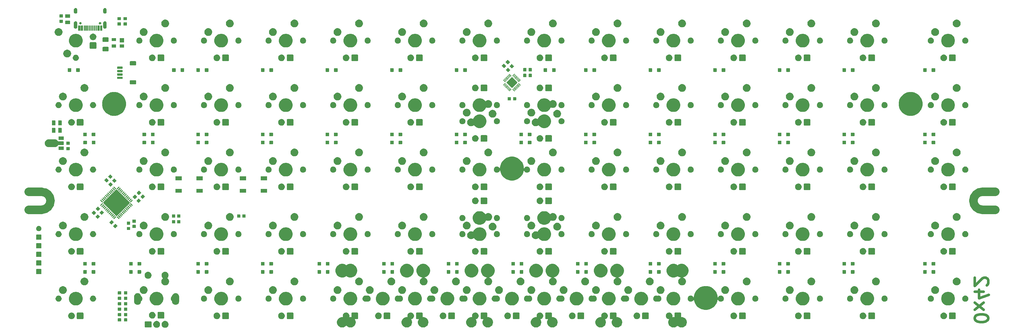
<source format=gbr>
G04 #@! TF.GenerationSoftware,KiCad,Pcbnew,(5.1.5)-3*
G04 #@! TF.CreationDate,2020-09-16T11:12:37+02:00*
G04 #@! TF.ProjectId,0x42,30783432-2e6b-4696-9361-645f70636258,v0.1*
G04 #@! TF.SameCoordinates,Original*
G04 #@! TF.FileFunction,Soldermask,Bot*
G04 #@! TF.FilePolarity,Negative*
%FSLAX46Y46*%
G04 Gerber Fmt 4.6, Leading zero omitted, Abs format (unit mm)*
G04 Created by KiCad (PCBNEW (5.1.5)-3) date 2020-09-16 11:12:37*
%MOMM*%
%LPD*%
G04 APERTURE LIST*
%ADD10C,0.800000*%
%ADD11C,2.501900*%
%ADD12C,0.100000*%
G04 APERTURE END LIST*
D10*
X352390476Y-160019047D02*
X352390476Y-159638095D01*
X352200000Y-159257142D01*
X352009523Y-159066666D01*
X351628571Y-158876190D01*
X350866666Y-158685714D01*
X349914285Y-158685714D01*
X349152380Y-158876190D01*
X348771428Y-159066666D01*
X348580952Y-159257142D01*
X348390476Y-159638095D01*
X348390476Y-160019047D01*
X348580952Y-160400000D01*
X348771428Y-160590476D01*
X349152380Y-160780952D01*
X349914285Y-160971428D01*
X350866666Y-160971428D01*
X351628571Y-160780952D01*
X352009523Y-160590476D01*
X352200000Y-160400000D01*
X352390476Y-160019047D01*
X348390476Y-157352380D02*
X351057142Y-155257142D01*
X351057142Y-157352380D02*
X348390476Y-155257142D01*
X351057142Y-152019047D02*
X348390476Y-152019047D01*
X352580952Y-152971428D02*
X349723809Y-153923809D01*
X349723809Y-151447619D01*
X352009523Y-150114285D02*
X352200000Y-149923809D01*
X352390476Y-149542857D01*
X352390476Y-148590476D01*
X352200000Y-148209523D01*
X352009523Y-148019047D01*
X351628571Y-147828571D01*
X351247619Y-147828571D01*
X350676190Y-148019047D01*
X348390476Y-150304761D01*
X348390476Y-147828571D01*
D11*
X350700000Y-122549050D02*
X354500000Y-122549050D01*
X348049050Y-125200000D02*
G75*
G02X350700000Y-122549050I2650950J0D01*
G01*
X350700000Y-127850950D02*
G75*
G02X348049050Y-125200000I0J2650950D01*
G01*
X350700000Y-127850950D02*
X354550000Y-127850950D01*
X69500000Y-122549050D02*
X73300000Y-122549050D01*
X75950950Y-125200000D02*
G75*
G03X73300000Y-122549050I-2650950J0D01*
G01*
X73300000Y-127850950D02*
G75*
G03X75950950Y-125200000I0J2650950D01*
G01*
X69500000Y-127850950D02*
X73300000Y-127850950D01*
D12*
G36*
X109891963Y-160688130D02*
G01*
X110023982Y-160714390D01*
X110210520Y-160791656D01*
X110378400Y-160903830D01*
X110521170Y-161046600D01*
X110633344Y-161214480D01*
X110710610Y-161401018D01*
X110750000Y-161599046D01*
X110750000Y-161800954D01*
X110710610Y-161998982D01*
X110633344Y-162185520D01*
X110521170Y-162353400D01*
X110378400Y-162496170D01*
X110210520Y-162608344D01*
X110023982Y-162685610D01*
X109891963Y-162711870D01*
X109825955Y-162725000D01*
X109624045Y-162725000D01*
X109558037Y-162711870D01*
X109426018Y-162685610D01*
X109239480Y-162608344D01*
X109071600Y-162496170D01*
X108928830Y-162353400D01*
X108816656Y-162185520D01*
X108739390Y-161998982D01*
X108700000Y-161800954D01*
X108700000Y-161599046D01*
X108739390Y-161401018D01*
X108816656Y-161214480D01*
X108928830Y-161046600D01*
X109071600Y-160903830D01*
X109239480Y-160791656D01*
X109426018Y-160714390D01*
X109558037Y-160688130D01*
X109624045Y-160675000D01*
X109825955Y-160675000D01*
X109891963Y-160688130D01*
G37*
G36*
X107391963Y-160688130D02*
G01*
X107523982Y-160714390D01*
X107710520Y-160791656D01*
X107878400Y-160903830D01*
X108021170Y-161046600D01*
X108133344Y-161214480D01*
X108210610Y-161401018D01*
X108250000Y-161599046D01*
X108250000Y-161800954D01*
X108210610Y-161998982D01*
X108133344Y-162185520D01*
X108021170Y-162353400D01*
X107878400Y-162496170D01*
X107710520Y-162608344D01*
X107523982Y-162685610D01*
X107391963Y-162711870D01*
X107325955Y-162725000D01*
X107124045Y-162725000D01*
X107058037Y-162711870D01*
X106926018Y-162685610D01*
X106739480Y-162608344D01*
X106571600Y-162496170D01*
X106428830Y-162353400D01*
X106316656Y-162185520D01*
X106239390Y-161998982D01*
X106200000Y-161800954D01*
X106200000Y-161599046D01*
X106239390Y-161401018D01*
X106316656Y-161214480D01*
X106428830Y-161046600D01*
X106571600Y-160903830D01*
X106739480Y-160791656D01*
X106926018Y-160714390D01*
X107058037Y-160688130D01*
X107124045Y-160675000D01*
X107325955Y-160675000D01*
X107391963Y-160688130D01*
G37*
G36*
X204514584Y-158207699D02*
G01*
X204562987Y-158222382D01*
X204607590Y-158246222D01*
X204646689Y-158278311D01*
X204678778Y-158317410D01*
X204702618Y-158362013D01*
X204717301Y-158410416D01*
X204722500Y-158463204D01*
X204722500Y-159486001D01*
X204723461Y-159495755D01*
X204726306Y-159505135D01*
X204730926Y-159513779D01*
X204737144Y-159521356D01*
X204744721Y-159527574D01*
X204753365Y-159532194D01*
X204762745Y-159535039D01*
X204772499Y-159536000D01*
X205040565Y-159536000D01*
X205159948Y-159559747D01*
X205339827Y-159595527D01*
X205621727Y-159712294D01*
X205747708Y-159796472D01*
X205875429Y-159881812D01*
X206091188Y-160097571D01*
X206127466Y-160151865D01*
X206260706Y-160351273D01*
X206377473Y-160633173D01*
X206377473Y-160633175D01*
X206435768Y-160926239D01*
X206437000Y-160932437D01*
X206437000Y-161237563D01*
X206377473Y-161536827D01*
X206280741Y-161770359D01*
X206260707Y-161818725D01*
X206140264Y-161998982D01*
X206091187Y-162072430D01*
X205875430Y-162288187D01*
X205621727Y-162457706D01*
X205339827Y-162574473D01*
X205190195Y-162604237D01*
X205040565Y-162634000D01*
X204735435Y-162634000D01*
X204585805Y-162604237D01*
X204436173Y-162574473D01*
X204154273Y-162457706D01*
X203900570Y-162288187D01*
X203684813Y-162072430D01*
X203635737Y-161998982D01*
X203515293Y-161818725D01*
X203495259Y-161770359D01*
X203398527Y-161536827D01*
X203339000Y-161237563D01*
X203339000Y-160932437D01*
X203340233Y-160926239D01*
X203398527Y-160633175D01*
X203398527Y-160633173D01*
X203515294Y-160351273D01*
X203592800Y-160235277D01*
X203597420Y-160226633D01*
X203600265Y-160217253D01*
X203601226Y-160207499D01*
X203600265Y-160197745D01*
X203597420Y-160188365D01*
X203592800Y-160179721D01*
X203586582Y-160172144D01*
X203579005Y-160165926D01*
X203570361Y-160161306D01*
X203560981Y-160158461D01*
X203551227Y-160157500D01*
X203028204Y-160157500D01*
X202975416Y-160152301D01*
X202927013Y-160137618D01*
X202882410Y-160113778D01*
X202843311Y-160081689D01*
X202811222Y-160042590D01*
X202787382Y-159997987D01*
X202772699Y-159949584D01*
X202767500Y-159896796D01*
X202767500Y-158463204D01*
X202772699Y-158410416D01*
X202787382Y-158362013D01*
X202811222Y-158317410D01*
X202843311Y-158278311D01*
X202882410Y-158246222D01*
X202927013Y-158222382D01*
X202975416Y-158207699D01*
X203028204Y-158202500D01*
X204461796Y-158202500D01*
X204514584Y-158207699D01*
G37*
G36*
X185464584Y-158207699D02*
G01*
X185512987Y-158222382D01*
X185557590Y-158246222D01*
X185596689Y-158278311D01*
X185628778Y-158317410D01*
X185652618Y-158362013D01*
X185667301Y-158410416D01*
X185672500Y-158463204D01*
X185672500Y-159486001D01*
X185673461Y-159495755D01*
X185676306Y-159505135D01*
X185680926Y-159513779D01*
X185687144Y-159521356D01*
X185694721Y-159527574D01*
X185703365Y-159532194D01*
X185712745Y-159535039D01*
X185722499Y-159536000D01*
X185990565Y-159536000D01*
X186109948Y-159559747D01*
X186289827Y-159595527D01*
X186571727Y-159712294D01*
X186697708Y-159796472D01*
X186825429Y-159881812D01*
X187041188Y-160097571D01*
X187077466Y-160151865D01*
X187210706Y-160351273D01*
X187327473Y-160633173D01*
X187327473Y-160633175D01*
X187385768Y-160926239D01*
X187387000Y-160932437D01*
X187387000Y-161237563D01*
X187327473Y-161536827D01*
X187230741Y-161770359D01*
X187210707Y-161818725D01*
X187090264Y-161998982D01*
X187041187Y-162072430D01*
X186825430Y-162288187D01*
X186571727Y-162457706D01*
X186289827Y-162574473D01*
X186140195Y-162604237D01*
X185990565Y-162634000D01*
X185685435Y-162634000D01*
X185535805Y-162604237D01*
X185386173Y-162574473D01*
X185104273Y-162457706D01*
X184850570Y-162288187D01*
X184634813Y-162072430D01*
X184585737Y-161998982D01*
X184465293Y-161818725D01*
X184445259Y-161770359D01*
X184348527Y-161536827D01*
X184289000Y-161237563D01*
X184289000Y-160932437D01*
X184290233Y-160926239D01*
X184348527Y-160633175D01*
X184348527Y-160633173D01*
X184465294Y-160351273D01*
X184542800Y-160235277D01*
X184547420Y-160226633D01*
X184550265Y-160217253D01*
X184551226Y-160207499D01*
X184550265Y-160197745D01*
X184547420Y-160188365D01*
X184542800Y-160179721D01*
X184536582Y-160172144D01*
X184529005Y-160165926D01*
X184520361Y-160161306D01*
X184510981Y-160158461D01*
X184501227Y-160157500D01*
X183978204Y-160157500D01*
X183925416Y-160152301D01*
X183877013Y-160137618D01*
X183832410Y-160113778D01*
X183793311Y-160081689D01*
X183761222Y-160042590D01*
X183737382Y-159997987D01*
X183722699Y-159949584D01*
X183717500Y-159896796D01*
X183717500Y-158463204D01*
X183722699Y-158410416D01*
X183737382Y-158362013D01*
X183761222Y-158317410D01*
X183793311Y-158278311D01*
X183832410Y-158246222D01*
X183877013Y-158222382D01*
X183925416Y-158207699D01*
X183978204Y-158202500D01*
X185411796Y-158202500D01*
X185464584Y-158207699D01*
G37*
G36*
X182351231Y-158222382D02*
G01*
X182440126Y-158240064D01*
X182618020Y-158313750D01*
X182733092Y-158390639D01*
X182768264Y-158414140D01*
X182778120Y-158420726D01*
X182914274Y-158556880D01*
X183021250Y-158716980D01*
X183094936Y-158894874D01*
X183107457Y-158957824D01*
X183132500Y-159083723D01*
X183132500Y-159276277D01*
X183107457Y-159402176D01*
X183094936Y-159465126D01*
X183021250Y-159643020D01*
X182974962Y-159712294D01*
X182914275Y-159803119D01*
X182778119Y-159939275D01*
X182773014Y-159942686D01*
X182618020Y-160046250D01*
X182440126Y-160119936D01*
X182328158Y-160142207D01*
X182318779Y-160145052D01*
X182310135Y-160149672D01*
X182302559Y-160155890D01*
X182296340Y-160163467D01*
X182291720Y-160172111D01*
X182288875Y-160181490D01*
X182287914Y-160191245D01*
X182288875Y-160200999D01*
X182291720Y-160210379D01*
X182296340Y-160219023D01*
X182307200Y-160235277D01*
X182384706Y-160351273D01*
X182501473Y-160633173D01*
X182501473Y-160633175D01*
X182559768Y-160926239D01*
X182561000Y-160932437D01*
X182561000Y-161237563D01*
X182501473Y-161536827D01*
X182404741Y-161770359D01*
X182384707Y-161818725D01*
X182264264Y-161998982D01*
X182215187Y-162072430D01*
X181999430Y-162288187D01*
X181745727Y-162457706D01*
X181463827Y-162574473D01*
X181314195Y-162604237D01*
X181164565Y-162634000D01*
X180859435Y-162634000D01*
X180709805Y-162604237D01*
X180560173Y-162574473D01*
X180278273Y-162457706D01*
X180024570Y-162288187D01*
X179808813Y-162072430D01*
X179759737Y-161998982D01*
X179639293Y-161818725D01*
X179619259Y-161770359D01*
X179522527Y-161536827D01*
X179463000Y-161237563D01*
X179463000Y-160932437D01*
X179464233Y-160926239D01*
X179522527Y-160633175D01*
X179522527Y-160633173D01*
X179639294Y-160351273D01*
X179772534Y-160151865D01*
X179808812Y-160097571D01*
X180024571Y-159881812D01*
X180152292Y-159796472D01*
X180278273Y-159712294D01*
X180560173Y-159595527D01*
X180740052Y-159559747D01*
X180859435Y-159536000D01*
X181169238Y-159536000D01*
X181169465Y-159536023D01*
X181179222Y-159535089D01*
X181188610Y-159532269D01*
X181197266Y-159527672D01*
X181204860Y-159521475D01*
X181211099Y-159513915D01*
X181215743Y-159505284D01*
X181218613Y-159495912D01*
X181219601Y-159486161D01*
X181218667Y-159476404D01*
X181215795Y-159466890D01*
X181215064Y-159465125D01*
X181177500Y-159276277D01*
X181177500Y-159083723D01*
X181202543Y-158957824D01*
X181215064Y-158894874D01*
X181288750Y-158716980D01*
X181395726Y-158556880D01*
X181531880Y-158420726D01*
X181541737Y-158414140D01*
X181576908Y-158390639D01*
X181691980Y-158313750D01*
X181869874Y-158240064D01*
X181958769Y-158222382D01*
X182058723Y-158202500D01*
X182251277Y-158202500D01*
X182351231Y-158222382D01*
G37*
G36*
X242614584Y-158207699D02*
G01*
X242662987Y-158222382D01*
X242707590Y-158246222D01*
X242746689Y-158278311D01*
X242778778Y-158317410D01*
X242802618Y-158362013D01*
X242817301Y-158410416D01*
X242822500Y-158463204D01*
X242822500Y-159486001D01*
X242823461Y-159495755D01*
X242826306Y-159505135D01*
X242830926Y-159513779D01*
X242837144Y-159521356D01*
X242844721Y-159527574D01*
X242853365Y-159532194D01*
X242862745Y-159535039D01*
X242872499Y-159536000D01*
X243140565Y-159536000D01*
X243259948Y-159559747D01*
X243439827Y-159595527D01*
X243721727Y-159712294D01*
X243847708Y-159796472D01*
X243975429Y-159881812D01*
X244191188Y-160097571D01*
X244227466Y-160151865D01*
X244360706Y-160351273D01*
X244477473Y-160633173D01*
X244477473Y-160633175D01*
X244535768Y-160926239D01*
X244537000Y-160932437D01*
X244537000Y-161237563D01*
X244477473Y-161536827D01*
X244380741Y-161770359D01*
X244360707Y-161818725D01*
X244240264Y-161998982D01*
X244191187Y-162072430D01*
X243975430Y-162288187D01*
X243721727Y-162457706D01*
X243439827Y-162574473D01*
X243290195Y-162604237D01*
X243140565Y-162634000D01*
X242835435Y-162634000D01*
X242685805Y-162604237D01*
X242536173Y-162574473D01*
X242254273Y-162457706D01*
X242000570Y-162288187D01*
X241784813Y-162072430D01*
X241735737Y-161998982D01*
X241615293Y-161818725D01*
X241595259Y-161770359D01*
X241498527Y-161536827D01*
X241439000Y-161237563D01*
X241439000Y-160932437D01*
X241440233Y-160926239D01*
X241498527Y-160633175D01*
X241498527Y-160633173D01*
X241615294Y-160351273D01*
X241692800Y-160235277D01*
X241697420Y-160226633D01*
X241700265Y-160217253D01*
X241701226Y-160207499D01*
X241700265Y-160197745D01*
X241697420Y-160188365D01*
X241692800Y-160179721D01*
X241686582Y-160172144D01*
X241679005Y-160165926D01*
X241670361Y-160161306D01*
X241660981Y-160158461D01*
X241651227Y-160157500D01*
X241128204Y-160157500D01*
X241075416Y-160152301D01*
X241027013Y-160137618D01*
X240982410Y-160113778D01*
X240943311Y-160081689D01*
X240911222Y-160042590D01*
X240887382Y-159997987D01*
X240872699Y-159949584D01*
X240867500Y-159896796D01*
X240867500Y-158463204D01*
X240872699Y-158410416D01*
X240887382Y-158362013D01*
X240911222Y-158317410D01*
X240943311Y-158278311D01*
X240982410Y-158246222D01*
X241027013Y-158222382D01*
X241075416Y-158207699D01*
X241128204Y-158202500D01*
X242561796Y-158202500D01*
X242614584Y-158207699D01*
G37*
G36*
X220451231Y-158222382D02*
G01*
X220540126Y-158240064D01*
X220718020Y-158313750D01*
X220833092Y-158390639D01*
X220868264Y-158414140D01*
X220878120Y-158420726D01*
X221014274Y-158556880D01*
X221121250Y-158716980D01*
X221194936Y-158894874D01*
X221207457Y-158957824D01*
X221232500Y-159083723D01*
X221232500Y-159276277D01*
X221207457Y-159402176D01*
X221194936Y-159465126D01*
X221121250Y-159643020D01*
X221074962Y-159712294D01*
X221014275Y-159803119D01*
X220878119Y-159939275D01*
X220873014Y-159942686D01*
X220718020Y-160046250D01*
X220540126Y-160119936D01*
X220428158Y-160142207D01*
X220418779Y-160145052D01*
X220410135Y-160149672D01*
X220402559Y-160155890D01*
X220396340Y-160163467D01*
X220391720Y-160172111D01*
X220388875Y-160181490D01*
X220387914Y-160191245D01*
X220388875Y-160200999D01*
X220391720Y-160210379D01*
X220396340Y-160219023D01*
X220407200Y-160235277D01*
X220484706Y-160351273D01*
X220601473Y-160633173D01*
X220601473Y-160633175D01*
X220659768Y-160926239D01*
X220661000Y-160932437D01*
X220661000Y-161237563D01*
X220601473Y-161536827D01*
X220504741Y-161770359D01*
X220484707Y-161818725D01*
X220364264Y-161998982D01*
X220315187Y-162072430D01*
X220099430Y-162288187D01*
X219845727Y-162457706D01*
X219563827Y-162574473D01*
X219414195Y-162604237D01*
X219264565Y-162634000D01*
X218959435Y-162634000D01*
X218809805Y-162604237D01*
X218660173Y-162574473D01*
X218378273Y-162457706D01*
X218124570Y-162288187D01*
X217908813Y-162072430D01*
X217859737Y-161998982D01*
X217739293Y-161818725D01*
X217719259Y-161770359D01*
X217622527Y-161536827D01*
X217563000Y-161237563D01*
X217563000Y-160932437D01*
X217564233Y-160926239D01*
X217622527Y-160633175D01*
X217622527Y-160633173D01*
X217739294Y-160351273D01*
X217872534Y-160151865D01*
X217908812Y-160097571D01*
X218124571Y-159881812D01*
X218252292Y-159796472D01*
X218378273Y-159712294D01*
X218660173Y-159595527D01*
X218840052Y-159559747D01*
X218959435Y-159536000D01*
X219269238Y-159536000D01*
X219269465Y-159536023D01*
X219279222Y-159535089D01*
X219288610Y-159532269D01*
X219297266Y-159527672D01*
X219304860Y-159521475D01*
X219311099Y-159513915D01*
X219315743Y-159505284D01*
X219318613Y-159495912D01*
X219319601Y-159486161D01*
X219318667Y-159476404D01*
X219315795Y-159466890D01*
X219315064Y-159465125D01*
X219277500Y-159276277D01*
X219277500Y-159083723D01*
X219302543Y-158957824D01*
X219315064Y-158894874D01*
X219388750Y-158716980D01*
X219495726Y-158556880D01*
X219631880Y-158420726D01*
X219641737Y-158414140D01*
X219676908Y-158390639D01*
X219791980Y-158313750D01*
X219969874Y-158240064D01*
X220058769Y-158222382D01*
X220158723Y-158202500D01*
X220351277Y-158202500D01*
X220451231Y-158222382D01*
G37*
G36*
X201401231Y-158222382D02*
G01*
X201490126Y-158240064D01*
X201668020Y-158313750D01*
X201783092Y-158390639D01*
X201818264Y-158414140D01*
X201828120Y-158420726D01*
X201964274Y-158556880D01*
X202071250Y-158716980D01*
X202144936Y-158894874D01*
X202157457Y-158957824D01*
X202182500Y-159083723D01*
X202182500Y-159276277D01*
X202157457Y-159402176D01*
X202144936Y-159465126D01*
X202071250Y-159643020D01*
X202024962Y-159712294D01*
X201964275Y-159803119D01*
X201828119Y-159939275D01*
X201823014Y-159942686D01*
X201668020Y-160046250D01*
X201490126Y-160119936D01*
X201378158Y-160142207D01*
X201368779Y-160145052D01*
X201360135Y-160149672D01*
X201352559Y-160155890D01*
X201346340Y-160163467D01*
X201341720Y-160172111D01*
X201338875Y-160181490D01*
X201337914Y-160191245D01*
X201338875Y-160200999D01*
X201341720Y-160210379D01*
X201346340Y-160219023D01*
X201357200Y-160235277D01*
X201434706Y-160351273D01*
X201551473Y-160633173D01*
X201551473Y-160633175D01*
X201609768Y-160926239D01*
X201611000Y-160932437D01*
X201611000Y-161237563D01*
X201551473Y-161536827D01*
X201454741Y-161770359D01*
X201434707Y-161818725D01*
X201314264Y-161998982D01*
X201265187Y-162072430D01*
X201049430Y-162288187D01*
X200795727Y-162457706D01*
X200513827Y-162574473D01*
X200364195Y-162604237D01*
X200214565Y-162634000D01*
X199909435Y-162634000D01*
X199759805Y-162604237D01*
X199610173Y-162574473D01*
X199328273Y-162457706D01*
X199074570Y-162288187D01*
X198858813Y-162072430D01*
X198809737Y-161998982D01*
X198689293Y-161818725D01*
X198669259Y-161770359D01*
X198572527Y-161536827D01*
X198513000Y-161237563D01*
X198513000Y-160932437D01*
X198514233Y-160926239D01*
X198572527Y-160633175D01*
X198572527Y-160633173D01*
X198689294Y-160351273D01*
X198822534Y-160151865D01*
X198858812Y-160097571D01*
X199074571Y-159881812D01*
X199202292Y-159796472D01*
X199328273Y-159712294D01*
X199610173Y-159595527D01*
X199790052Y-159559747D01*
X199909435Y-159536000D01*
X200219238Y-159536000D01*
X200219465Y-159536023D01*
X200229222Y-159535089D01*
X200238610Y-159532269D01*
X200247266Y-159527672D01*
X200254860Y-159521475D01*
X200261099Y-159513915D01*
X200265743Y-159505284D01*
X200268613Y-159495912D01*
X200269601Y-159486161D01*
X200268667Y-159476404D01*
X200265795Y-159466890D01*
X200265064Y-159465125D01*
X200227500Y-159276277D01*
X200227500Y-159083723D01*
X200252543Y-158957824D01*
X200265064Y-158894874D01*
X200338750Y-158716980D01*
X200445726Y-158556880D01*
X200581880Y-158420726D01*
X200591737Y-158414140D01*
X200626908Y-158390639D01*
X200741980Y-158313750D01*
X200919874Y-158240064D01*
X201008769Y-158222382D01*
X201108723Y-158202500D01*
X201301277Y-158202500D01*
X201401231Y-158222382D01*
G37*
G36*
X223564584Y-158207699D02*
G01*
X223612987Y-158222382D01*
X223657590Y-158246222D01*
X223696689Y-158278311D01*
X223728778Y-158317410D01*
X223752618Y-158362013D01*
X223767301Y-158410416D01*
X223772500Y-158463204D01*
X223772500Y-159486001D01*
X223773461Y-159495755D01*
X223776306Y-159505135D01*
X223780926Y-159513779D01*
X223787144Y-159521356D01*
X223794721Y-159527574D01*
X223803365Y-159532194D01*
X223812745Y-159535039D01*
X223822499Y-159536000D01*
X224090565Y-159536000D01*
X224209948Y-159559747D01*
X224389827Y-159595527D01*
X224671727Y-159712294D01*
X224797708Y-159796472D01*
X224925429Y-159881812D01*
X225141188Y-160097571D01*
X225177466Y-160151865D01*
X225310706Y-160351273D01*
X225427473Y-160633173D01*
X225427473Y-160633175D01*
X225485768Y-160926239D01*
X225487000Y-160932437D01*
X225487000Y-161237563D01*
X225427473Y-161536827D01*
X225330741Y-161770359D01*
X225310707Y-161818725D01*
X225190264Y-161998982D01*
X225141187Y-162072430D01*
X224925430Y-162288187D01*
X224671727Y-162457706D01*
X224389827Y-162574473D01*
X224240195Y-162604237D01*
X224090565Y-162634000D01*
X223785435Y-162634000D01*
X223635805Y-162604237D01*
X223486173Y-162574473D01*
X223204273Y-162457706D01*
X222950570Y-162288187D01*
X222734813Y-162072430D01*
X222685737Y-161998982D01*
X222565293Y-161818725D01*
X222545259Y-161770359D01*
X222448527Y-161536827D01*
X222389000Y-161237563D01*
X222389000Y-160932437D01*
X222390233Y-160926239D01*
X222448527Y-160633175D01*
X222448527Y-160633173D01*
X222565294Y-160351273D01*
X222642800Y-160235277D01*
X222647420Y-160226633D01*
X222650265Y-160217253D01*
X222651226Y-160207499D01*
X222650265Y-160197745D01*
X222647420Y-160188365D01*
X222642800Y-160179721D01*
X222636582Y-160172144D01*
X222629005Y-160165926D01*
X222620361Y-160161306D01*
X222610981Y-160158461D01*
X222601227Y-160157500D01*
X222078204Y-160157500D01*
X222025416Y-160152301D01*
X221977013Y-160137618D01*
X221932410Y-160113778D01*
X221893311Y-160081689D01*
X221861222Y-160042590D01*
X221837382Y-159997987D01*
X221822699Y-159949584D01*
X221817500Y-159896796D01*
X221817500Y-158463204D01*
X221822699Y-158410416D01*
X221837382Y-158362013D01*
X221861222Y-158317410D01*
X221893311Y-158278311D01*
X221932410Y-158246222D01*
X221977013Y-158222382D01*
X222025416Y-158207699D01*
X222078204Y-158202500D01*
X223511796Y-158202500D01*
X223564584Y-158207699D01*
G37*
G36*
X258551231Y-158222382D02*
G01*
X258640126Y-158240064D01*
X258818020Y-158313750D01*
X258933092Y-158390639D01*
X258968264Y-158414140D01*
X258978120Y-158420726D01*
X259114274Y-158556880D01*
X259221250Y-158716980D01*
X259294936Y-158894874D01*
X259307457Y-158957824D01*
X259332500Y-159083723D01*
X259332500Y-159276277D01*
X259307457Y-159402176D01*
X259294936Y-159465126D01*
X259286289Y-159486001D01*
X259282802Y-159494420D01*
X259279957Y-159503800D01*
X259278996Y-159513554D01*
X259279957Y-159523309D01*
X259282802Y-159532688D01*
X259287423Y-159541332D01*
X259293641Y-159548909D01*
X259301217Y-159555127D01*
X259309861Y-159559747D01*
X259319241Y-159562592D01*
X259328995Y-159563553D01*
X259338749Y-159562592D01*
X259472435Y-159536000D01*
X259777565Y-159536000D01*
X259857747Y-159551949D01*
X259867501Y-159552910D01*
X259877255Y-159551949D01*
X259886635Y-159549104D01*
X259895279Y-159544484D01*
X259902856Y-159538266D01*
X259909074Y-159530689D01*
X259913694Y-159522045D01*
X259916539Y-159512665D01*
X259917500Y-159502911D01*
X259917500Y-158463204D01*
X259922699Y-158410416D01*
X259937382Y-158362013D01*
X259961222Y-158317410D01*
X259993311Y-158278311D01*
X260032410Y-158246222D01*
X260077013Y-158222382D01*
X260125416Y-158207699D01*
X260178204Y-158202500D01*
X261611796Y-158202500D01*
X261664584Y-158207699D01*
X261712987Y-158222382D01*
X261757590Y-158246222D01*
X261796689Y-158278311D01*
X261828778Y-158317410D01*
X261852618Y-158362013D01*
X261867301Y-158410416D01*
X261872500Y-158463204D01*
X261872500Y-159486001D01*
X261873461Y-159495755D01*
X261876306Y-159505135D01*
X261880926Y-159513779D01*
X261887144Y-159521356D01*
X261894721Y-159527574D01*
X261903365Y-159532194D01*
X261912745Y-159535039D01*
X261922499Y-159536000D01*
X262190565Y-159536000D01*
X262309948Y-159559747D01*
X262489827Y-159595527D01*
X262771727Y-159712294D01*
X262897708Y-159796472D01*
X263025429Y-159881812D01*
X263241188Y-160097571D01*
X263277466Y-160151865D01*
X263410706Y-160351273D01*
X263527473Y-160633173D01*
X263527473Y-160633175D01*
X263585768Y-160926239D01*
X263587000Y-160932437D01*
X263587000Y-161237563D01*
X263527473Y-161536827D01*
X263430741Y-161770359D01*
X263410707Y-161818725D01*
X263290264Y-161998982D01*
X263241187Y-162072430D01*
X263025430Y-162288187D01*
X262771727Y-162457706D01*
X262489827Y-162574473D01*
X262340195Y-162604237D01*
X262190565Y-162634000D01*
X261885435Y-162634000D01*
X261735805Y-162604237D01*
X261586173Y-162574473D01*
X261304273Y-162457706D01*
X261050570Y-162288187D01*
X260866855Y-162104472D01*
X260859278Y-162098254D01*
X260850634Y-162093634D01*
X260841254Y-162090789D01*
X260831500Y-162089828D01*
X260821746Y-162090789D01*
X260812366Y-162093634D01*
X260803722Y-162098254D01*
X260796145Y-162104472D01*
X260612430Y-162288187D01*
X260358727Y-162457706D01*
X260076827Y-162574473D01*
X259927195Y-162604237D01*
X259777565Y-162634000D01*
X259472435Y-162634000D01*
X259322805Y-162604237D01*
X259173173Y-162574473D01*
X258891273Y-162457706D01*
X258637570Y-162288187D01*
X258421813Y-162072430D01*
X258372737Y-161998982D01*
X258252293Y-161818725D01*
X258232259Y-161770359D01*
X258135527Y-161536827D01*
X258076000Y-161237563D01*
X258076000Y-160932437D01*
X258077233Y-160926239D01*
X258135527Y-160633175D01*
X258135527Y-160633173D01*
X258252294Y-160351273D01*
X258329800Y-160235277D01*
X258334420Y-160226633D01*
X258337265Y-160217253D01*
X258338226Y-160207499D01*
X258337265Y-160197745D01*
X258334420Y-160188365D01*
X258329800Y-160179721D01*
X258323582Y-160172144D01*
X258316005Y-160165926D01*
X258307361Y-160161306D01*
X258297981Y-160158461D01*
X258288227Y-160157500D01*
X258258723Y-160157500D01*
X258132824Y-160132457D01*
X258069874Y-160119936D01*
X257891980Y-160046250D01*
X257736986Y-159942686D01*
X257731881Y-159939275D01*
X257595725Y-159803119D01*
X257535038Y-159712294D01*
X257488750Y-159643020D01*
X257415064Y-159465126D01*
X257402543Y-159402176D01*
X257377500Y-159276277D01*
X257377500Y-159083723D01*
X257402543Y-158957824D01*
X257415064Y-158894874D01*
X257488750Y-158716980D01*
X257595726Y-158556880D01*
X257731880Y-158420726D01*
X257741737Y-158414140D01*
X257776908Y-158390639D01*
X257891980Y-158313750D01*
X258069874Y-158240064D01*
X258158769Y-158222382D01*
X258258723Y-158202500D01*
X258451277Y-158202500D01*
X258551231Y-158222382D01*
G37*
G36*
X239501231Y-158222382D02*
G01*
X239590126Y-158240064D01*
X239768020Y-158313750D01*
X239883092Y-158390639D01*
X239918264Y-158414140D01*
X239928120Y-158420726D01*
X240064274Y-158556880D01*
X240171250Y-158716980D01*
X240244936Y-158894874D01*
X240257457Y-158957824D01*
X240282500Y-159083723D01*
X240282500Y-159276277D01*
X240257457Y-159402176D01*
X240244936Y-159465126D01*
X240171250Y-159643020D01*
X240124962Y-159712294D01*
X240064275Y-159803119D01*
X239928119Y-159939275D01*
X239923014Y-159942686D01*
X239768020Y-160046250D01*
X239590126Y-160119936D01*
X239478158Y-160142207D01*
X239468779Y-160145052D01*
X239460135Y-160149672D01*
X239452559Y-160155890D01*
X239446340Y-160163467D01*
X239441720Y-160172111D01*
X239438875Y-160181490D01*
X239437914Y-160191245D01*
X239438875Y-160200999D01*
X239441720Y-160210379D01*
X239446340Y-160219023D01*
X239457200Y-160235277D01*
X239534706Y-160351273D01*
X239651473Y-160633173D01*
X239651473Y-160633175D01*
X239709768Y-160926239D01*
X239711000Y-160932437D01*
X239711000Y-161237563D01*
X239651473Y-161536827D01*
X239554741Y-161770359D01*
X239534707Y-161818725D01*
X239414264Y-161998982D01*
X239365187Y-162072430D01*
X239149430Y-162288187D01*
X238895727Y-162457706D01*
X238613827Y-162574473D01*
X238464195Y-162604237D01*
X238314565Y-162634000D01*
X238009435Y-162634000D01*
X237859805Y-162604237D01*
X237710173Y-162574473D01*
X237428273Y-162457706D01*
X237174570Y-162288187D01*
X236958813Y-162072430D01*
X236909737Y-161998982D01*
X236789293Y-161818725D01*
X236769259Y-161770359D01*
X236672527Y-161536827D01*
X236613000Y-161237563D01*
X236613000Y-160932437D01*
X236614233Y-160926239D01*
X236672527Y-160633175D01*
X236672527Y-160633173D01*
X236789294Y-160351273D01*
X236922534Y-160151865D01*
X236958812Y-160097571D01*
X237174571Y-159881812D01*
X237302292Y-159796472D01*
X237428273Y-159712294D01*
X237710173Y-159595527D01*
X237890052Y-159559747D01*
X238009435Y-159536000D01*
X238319238Y-159536000D01*
X238319465Y-159536023D01*
X238329222Y-159535089D01*
X238338610Y-159532269D01*
X238347266Y-159527672D01*
X238354860Y-159521475D01*
X238361099Y-159513915D01*
X238365743Y-159505284D01*
X238368613Y-159495912D01*
X238369601Y-159486161D01*
X238368667Y-159476404D01*
X238365795Y-159466890D01*
X238365064Y-159465125D01*
X238327500Y-159276277D01*
X238327500Y-159083723D01*
X238352543Y-158957824D01*
X238365064Y-158894874D01*
X238438750Y-158716980D01*
X238545726Y-158556880D01*
X238681880Y-158420726D01*
X238691737Y-158414140D01*
X238726908Y-158390639D01*
X238841980Y-158313750D01*
X239019874Y-158240064D01*
X239108769Y-158222382D01*
X239208723Y-158202500D01*
X239401277Y-158202500D01*
X239501231Y-158222382D01*
G37*
G36*
X163301231Y-158222382D02*
G01*
X163390126Y-158240064D01*
X163568020Y-158313750D01*
X163683092Y-158390639D01*
X163718264Y-158414140D01*
X163728120Y-158420726D01*
X163864274Y-158556880D01*
X163971250Y-158716980D01*
X164044936Y-158894874D01*
X164057457Y-158957824D01*
X164082500Y-159083723D01*
X164082500Y-159276277D01*
X164057457Y-159402176D01*
X164044936Y-159465126D01*
X164036289Y-159486001D01*
X164032802Y-159494420D01*
X164029957Y-159503800D01*
X164028996Y-159513554D01*
X164029957Y-159523309D01*
X164032802Y-159532688D01*
X164037423Y-159541332D01*
X164043641Y-159548909D01*
X164051217Y-159555127D01*
X164059861Y-159559747D01*
X164069241Y-159562592D01*
X164078995Y-159563553D01*
X164088749Y-159562592D01*
X164222435Y-159536000D01*
X164527565Y-159536000D01*
X164607747Y-159551949D01*
X164617501Y-159552910D01*
X164627255Y-159551949D01*
X164636635Y-159549104D01*
X164645279Y-159544484D01*
X164652856Y-159538266D01*
X164659074Y-159530689D01*
X164663694Y-159522045D01*
X164666539Y-159512665D01*
X164667500Y-159502911D01*
X164667500Y-158463204D01*
X164672699Y-158410416D01*
X164687382Y-158362013D01*
X164711222Y-158317410D01*
X164743311Y-158278311D01*
X164782410Y-158246222D01*
X164827013Y-158222382D01*
X164875416Y-158207699D01*
X164928204Y-158202500D01*
X166361796Y-158202500D01*
X166414584Y-158207699D01*
X166462987Y-158222382D01*
X166507590Y-158246222D01*
X166546689Y-158278311D01*
X166578778Y-158317410D01*
X166602618Y-158362013D01*
X166617301Y-158410416D01*
X166622500Y-158463204D01*
X166622500Y-159896796D01*
X166617301Y-159949584D01*
X166602618Y-159997987D01*
X166578778Y-160042590D01*
X166546689Y-160081689D01*
X166507590Y-160113778D01*
X166462987Y-160137618D01*
X166414584Y-160152301D01*
X166361796Y-160157500D01*
X165711773Y-160157500D01*
X165702019Y-160158461D01*
X165692639Y-160161306D01*
X165683995Y-160165926D01*
X165676418Y-160172144D01*
X165670200Y-160179721D01*
X165665580Y-160188365D01*
X165662735Y-160197745D01*
X165661774Y-160207499D01*
X165662735Y-160217253D01*
X165665580Y-160226633D01*
X165670200Y-160235277D01*
X165747706Y-160351273D01*
X165864473Y-160633173D01*
X165864473Y-160633175D01*
X165922768Y-160926239D01*
X165924000Y-160932437D01*
X165924000Y-161237563D01*
X165864473Y-161536827D01*
X165767741Y-161770359D01*
X165747707Y-161818725D01*
X165627264Y-161998982D01*
X165578187Y-162072430D01*
X165362430Y-162288187D01*
X165108727Y-162457706D01*
X164826827Y-162574473D01*
X164677195Y-162604237D01*
X164527565Y-162634000D01*
X164222435Y-162634000D01*
X164072805Y-162604237D01*
X163923173Y-162574473D01*
X163641273Y-162457706D01*
X163387570Y-162288187D01*
X163203855Y-162104472D01*
X163196278Y-162098254D01*
X163187634Y-162093634D01*
X163178254Y-162090789D01*
X163168500Y-162089828D01*
X163158746Y-162090789D01*
X163149366Y-162093634D01*
X163140722Y-162098254D01*
X163133145Y-162104472D01*
X162949430Y-162288187D01*
X162695727Y-162457706D01*
X162413827Y-162574473D01*
X162264195Y-162604237D01*
X162114565Y-162634000D01*
X161809435Y-162634000D01*
X161659805Y-162604237D01*
X161510173Y-162574473D01*
X161228273Y-162457706D01*
X160974570Y-162288187D01*
X160758813Y-162072430D01*
X160709737Y-161998982D01*
X160589293Y-161818725D01*
X160569259Y-161770359D01*
X160472527Y-161536827D01*
X160413000Y-161237563D01*
X160413000Y-160932437D01*
X160414233Y-160926239D01*
X160472527Y-160633175D01*
X160472527Y-160633173D01*
X160589294Y-160351273D01*
X160722534Y-160151865D01*
X160758812Y-160097571D01*
X160974571Y-159881812D01*
X161102292Y-159796472D01*
X161228273Y-159712294D01*
X161510173Y-159595527D01*
X161690052Y-159559747D01*
X161809435Y-159536000D01*
X162119238Y-159536000D01*
X162119465Y-159536023D01*
X162129222Y-159535089D01*
X162138610Y-159532269D01*
X162147266Y-159527672D01*
X162154860Y-159521475D01*
X162161099Y-159513915D01*
X162165743Y-159505284D01*
X162168613Y-159495912D01*
X162169601Y-159486161D01*
X162168667Y-159476404D01*
X162165795Y-159466890D01*
X162165064Y-159465125D01*
X162127500Y-159276277D01*
X162127500Y-159083723D01*
X162152543Y-158957824D01*
X162165064Y-158894874D01*
X162238750Y-158716980D01*
X162345726Y-158556880D01*
X162481880Y-158420726D01*
X162491737Y-158414140D01*
X162526908Y-158390639D01*
X162641980Y-158313750D01*
X162819874Y-158240064D01*
X162908769Y-158222382D01*
X163008723Y-158202500D01*
X163201277Y-158202500D01*
X163301231Y-158222382D01*
G37*
G36*
X105566835Y-160829608D02*
G01*
X105609467Y-160842540D01*
X105648761Y-160863544D01*
X105683196Y-160891804D01*
X105711456Y-160926239D01*
X105732460Y-160965533D01*
X105745392Y-161008165D01*
X105750000Y-161054954D01*
X105750000Y-162345046D01*
X105745392Y-162391835D01*
X105732460Y-162434467D01*
X105711456Y-162473761D01*
X105683196Y-162508196D01*
X105648761Y-162536456D01*
X105609467Y-162557460D01*
X105566835Y-162570392D01*
X105520046Y-162575000D01*
X103929954Y-162575000D01*
X103883165Y-162570392D01*
X103840533Y-162557460D01*
X103801239Y-162536456D01*
X103766804Y-162508196D01*
X103738544Y-162473761D01*
X103717540Y-162434467D01*
X103704608Y-162391835D01*
X103700000Y-162345046D01*
X103700000Y-161054954D01*
X103704608Y-161008165D01*
X103717540Y-160965533D01*
X103738544Y-160926239D01*
X103766804Y-160891804D01*
X103801239Y-160863544D01*
X103840533Y-160842540D01*
X103883165Y-160829608D01*
X103929954Y-160825000D01*
X105520046Y-160825000D01*
X105566835Y-160829608D01*
G37*
G36*
X98516442Y-159927230D02*
G01*
X98535860Y-159933120D01*
X98553755Y-159942686D01*
X98569441Y-159955559D01*
X98582314Y-159971245D01*
X98591880Y-159989140D01*
X98597770Y-160008558D01*
X98600000Y-160031203D01*
X98600000Y-160743797D01*
X98597770Y-160766442D01*
X98591880Y-160785860D01*
X98582314Y-160803755D01*
X98569441Y-160819441D01*
X98553755Y-160832314D01*
X98535860Y-160841880D01*
X98516442Y-160847770D01*
X98493797Y-160850000D01*
X97706203Y-160850000D01*
X97683558Y-160847770D01*
X97664140Y-160841880D01*
X97646245Y-160832314D01*
X97630559Y-160819441D01*
X97617686Y-160803755D01*
X97608120Y-160785860D01*
X97602230Y-160766442D01*
X97600000Y-160743797D01*
X97600000Y-160031203D01*
X97602230Y-160008558D01*
X97608120Y-159989140D01*
X97617686Y-159971245D01*
X97630559Y-159955559D01*
X97646245Y-159942686D01*
X97664140Y-159933120D01*
X97683558Y-159927230D01*
X97706203Y-159925000D01*
X98493797Y-159925000D01*
X98516442Y-159927230D01*
G37*
G36*
X96716442Y-159927230D02*
G01*
X96735860Y-159933120D01*
X96753755Y-159942686D01*
X96769441Y-159955559D01*
X96782314Y-159971245D01*
X96791880Y-159989140D01*
X96797770Y-160008558D01*
X96800000Y-160031203D01*
X96800000Y-160743797D01*
X96797770Y-160766442D01*
X96791880Y-160785860D01*
X96782314Y-160803755D01*
X96769441Y-160819441D01*
X96753755Y-160832314D01*
X96735860Y-160841880D01*
X96716442Y-160847770D01*
X96693797Y-160850000D01*
X95906203Y-160850000D01*
X95883558Y-160847770D01*
X95864140Y-160841880D01*
X95846245Y-160832314D01*
X95830559Y-160819441D01*
X95817686Y-160803755D01*
X95808120Y-160785860D01*
X95802230Y-160766442D01*
X95800000Y-160743797D01*
X95800000Y-160031203D01*
X95802230Y-160008558D01*
X95808120Y-159989140D01*
X95817686Y-159971245D01*
X95830559Y-159955559D01*
X95846245Y-159942686D01*
X95864140Y-159933120D01*
X95883558Y-159927230D01*
X95906203Y-159925000D01*
X96693797Y-159925000D01*
X96716442Y-159927230D01*
G37*
G36*
X175939584Y-158207699D02*
G01*
X175987987Y-158222382D01*
X176032590Y-158246222D01*
X176071689Y-158278311D01*
X176103778Y-158317410D01*
X176127618Y-158362013D01*
X176142301Y-158410416D01*
X176147500Y-158463204D01*
X176147500Y-159896796D01*
X176142301Y-159949584D01*
X176127618Y-159997987D01*
X176103778Y-160042590D01*
X176071689Y-160081689D01*
X176032590Y-160113778D01*
X175987987Y-160137618D01*
X175939584Y-160152301D01*
X175886796Y-160157500D01*
X174453204Y-160157500D01*
X174400416Y-160152301D01*
X174352013Y-160137618D01*
X174307410Y-160113778D01*
X174268311Y-160081689D01*
X174236222Y-160042590D01*
X174212382Y-159997987D01*
X174197699Y-159949584D01*
X174192500Y-159896796D01*
X174192500Y-158463204D01*
X174197699Y-158410416D01*
X174212382Y-158362013D01*
X174236222Y-158317410D01*
X174268311Y-158278311D01*
X174307410Y-158246222D01*
X174352013Y-158222382D01*
X174400416Y-158207699D01*
X174453204Y-158202500D01*
X175886796Y-158202500D01*
X175939584Y-158207699D01*
G37*
G36*
X342627084Y-158207699D02*
G01*
X342675487Y-158222382D01*
X342720090Y-158246222D01*
X342759189Y-158278311D01*
X342791278Y-158317410D01*
X342815118Y-158362013D01*
X342829801Y-158410416D01*
X342835000Y-158463204D01*
X342835000Y-159896796D01*
X342829801Y-159949584D01*
X342815118Y-159997987D01*
X342791278Y-160042590D01*
X342759189Y-160081689D01*
X342720090Y-160113778D01*
X342675487Y-160137618D01*
X342627084Y-160152301D01*
X342574296Y-160157500D01*
X341140704Y-160157500D01*
X341087916Y-160152301D01*
X341039513Y-160137618D01*
X340994910Y-160113778D01*
X340955811Y-160081689D01*
X340923722Y-160042590D01*
X340899882Y-159997987D01*
X340885199Y-159949584D01*
X340880000Y-159896796D01*
X340880000Y-158463204D01*
X340885199Y-158410416D01*
X340899882Y-158362013D01*
X340923722Y-158317410D01*
X340955811Y-158278311D01*
X340994910Y-158246222D01*
X341039513Y-158222382D01*
X341087916Y-158207699D01*
X341140704Y-158202500D01*
X342574296Y-158202500D01*
X342627084Y-158207699D01*
G37*
G36*
X339513731Y-158222382D02*
G01*
X339602626Y-158240064D01*
X339780520Y-158313750D01*
X339895592Y-158390639D01*
X339930764Y-158414140D01*
X339940620Y-158420726D01*
X340076774Y-158556880D01*
X340183750Y-158716980D01*
X340257436Y-158894874D01*
X340269957Y-158957824D01*
X340295000Y-159083723D01*
X340295000Y-159276277D01*
X340269957Y-159402176D01*
X340257436Y-159465126D01*
X340183750Y-159643020D01*
X340137462Y-159712294D01*
X340076775Y-159803119D01*
X339940619Y-159939275D01*
X339935514Y-159942686D01*
X339780520Y-160046250D01*
X339602626Y-160119936D01*
X339539676Y-160132457D01*
X339413777Y-160157500D01*
X339221223Y-160157500D01*
X339095324Y-160132457D01*
X339032374Y-160119936D01*
X338854480Y-160046250D01*
X338699486Y-159942686D01*
X338694381Y-159939275D01*
X338558225Y-159803119D01*
X338497538Y-159712294D01*
X338451250Y-159643020D01*
X338377564Y-159465126D01*
X338365043Y-159402176D01*
X338340000Y-159276277D01*
X338340000Y-159083723D01*
X338365043Y-158957824D01*
X338377564Y-158894874D01*
X338451250Y-158716980D01*
X338558226Y-158556880D01*
X338694380Y-158420726D01*
X338704237Y-158414140D01*
X338739408Y-158390639D01*
X338854480Y-158313750D01*
X339032374Y-158240064D01*
X339121269Y-158222382D01*
X339221223Y-158202500D01*
X339413777Y-158202500D01*
X339513731Y-158222382D01*
G37*
G36*
X85452084Y-158207699D02*
G01*
X85500487Y-158222382D01*
X85545090Y-158246222D01*
X85584189Y-158278311D01*
X85616278Y-158317410D01*
X85640118Y-158362013D01*
X85654801Y-158410416D01*
X85660000Y-158463204D01*
X85660000Y-159896796D01*
X85654801Y-159949584D01*
X85640118Y-159997987D01*
X85616278Y-160042590D01*
X85584189Y-160081689D01*
X85545090Y-160113778D01*
X85500487Y-160137618D01*
X85452084Y-160152301D01*
X85399296Y-160157500D01*
X83965704Y-160157500D01*
X83912916Y-160152301D01*
X83864513Y-160137618D01*
X83819910Y-160113778D01*
X83780811Y-160081689D01*
X83748722Y-160042590D01*
X83724882Y-159997987D01*
X83710199Y-159949584D01*
X83705000Y-159896796D01*
X83705000Y-158463204D01*
X83710199Y-158410416D01*
X83724882Y-158362013D01*
X83748722Y-158317410D01*
X83780811Y-158278311D01*
X83819910Y-158246222D01*
X83864513Y-158222382D01*
X83912916Y-158207699D01*
X83965704Y-158202500D01*
X85399296Y-158202500D01*
X85452084Y-158207699D01*
G37*
G36*
X82338731Y-158222382D02*
G01*
X82427626Y-158240064D01*
X82605520Y-158313750D01*
X82720592Y-158390639D01*
X82755764Y-158414140D01*
X82765620Y-158420726D01*
X82901774Y-158556880D01*
X83008750Y-158716980D01*
X83082436Y-158894874D01*
X83094957Y-158957824D01*
X83120000Y-159083723D01*
X83120000Y-159276277D01*
X83094957Y-159402176D01*
X83082436Y-159465126D01*
X83008750Y-159643020D01*
X82962462Y-159712294D01*
X82901775Y-159803119D01*
X82765619Y-159939275D01*
X82760514Y-159942686D01*
X82605520Y-160046250D01*
X82427626Y-160119936D01*
X82364676Y-160132457D01*
X82238777Y-160157500D01*
X82046223Y-160157500D01*
X81920324Y-160132457D01*
X81857374Y-160119936D01*
X81679480Y-160046250D01*
X81524486Y-159942686D01*
X81519381Y-159939275D01*
X81383225Y-159803119D01*
X81322538Y-159712294D01*
X81276250Y-159643020D01*
X81202564Y-159465126D01*
X81190043Y-159402176D01*
X81165000Y-159276277D01*
X81165000Y-159083723D01*
X81190043Y-158957824D01*
X81202564Y-158894874D01*
X81276250Y-158716980D01*
X81383226Y-158556880D01*
X81519380Y-158420726D01*
X81529237Y-158414140D01*
X81564408Y-158390639D01*
X81679480Y-158313750D01*
X81857374Y-158240064D01*
X81946269Y-158222382D01*
X82046223Y-158202500D01*
X82238777Y-158202500D01*
X82338731Y-158222382D01*
G37*
G36*
X144251231Y-158222382D02*
G01*
X144340126Y-158240064D01*
X144518020Y-158313750D01*
X144633092Y-158390639D01*
X144668264Y-158414140D01*
X144678120Y-158420726D01*
X144814274Y-158556880D01*
X144921250Y-158716980D01*
X144994936Y-158894874D01*
X145007457Y-158957824D01*
X145032500Y-159083723D01*
X145032500Y-159276277D01*
X145007457Y-159402176D01*
X144994936Y-159465126D01*
X144921250Y-159643020D01*
X144874962Y-159712294D01*
X144814275Y-159803119D01*
X144678119Y-159939275D01*
X144673014Y-159942686D01*
X144518020Y-160046250D01*
X144340126Y-160119936D01*
X144277176Y-160132457D01*
X144151277Y-160157500D01*
X143958723Y-160157500D01*
X143832824Y-160132457D01*
X143769874Y-160119936D01*
X143591980Y-160046250D01*
X143436986Y-159942686D01*
X143431881Y-159939275D01*
X143295725Y-159803119D01*
X143235038Y-159712294D01*
X143188750Y-159643020D01*
X143115064Y-159465126D01*
X143102543Y-159402176D01*
X143077500Y-159276277D01*
X143077500Y-159083723D01*
X143102543Y-158957824D01*
X143115064Y-158894874D01*
X143188750Y-158716980D01*
X143295726Y-158556880D01*
X143431880Y-158420726D01*
X143441737Y-158414140D01*
X143476908Y-158390639D01*
X143591980Y-158313750D01*
X143769874Y-158240064D01*
X143858769Y-158222382D01*
X143958723Y-158202500D01*
X144151277Y-158202500D01*
X144251231Y-158222382D01*
G37*
G36*
X172826231Y-158222382D02*
G01*
X172915126Y-158240064D01*
X173093020Y-158313750D01*
X173208092Y-158390639D01*
X173243264Y-158414140D01*
X173253120Y-158420726D01*
X173389274Y-158556880D01*
X173496250Y-158716980D01*
X173569936Y-158894874D01*
X173582457Y-158957824D01*
X173607500Y-159083723D01*
X173607500Y-159276277D01*
X173582457Y-159402176D01*
X173569936Y-159465126D01*
X173496250Y-159643020D01*
X173449962Y-159712294D01*
X173389275Y-159803119D01*
X173253119Y-159939275D01*
X173248014Y-159942686D01*
X173093020Y-160046250D01*
X172915126Y-160119936D01*
X172852176Y-160132457D01*
X172726277Y-160157500D01*
X172533723Y-160157500D01*
X172407824Y-160132457D01*
X172344874Y-160119936D01*
X172166980Y-160046250D01*
X172011986Y-159942686D01*
X172006881Y-159939275D01*
X171870725Y-159803119D01*
X171810038Y-159712294D01*
X171763750Y-159643020D01*
X171690064Y-159465126D01*
X171677543Y-159402176D01*
X171652500Y-159276277D01*
X171652500Y-159083723D01*
X171677543Y-158957824D01*
X171690064Y-158894874D01*
X171763750Y-158716980D01*
X171870726Y-158556880D01*
X172006880Y-158420726D01*
X172016737Y-158414140D01*
X172051908Y-158390639D01*
X172166980Y-158313750D01*
X172344874Y-158240064D01*
X172433769Y-158222382D01*
X172533723Y-158202500D01*
X172726277Y-158202500D01*
X172826231Y-158222382D01*
G37*
G36*
X249026231Y-158222382D02*
G01*
X249115126Y-158240064D01*
X249293020Y-158313750D01*
X249408092Y-158390639D01*
X249443264Y-158414140D01*
X249453120Y-158420726D01*
X249589274Y-158556880D01*
X249696250Y-158716980D01*
X249769936Y-158894874D01*
X249782457Y-158957824D01*
X249807500Y-159083723D01*
X249807500Y-159276277D01*
X249782457Y-159402176D01*
X249769936Y-159465126D01*
X249696250Y-159643020D01*
X249649962Y-159712294D01*
X249589275Y-159803119D01*
X249453119Y-159939275D01*
X249448014Y-159942686D01*
X249293020Y-160046250D01*
X249115126Y-160119936D01*
X249052176Y-160132457D01*
X248926277Y-160157500D01*
X248733723Y-160157500D01*
X248607824Y-160132457D01*
X248544874Y-160119936D01*
X248366980Y-160046250D01*
X248211986Y-159942686D01*
X248206881Y-159939275D01*
X248070725Y-159803119D01*
X248010038Y-159712294D01*
X247963750Y-159643020D01*
X247890064Y-159465126D01*
X247877543Y-159402176D01*
X247852500Y-159276277D01*
X247852500Y-159083723D01*
X247877543Y-158957824D01*
X247890064Y-158894874D01*
X247963750Y-158716980D01*
X248070726Y-158556880D01*
X248206880Y-158420726D01*
X248216737Y-158414140D01*
X248251908Y-158390639D01*
X248366980Y-158313750D01*
X248544874Y-158240064D01*
X248633769Y-158222382D01*
X248733723Y-158202500D01*
X248926277Y-158202500D01*
X249026231Y-158222382D01*
G37*
G36*
X125201231Y-158222382D02*
G01*
X125290126Y-158240064D01*
X125468020Y-158313750D01*
X125583092Y-158390639D01*
X125618264Y-158414140D01*
X125628120Y-158420726D01*
X125764274Y-158556880D01*
X125871250Y-158716980D01*
X125944936Y-158894874D01*
X125957457Y-158957824D01*
X125982500Y-159083723D01*
X125982500Y-159276277D01*
X125957457Y-159402176D01*
X125944936Y-159465126D01*
X125871250Y-159643020D01*
X125824962Y-159712294D01*
X125764275Y-159803119D01*
X125628119Y-159939275D01*
X125623014Y-159942686D01*
X125468020Y-160046250D01*
X125290126Y-160119936D01*
X125227176Y-160132457D01*
X125101277Y-160157500D01*
X124908723Y-160157500D01*
X124782824Y-160132457D01*
X124719874Y-160119936D01*
X124541980Y-160046250D01*
X124386986Y-159942686D01*
X124381881Y-159939275D01*
X124245725Y-159803119D01*
X124185038Y-159712294D01*
X124138750Y-159643020D01*
X124065064Y-159465126D01*
X124052543Y-159402176D01*
X124027500Y-159276277D01*
X124027500Y-159083723D01*
X124052543Y-158957824D01*
X124065064Y-158894874D01*
X124138750Y-158716980D01*
X124245726Y-158556880D01*
X124381880Y-158420726D01*
X124391737Y-158414140D01*
X124426908Y-158390639D01*
X124541980Y-158313750D01*
X124719874Y-158240064D01*
X124808769Y-158222382D01*
X124908723Y-158202500D01*
X125101277Y-158202500D01*
X125201231Y-158222382D01*
G37*
G36*
X128314584Y-158207699D02*
G01*
X128362987Y-158222382D01*
X128407590Y-158246222D01*
X128446689Y-158278311D01*
X128478778Y-158317410D01*
X128502618Y-158362013D01*
X128517301Y-158410416D01*
X128522500Y-158463204D01*
X128522500Y-159896796D01*
X128517301Y-159949584D01*
X128502618Y-159997987D01*
X128478778Y-160042590D01*
X128446689Y-160081689D01*
X128407590Y-160113778D01*
X128362987Y-160137618D01*
X128314584Y-160152301D01*
X128261796Y-160157500D01*
X126828204Y-160157500D01*
X126775416Y-160152301D01*
X126727013Y-160137618D01*
X126682410Y-160113778D01*
X126643311Y-160081689D01*
X126611222Y-160042590D01*
X126587382Y-159997987D01*
X126572699Y-159949584D01*
X126567500Y-159896796D01*
X126567500Y-158463204D01*
X126572699Y-158410416D01*
X126587382Y-158362013D01*
X126611222Y-158317410D01*
X126643311Y-158278311D01*
X126682410Y-158246222D01*
X126727013Y-158222382D01*
X126775416Y-158207699D01*
X126828204Y-158202500D01*
X128261796Y-158202500D01*
X128314584Y-158207699D01*
G37*
G36*
X229976231Y-158222382D02*
G01*
X230065126Y-158240064D01*
X230243020Y-158313750D01*
X230358092Y-158390639D01*
X230393264Y-158414140D01*
X230403120Y-158420726D01*
X230539274Y-158556880D01*
X230646250Y-158716980D01*
X230719936Y-158894874D01*
X230732457Y-158957824D01*
X230757500Y-159083723D01*
X230757500Y-159276277D01*
X230732457Y-159402176D01*
X230719936Y-159465126D01*
X230646250Y-159643020D01*
X230599962Y-159712294D01*
X230539275Y-159803119D01*
X230403119Y-159939275D01*
X230398014Y-159942686D01*
X230243020Y-160046250D01*
X230065126Y-160119936D01*
X230002176Y-160132457D01*
X229876277Y-160157500D01*
X229683723Y-160157500D01*
X229557824Y-160132457D01*
X229494874Y-160119936D01*
X229316980Y-160046250D01*
X229161986Y-159942686D01*
X229156881Y-159939275D01*
X229020725Y-159803119D01*
X228960038Y-159712294D01*
X228913750Y-159643020D01*
X228840064Y-159465126D01*
X228827543Y-159402176D01*
X228802500Y-159276277D01*
X228802500Y-159083723D01*
X228827543Y-158957824D01*
X228840064Y-158894874D01*
X228913750Y-158716980D01*
X229020726Y-158556880D01*
X229156880Y-158420726D01*
X229166737Y-158414140D01*
X229201908Y-158390639D01*
X229316980Y-158313750D01*
X229494874Y-158240064D01*
X229583769Y-158222382D01*
X229683723Y-158202500D01*
X229876277Y-158202500D01*
X229976231Y-158222382D01*
G37*
G36*
X233089584Y-158207699D02*
G01*
X233137987Y-158222382D01*
X233182590Y-158246222D01*
X233221689Y-158278311D01*
X233253778Y-158317410D01*
X233277618Y-158362013D01*
X233292301Y-158410416D01*
X233297500Y-158463204D01*
X233297500Y-159896796D01*
X233292301Y-159949584D01*
X233277618Y-159997987D01*
X233253778Y-160042590D01*
X233221689Y-160081689D01*
X233182590Y-160113778D01*
X233137987Y-160137618D01*
X233089584Y-160152301D01*
X233036796Y-160157500D01*
X231603204Y-160157500D01*
X231550416Y-160152301D01*
X231502013Y-160137618D01*
X231457410Y-160113778D01*
X231418311Y-160081689D01*
X231386222Y-160042590D01*
X231362382Y-159997987D01*
X231347699Y-159949584D01*
X231342500Y-159896796D01*
X231342500Y-158463204D01*
X231347699Y-158410416D01*
X231362382Y-158362013D01*
X231386222Y-158317410D01*
X231418311Y-158278311D01*
X231457410Y-158246222D01*
X231502013Y-158222382D01*
X231550416Y-158207699D01*
X231603204Y-158202500D01*
X233036796Y-158202500D01*
X233089584Y-158207699D01*
G37*
G36*
X214039584Y-158207699D02*
G01*
X214087987Y-158222382D01*
X214132590Y-158246222D01*
X214171689Y-158278311D01*
X214203778Y-158317410D01*
X214227618Y-158362013D01*
X214242301Y-158410416D01*
X214247500Y-158463204D01*
X214247500Y-159896796D01*
X214242301Y-159949584D01*
X214227618Y-159997987D01*
X214203778Y-160042590D01*
X214171689Y-160081689D01*
X214132590Y-160113778D01*
X214087987Y-160137618D01*
X214039584Y-160152301D01*
X213986796Y-160157500D01*
X212553204Y-160157500D01*
X212500416Y-160152301D01*
X212452013Y-160137618D01*
X212407410Y-160113778D01*
X212368311Y-160081689D01*
X212336222Y-160042590D01*
X212312382Y-159997987D01*
X212297699Y-159949584D01*
X212292500Y-159896796D01*
X212292500Y-158463204D01*
X212297699Y-158410416D01*
X212312382Y-158362013D01*
X212336222Y-158317410D01*
X212368311Y-158278311D01*
X212407410Y-158246222D01*
X212452013Y-158222382D01*
X212500416Y-158207699D01*
X212553204Y-158202500D01*
X213986796Y-158202500D01*
X214039584Y-158207699D01*
G37*
G36*
X147364584Y-158207699D02*
G01*
X147412987Y-158222382D01*
X147457590Y-158246222D01*
X147496689Y-158278311D01*
X147528778Y-158317410D01*
X147552618Y-158362013D01*
X147567301Y-158410416D01*
X147572500Y-158463204D01*
X147572500Y-159896796D01*
X147567301Y-159949584D01*
X147552618Y-159997987D01*
X147528778Y-160042590D01*
X147496689Y-160081689D01*
X147457590Y-160113778D01*
X147412987Y-160137618D01*
X147364584Y-160152301D01*
X147311796Y-160157500D01*
X145878204Y-160157500D01*
X145825416Y-160152301D01*
X145777013Y-160137618D01*
X145732410Y-160113778D01*
X145693311Y-160081689D01*
X145661222Y-160042590D01*
X145637382Y-159997987D01*
X145622699Y-159949584D01*
X145617500Y-159896796D01*
X145617500Y-158463204D01*
X145622699Y-158410416D01*
X145637382Y-158362013D01*
X145661222Y-158317410D01*
X145693311Y-158278311D01*
X145732410Y-158246222D01*
X145777013Y-158222382D01*
X145825416Y-158207699D01*
X145878204Y-158202500D01*
X147311796Y-158202500D01*
X147364584Y-158207699D01*
G37*
G36*
X277601231Y-158222382D02*
G01*
X277690126Y-158240064D01*
X277868020Y-158313750D01*
X277983092Y-158390639D01*
X278018264Y-158414140D01*
X278028120Y-158420726D01*
X278164274Y-158556880D01*
X278271250Y-158716980D01*
X278344936Y-158894874D01*
X278357457Y-158957824D01*
X278382500Y-159083723D01*
X278382500Y-159276277D01*
X278357457Y-159402176D01*
X278344936Y-159465126D01*
X278271250Y-159643020D01*
X278224962Y-159712294D01*
X278164275Y-159803119D01*
X278028119Y-159939275D01*
X278023014Y-159942686D01*
X277868020Y-160046250D01*
X277690126Y-160119936D01*
X277627176Y-160132457D01*
X277501277Y-160157500D01*
X277308723Y-160157500D01*
X277182824Y-160132457D01*
X277119874Y-160119936D01*
X276941980Y-160046250D01*
X276786986Y-159942686D01*
X276781881Y-159939275D01*
X276645725Y-159803119D01*
X276585038Y-159712294D01*
X276538750Y-159643020D01*
X276465064Y-159465126D01*
X276452543Y-159402176D01*
X276427500Y-159276277D01*
X276427500Y-159083723D01*
X276452543Y-158957824D01*
X276465064Y-158894874D01*
X276538750Y-158716980D01*
X276645726Y-158556880D01*
X276781880Y-158420726D01*
X276791737Y-158414140D01*
X276826908Y-158390639D01*
X276941980Y-158313750D01*
X277119874Y-158240064D01*
X277208769Y-158222382D01*
X277308723Y-158202500D01*
X277501277Y-158202500D01*
X277601231Y-158222382D01*
G37*
G36*
X280714584Y-158207699D02*
G01*
X280762987Y-158222382D01*
X280807590Y-158246222D01*
X280846689Y-158278311D01*
X280878778Y-158317410D01*
X280902618Y-158362013D01*
X280917301Y-158410416D01*
X280922500Y-158463204D01*
X280922500Y-159896796D01*
X280917301Y-159949584D01*
X280902618Y-159997987D01*
X280878778Y-160042590D01*
X280846689Y-160081689D01*
X280807590Y-160113778D01*
X280762987Y-160137618D01*
X280714584Y-160152301D01*
X280661796Y-160157500D01*
X279228204Y-160157500D01*
X279175416Y-160152301D01*
X279127013Y-160137618D01*
X279082410Y-160113778D01*
X279043311Y-160081689D01*
X279011222Y-160042590D01*
X278987382Y-159997987D01*
X278972699Y-159949584D01*
X278967500Y-159896796D01*
X278967500Y-158463204D01*
X278972699Y-158410416D01*
X278987382Y-158362013D01*
X279011222Y-158317410D01*
X279043311Y-158278311D01*
X279082410Y-158246222D01*
X279127013Y-158222382D01*
X279175416Y-158207699D01*
X279228204Y-158202500D01*
X280661796Y-158202500D01*
X280714584Y-158207699D01*
G37*
G36*
X296651231Y-158222382D02*
G01*
X296740126Y-158240064D01*
X296918020Y-158313750D01*
X297033092Y-158390639D01*
X297068264Y-158414140D01*
X297078120Y-158420726D01*
X297214274Y-158556880D01*
X297321250Y-158716980D01*
X297394936Y-158894874D01*
X297407457Y-158957824D01*
X297432500Y-159083723D01*
X297432500Y-159276277D01*
X297407457Y-159402176D01*
X297394936Y-159465126D01*
X297321250Y-159643020D01*
X297274962Y-159712294D01*
X297214275Y-159803119D01*
X297078119Y-159939275D01*
X297073014Y-159942686D01*
X296918020Y-160046250D01*
X296740126Y-160119936D01*
X296677176Y-160132457D01*
X296551277Y-160157500D01*
X296358723Y-160157500D01*
X296232824Y-160132457D01*
X296169874Y-160119936D01*
X295991980Y-160046250D01*
X295836986Y-159942686D01*
X295831881Y-159939275D01*
X295695725Y-159803119D01*
X295635038Y-159712294D01*
X295588750Y-159643020D01*
X295515064Y-159465126D01*
X295502543Y-159402176D01*
X295477500Y-159276277D01*
X295477500Y-159083723D01*
X295502543Y-158957824D01*
X295515064Y-158894874D01*
X295588750Y-158716980D01*
X295695726Y-158556880D01*
X295831880Y-158420726D01*
X295841737Y-158414140D01*
X295876908Y-158390639D01*
X295991980Y-158313750D01*
X296169874Y-158240064D01*
X296258769Y-158222382D01*
X296358723Y-158202500D01*
X296551277Y-158202500D01*
X296651231Y-158222382D01*
G37*
G36*
X318814584Y-158207699D02*
G01*
X318862987Y-158222382D01*
X318907590Y-158246222D01*
X318946689Y-158278311D01*
X318978778Y-158317410D01*
X319002618Y-158362013D01*
X319017301Y-158410416D01*
X319022500Y-158463204D01*
X319022500Y-159896796D01*
X319017301Y-159949584D01*
X319002618Y-159997987D01*
X318978778Y-160042590D01*
X318946689Y-160081689D01*
X318907590Y-160113778D01*
X318862987Y-160137618D01*
X318814584Y-160152301D01*
X318761796Y-160157500D01*
X317328204Y-160157500D01*
X317275416Y-160152301D01*
X317227013Y-160137618D01*
X317182410Y-160113778D01*
X317143311Y-160081689D01*
X317111222Y-160042590D01*
X317087382Y-159997987D01*
X317072699Y-159949584D01*
X317067500Y-159896796D01*
X317067500Y-158463204D01*
X317072699Y-158410416D01*
X317087382Y-158362013D01*
X317111222Y-158317410D01*
X317143311Y-158278311D01*
X317182410Y-158246222D01*
X317227013Y-158222382D01*
X317275416Y-158207699D01*
X317328204Y-158202500D01*
X318761796Y-158202500D01*
X318814584Y-158207699D01*
G37*
G36*
X252139584Y-158207699D02*
G01*
X252187987Y-158222382D01*
X252232590Y-158246222D01*
X252271689Y-158278311D01*
X252303778Y-158317410D01*
X252327618Y-158362013D01*
X252342301Y-158410416D01*
X252347500Y-158463204D01*
X252347500Y-159896796D01*
X252342301Y-159949584D01*
X252327618Y-159997987D01*
X252303778Y-160042590D01*
X252271689Y-160081689D01*
X252232590Y-160113778D01*
X252187987Y-160137618D01*
X252139584Y-160152301D01*
X252086796Y-160157500D01*
X250653204Y-160157500D01*
X250600416Y-160152301D01*
X250552013Y-160137618D01*
X250507410Y-160113778D01*
X250468311Y-160081689D01*
X250436222Y-160042590D01*
X250412382Y-159997987D01*
X250397699Y-159949584D01*
X250392500Y-159896796D01*
X250392500Y-158463204D01*
X250397699Y-158410416D01*
X250412382Y-158362013D01*
X250436222Y-158317410D01*
X250468311Y-158278311D01*
X250507410Y-158246222D01*
X250552013Y-158222382D01*
X250600416Y-158207699D01*
X250653204Y-158202500D01*
X252086796Y-158202500D01*
X252139584Y-158207699D01*
G37*
G36*
X315701231Y-158222382D02*
G01*
X315790126Y-158240064D01*
X315968020Y-158313750D01*
X316083092Y-158390639D01*
X316118264Y-158414140D01*
X316128120Y-158420726D01*
X316264274Y-158556880D01*
X316371250Y-158716980D01*
X316444936Y-158894874D01*
X316457457Y-158957824D01*
X316482500Y-159083723D01*
X316482500Y-159276277D01*
X316457457Y-159402176D01*
X316444936Y-159465126D01*
X316371250Y-159643020D01*
X316324962Y-159712294D01*
X316264275Y-159803119D01*
X316128119Y-159939275D01*
X316123014Y-159942686D01*
X315968020Y-160046250D01*
X315790126Y-160119936D01*
X315727176Y-160132457D01*
X315601277Y-160157500D01*
X315408723Y-160157500D01*
X315282824Y-160132457D01*
X315219874Y-160119936D01*
X315041980Y-160046250D01*
X314886986Y-159942686D01*
X314881881Y-159939275D01*
X314745725Y-159803119D01*
X314685038Y-159712294D01*
X314638750Y-159643020D01*
X314565064Y-159465126D01*
X314552543Y-159402176D01*
X314527500Y-159276277D01*
X314527500Y-159083723D01*
X314552543Y-158957824D01*
X314565064Y-158894874D01*
X314638750Y-158716980D01*
X314745726Y-158556880D01*
X314881880Y-158420726D01*
X314891737Y-158414140D01*
X314926908Y-158390639D01*
X315041980Y-158313750D01*
X315219874Y-158240064D01*
X315308769Y-158222382D01*
X315408723Y-158202500D01*
X315601277Y-158202500D01*
X315701231Y-158222382D01*
G37*
G36*
X299764584Y-158207699D02*
G01*
X299812987Y-158222382D01*
X299857590Y-158246222D01*
X299896689Y-158278311D01*
X299928778Y-158317410D01*
X299952618Y-158362013D01*
X299967301Y-158410416D01*
X299972500Y-158463204D01*
X299972500Y-159896796D01*
X299967301Y-159949584D01*
X299952618Y-159997987D01*
X299928778Y-160042590D01*
X299896689Y-160081689D01*
X299857590Y-160113778D01*
X299812987Y-160137618D01*
X299764584Y-160152301D01*
X299711796Y-160157500D01*
X298278204Y-160157500D01*
X298225416Y-160152301D01*
X298177013Y-160137618D01*
X298132410Y-160113778D01*
X298093311Y-160081689D01*
X298061222Y-160042590D01*
X298037382Y-159997987D01*
X298022699Y-159949584D01*
X298017500Y-159896796D01*
X298017500Y-158463204D01*
X298022699Y-158410416D01*
X298037382Y-158362013D01*
X298061222Y-158317410D01*
X298093311Y-158278311D01*
X298132410Y-158246222D01*
X298177013Y-158222382D01*
X298225416Y-158207699D01*
X298278204Y-158202500D01*
X299711796Y-158202500D01*
X299764584Y-158207699D01*
G37*
G36*
X191876231Y-158222382D02*
G01*
X191965126Y-158240064D01*
X192143020Y-158313750D01*
X192258092Y-158390639D01*
X192293264Y-158414140D01*
X192303120Y-158420726D01*
X192439274Y-158556880D01*
X192546250Y-158716980D01*
X192619936Y-158894874D01*
X192632457Y-158957824D01*
X192657500Y-159083723D01*
X192657500Y-159276277D01*
X192632457Y-159402176D01*
X192619936Y-159465126D01*
X192546250Y-159643020D01*
X192499962Y-159712294D01*
X192439275Y-159803119D01*
X192303119Y-159939275D01*
X192298014Y-159942686D01*
X192143020Y-160046250D01*
X191965126Y-160119936D01*
X191902176Y-160132457D01*
X191776277Y-160157500D01*
X191583723Y-160157500D01*
X191457824Y-160132457D01*
X191394874Y-160119936D01*
X191216980Y-160046250D01*
X191061986Y-159942686D01*
X191056881Y-159939275D01*
X190920725Y-159803119D01*
X190860038Y-159712294D01*
X190813750Y-159643020D01*
X190740064Y-159465126D01*
X190727543Y-159402176D01*
X190702500Y-159276277D01*
X190702500Y-159083723D01*
X190727543Y-158957824D01*
X190740064Y-158894874D01*
X190813750Y-158716980D01*
X190920726Y-158556880D01*
X191056880Y-158420726D01*
X191066737Y-158414140D01*
X191101908Y-158390639D01*
X191216980Y-158313750D01*
X191394874Y-158240064D01*
X191483769Y-158222382D01*
X191583723Y-158202500D01*
X191776277Y-158202500D01*
X191876231Y-158222382D01*
G37*
G36*
X194989584Y-158207699D02*
G01*
X195037987Y-158222382D01*
X195082590Y-158246222D01*
X195121689Y-158278311D01*
X195153778Y-158317410D01*
X195177618Y-158362013D01*
X195192301Y-158410416D01*
X195197500Y-158463204D01*
X195197500Y-159896796D01*
X195192301Y-159949584D01*
X195177618Y-159997987D01*
X195153778Y-160042590D01*
X195121689Y-160081689D01*
X195082590Y-160113778D01*
X195037987Y-160137618D01*
X194989584Y-160152301D01*
X194936796Y-160157500D01*
X193503204Y-160157500D01*
X193450416Y-160152301D01*
X193402013Y-160137618D01*
X193357410Y-160113778D01*
X193318311Y-160081689D01*
X193286222Y-160042590D01*
X193262382Y-159997987D01*
X193247699Y-159949584D01*
X193242500Y-159896796D01*
X193242500Y-158463204D01*
X193247699Y-158410416D01*
X193262382Y-158362013D01*
X193286222Y-158317410D01*
X193318311Y-158278311D01*
X193357410Y-158246222D01*
X193402013Y-158222382D01*
X193450416Y-158207699D01*
X193503204Y-158202500D01*
X194936796Y-158202500D01*
X194989584Y-158207699D01*
G37*
G36*
X210926231Y-158222382D02*
G01*
X211015126Y-158240064D01*
X211193020Y-158313750D01*
X211308092Y-158390639D01*
X211343264Y-158414140D01*
X211353120Y-158420726D01*
X211489274Y-158556880D01*
X211596250Y-158716980D01*
X211669936Y-158894874D01*
X211682457Y-158957824D01*
X211707500Y-159083723D01*
X211707500Y-159276277D01*
X211682457Y-159402176D01*
X211669936Y-159465126D01*
X211596250Y-159643020D01*
X211549962Y-159712294D01*
X211489275Y-159803119D01*
X211353119Y-159939275D01*
X211348014Y-159942686D01*
X211193020Y-160046250D01*
X211015126Y-160119936D01*
X210952176Y-160132457D01*
X210826277Y-160157500D01*
X210633723Y-160157500D01*
X210507824Y-160132457D01*
X210444874Y-160119936D01*
X210266980Y-160046250D01*
X210111986Y-159942686D01*
X210106881Y-159939275D01*
X209970725Y-159803119D01*
X209910038Y-159712294D01*
X209863750Y-159643020D01*
X209790064Y-159465126D01*
X209777543Y-159402176D01*
X209752500Y-159276277D01*
X209752500Y-159083723D01*
X209777543Y-158957824D01*
X209790064Y-158894874D01*
X209863750Y-158716980D01*
X209970726Y-158556880D01*
X210106880Y-158420726D01*
X210116737Y-158414140D01*
X210151908Y-158390639D01*
X210266980Y-158313750D01*
X210444874Y-158240064D01*
X210533769Y-158222382D01*
X210633723Y-158202500D01*
X210826277Y-158202500D01*
X210926231Y-158222382D01*
G37*
G36*
X106151231Y-158042382D02*
G01*
X106240126Y-158060064D01*
X106418020Y-158133750D01*
X106528692Y-158207699D01*
X106578119Y-158240725D01*
X106714275Y-158376881D01*
X106718716Y-158383528D01*
X106821250Y-158536980D01*
X106894936Y-158714874D01*
X106894936Y-158714875D01*
X106932500Y-158903723D01*
X106932500Y-159096277D01*
X106918075Y-159168797D01*
X106894936Y-159285126D01*
X106821250Y-159463020D01*
X106714274Y-159623120D01*
X106578120Y-159759274D01*
X106418020Y-159866250D01*
X106240126Y-159939936D01*
X106197654Y-159948384D01*
X106051277Y-159977500D01*
X105858723Y-159977500D01*
X105712346Y-159948384D01*
X105669874Y-159939936D01*
X105491980Y-159866250D01*
X105331880Y-159759274D01*
X105195726Y-159623120D01*
X105088750Y-159463020D01*
X105015064Y-159285126D01*
X104991925Y-159168797D01*
X104977500Y-159096277D01*
X104977500Y-158903723D01*
X105015064Y-158714875D01*
X105015064Y-158714874D01*
X105088750Y-158536980D01*
X105191284Y-158383528D01*
X105195725Y-158376881D01*
X105331881Y-158240725D01*
X105381308Y-158207699D01*
X105491980Y-158133750D01*
X105669874Y-158060064D01*
X105758769Y-158042382D01*
X105858723Y-158022500D01*
X106051277Y-158022500D01*
X106151231Y-158042382D01*
G37*
G36*
X109264584Y-158027699D02*
G01*
X109312987Y-158042382D01*
X109357590Y-158066222D01*
X109396689Y-158098311D01*
X109428778Y-158137410D01*
X109452618Y-158182013D01*
X109467301Y-158230416D01*
X109472500Y-158283204D01*
X109472500Y-159716796D01*
X109467301Y-159769584D01*
X109452618Y-159817987D01*
X109428778Y-159862590D01*
X109396689Y-159901689D01*
X109357590Y-159933778D01*
X109312987Y-159957618D01*
X109264584Y-159972301D01*
X109211796Y-159977500D01*
X107778204Y-159977500D01*
X107725416Y-159972301D01*
X107677013Y-159957618D01*
X107632410Y-159933778D01*
X107593311Y-159901689D01*
X107561222Y-159862590D01*
X107537382Y-159817987D01*
X107522699Y-159769584D01*
X107517500Y-159716796D01*
X107517500Y-158283204D01*
X107522699Y-158230416D01*
X107537382Y-158182013D01*
X107561222Y-158137410D01*
X107593311Y-158098311D01*
X107632410Y-158066222D01*
X107677013Y-158042382D01*
X107725416Y-158027699D01*
X107778204Y-158022500D01*
X109211796Y-158022500D01*
X109264584Y-158027699D01*
G37*
G36*
X96716442Y-158352230D02*
G01*
X96735860Y-158358120D01*
X96753755Y-158367686D01*
X96769441Y-158380559D01*
X96782314Y-158396245D01*
X96791880Y-158414140D01*
X96797770Y-158433558D01*
X96800000Y-158456203D01*
X96800000Y-159168797D01*
X96797770Y-159191442D01*
X96791880Y-159210860D01*
X96782314Y-159228755D01*
X96769441Y-159244441D01*
X96753755Y-159257314D01*
X96735860Y-159266880D01*
X96716442Y-159272770D01*
X96693797Y-159275000D01*
X95906203Y-159275000D01*
X95883558Y-159272770D01*
X95864140Y-159266880D01*
X95846245Y-159257314D01*
X95830559Y-159244441D01*
X95817686Y-159228755D01*
X95808120Y-159210860D01*
X95802230Y-159191442D01*
X95800000Y-159168797D01*
X95800000Y-158456203D01*
X95802230Y-158433558D01*
X95808120Y-158414140D01*
X95817686Y-158396245D01*
X95830559Y-158380559D01*
X95846245Y-158367686D01*
X95864140Y-158358120D01*
X95883558Y-158352230D01*
X95906203Y-158350000D01*
X96693797Y-158350000D01*
X96716442Y-158352230D01*
G37*
G36*
X98516442Y-158352230D02*
G01*
X98535860Y-158358120D01*
X98553755Y-158367686D01*
X98569441Y-158380559D01*
X98582314Y-158396245D01*
X98591880Y-158414140D01*
X98597770Y-158433558D01*
X98600000Y-158456203D01*
X98600000Y-159168797D01*
X98597770Y-159191442D01*
X98591880Y-159210860D01*
X98582314Y-159228755D01*
X98569441Y-159244441D01*
X98553755Y-159257314D01*
X98535860Y-159266880D01*
X98516442Y-159272770D01*
X98493797Y-159275000D01*
X97706203Y-159275000D01*
X97683558Y-159272770D01*
X97664140Y-159266880D01*
X97646245Y-159257314D01*
X97630559Y-159244441D01*
X97617686Y-159228755D01*
X97608120Y-159210860D01*
X97602230Y-159191442D01*
X97600000Y-159168797D01*
X97600000Y-158456203D01*
X97602230Y-158433558D01*
X97608120Y-158414140D01*
X97617686Y-158396245D01*
X97630559Y-158380559D01*
X97646245Y-158367686D01*
X97664140Y-158358120D01*
X97683558Y-158352230D01*
X97706203Y-158350000D01*
X98493797Y-158350000D01*
X98516442Y-158352230D01*
G37*
G36*
X98516442Y-156727230D02*
G01*
X98535860Y-156733120D01*
X98553755Y-156742686D01*
X98569441Y-156755559D01*
X98582314Y-156771245D01*
X98591880Y-156789140D01*
X98597770Y-156808558D01*
X98600000Y-156831203D01*
X98600000Y-157543797D01*
X98597770Y-157566442D01*
X98591880Y-157585860D01*
X98582314Y-157603755D01*
X98569441Y-157619441D01*
X98553755Y-157632314D01*
X98535860Y-157641880D01*
X98516442Y-157647770D01*
X98493797Y-157650000D01*
X97706203Y-157650000D01*
X97683558Y-157647770D01*
X97664140Y-157641880D01*
X97646245Y-157632314D01*
X97630559Y-157619441D01*
X97617686Y-157603755D01*
X97608120Y-157585860D01*
X97602230Y-157566442D01*
X97600000Y-157543797D01*
X97600000Y-156831203D01*
X97602230Y-156808558D01*
X97608120Y-156789140D01*
X97617686Y-156771245D01*
X97630559Y-156755559D01*
X97646245Y-156742686D01*
X97664140Y-156733120D01*
X97683558Y-156727230D01*
X97706203Y-156725000D01*
X98493797Y-156725000D01*
X98516442Y-156727230D01*
G37*
G36*
X96716442Y-156727230D02*
G01*
X96735860Y-156733120D01*
X96753755Y-156742686D01*
X96769441Y-156755559D01*
X96782314Y-156771245D01*
X96791880Y-156789140D01*
X96797770Y-156808558D01*
X96800000Y-156831203D01*
X96800000Y-157543797D01*
X96797770Y-157566442D01*
X96791880Y-157585860D01*
X96782314Y-157603755D01*
X96769441Y-157619441D01*
X96753755Y-157632314D01*
X96735860Y-157641880D01*
X96716442Y-157647770D01*
X96693797Y-157650000D01*
X95906203Y-157650000D01*
X95883558Y-157647770D01*
X95864140Y-157641880D01*
X95846245Y-157632314D01*
X95830559Y-157619441D01*
X95817686Y-157603755D01*
X95808120Y-157585860D01*
X95802230Y-157566442D01*
X95800000Y-157543797D01*
X95800000Y-156831203D01*
X95802230Y-156808558D01*
X95808120Y-156789140D01*
X95817686Y-156771245D01*
X95830559Y-156755559D01*
X95846245Y-156742686D01*
X95864140Y-156733120D01*
X95883558Y-156727230D01*
X95906203Y-156725000D01*
X96693797Y-156725000D01*
X96716442Y-156727230D01*
G37*
G36*
X270178203Y-150510463D02*
G01*
X270178206Y-150510464D01*
X270178205Y-150510464D01*
X270819714Y-150776185D01*
X271397057Y-151161954D01*
X271888046Y-151652943D01*
X272273815Y-152230286D01*
X272483392Y-152736250D01*
X272539537Y-152871797D01*
X272675000Y-153552816D01*
X272675000Y-153717900D01*
X272675961Y-153727654D01*
X272678806Y-153737034D01*
X272683426Y-153745678D01*
X272689644Y-153753255D01*
X272697221Y-153759473D01*
X272705865Y-153764093D01*
X272715245Y-153766938D01*
X272724999Y-153767899D01*
X272734753Y-153766938D01*
X272744133Y-153764093D01*
X272752777Y-153759473D01*
X272760354Y-153753255D01*
X272766572Y-153745678D01*
X272771192Y-153737034D01*
X272797429Y-153673692D01*
X272840950Y-153608558D01*
X272895924Y-153526283D01*
X273021283Y-153400924D01*
X273168690Y-153302430D01*
X273176814Y-153299065D01*
X273216665Y-153282558D01*
X273332480Y-153234586D01*
X273390439Y-153223057D01*
X273506356Y-153200000D01*
X273683644Y-153200000D01*
X273799561Y-153223057D01*
X273857520Y-153234586D01*
X273973335Y-153282558D01*
X274013187Y-153299065D01*
X274021310Y-153302430D01*
X274168717Y-153400924D01*
X274294076Y-153526283D01*
X274392570Y-153673690D01*
X274460414Y-153837480D01*
X274495000Y-154011358D01*
X274495000Y-154188642D01*
X274460414Y-154362520D01*
X274392570Y-154526310D01*
X274294076Y-154673717D01*
X274168717Y-154799076D01*
X274021310Y-154897570D01*
X273857520Y-154965414D01*
X273799561Y-154976943D01*
X273683644Y-155000000D01*
X273506356Y-155000000D01*
X273390439Y-154976943D01*
X273332480Y-154965414D01*
X273168690Y-154897570D01*
X273021283Y-154799076D01*
X272895924Y-154673717D01*
X272797430Y-154526310D01*
X272740284Y-154388347D01*
X272735666Y-154379707D01*
X272729448Y-154372131D01*
X272721871Y-154365912D01*
X272713227Y-154361292D01*
X272703848Y-154358447D01*
X272694093Y-154357486D01*
X272684339Y-154358447D01*
X272674959Y-154361292D01*
X272666315Y-154365912D01*
X272658739Y-154372130D01*
X272652520Y-154379707D01*
X272647900Y-154388351D01*
X272645055Y-154397731D01*
X272539537Y-154928203D01*
X272530274Y-154950566D01*
X272273815Y-155569714D01*
X271888046Y-156147057D01*
X271397057Y-156638046D01*
X270819714Y-157023815D01*
X270288270Y-157243946D01*
X270178203Y-157289537D01*
X269497184Y-157425000D01*
X268802816Y-157425000D01*
X268121797Y-157289537D01*
X268011730Y-157243946D01*
X267480286Y-157023815D01*
X266902943Y-156638046D01*
X266411954Y-156147057D01*
X266026185Y-155569714D01*
X265769726Y-154950566D01*
X265760463Y-154928203D01*
X265654945Y-154397731D01*
X265652100Y-154388351D01*
X265647480Y-154379707D01*
X265641262Y-154372130D01*
X265633685Y-154365912D01*
X265625041Y-154361292D01*
X265615661Y-154358447D01*
X265605907Y-154357486D01*
X265596153Y-154358447D01*
X265586773Y-154361292D01*
X265578129Y-154365912D01*
X265570552Y-154372130D01*
X265564334Y-154379707D01*
X265559716Y-154388347D01*
X265502570Y-154526310D01*
X265404076Y-154673717D01*
X265278717Y-154799076D01*
X265131310Y-154897570D01*
X264967520Y-154965414D01*
X264909561Y-154976943D01*
X264793644Y-155000000D01*
X264616356Y-155000000D01*
X264500439Y-154976943D01*
X264442480Y-154965414D01*
X264278690Y-154897570D01*
X264131283Y-154799076D01*
X264005924Y-154673717D01*
X263907430Y-154526310D01*
X263839586Y-154362520D01*
X263805000Y-154188642D01*
X263805000Y-154011358D01*
X263839586Y-153837480D01*
X263907430Y-153673690D01*
X264005924Y-153526283D01*
X264131283Y-153400924D01*
X264278690Y-153302430D01*
X264286814Y-153299065D01*
X264326665Y-153282558D01*
X264442480Y-153234586D01*
X264500439Y-153223057D01*
X264616356Y-153200000D01*
X264793644Y-153200000D01*
X264909561Y-153223057D01*
X264967520Y-153234586D01*
X265083335Y-153282558D01*
X265123187Y-153299065D01*
X265131310Y-153302430D01*
X265278717Y-153400924D01*
X265404076Y-153526283D01*
X265459050Y-153608558D01*
X265502571Y-153673692D01*
X265528808Y-153737034D01*
X265533428Y-153745678D01*
X265539646Y-153753255D01*
X265547223Y-153759473D01*
X265555867Y-153764093D01*
X265565247Y-153766938D01*
X265575001Y-153767899D01*
X265584755Y-153766938D01*
X265594135Y-153764093D01*
X265602779Y-153759473D01*
X265610356Y-153753255D01*
X265616574Y-153745678D01*
X265621194Y-153737034D01*
X265624039Y-153727654D01*
X265625000Y-153717900D01*
X265625000Y-153552816D01*
X265760463Y-152871797D01*
X265816608Y-152736250D01*
X266026185Y-152230286D01*
X266411954Y-151652943D01*
X266902943Y-151161954D01*
X267480286Y-150776185D01*
X268121795Y-150510464D01*
X268121794Y-150510464D01*
X268121797Y-150510463D01*
X268802816Y-150375000D01*
X269497184Y-150375000D01*
X270178203Y-150510463D01*
G37*
G36*
X184013890Y-152158684D02*
G01*
X184381306Y-152310873D01*
X184381308Y-152310874D01*
X184547762Y-152422095D01*
X184711973Y-152531817D01*
X184993183Y-152813027D01*
X185214127Y-153143694D01*
X185366316Y-153511110D01*
X185443900Y-153901154D01*
X185443900Y-154298846D01*
X185366316Y-154688890D01*
X185259104Y-154947721D01*
X185214126Y-155056308D01*
X185135898Y-155173384D01*
X184993183Y-155386973D01*
X184711973Y-155668183D01*
X184579978Y-155756379D01*
X184381308Y-155889126D01*
X184381307Y-155889127D01*
X184381306Y-155889127D01*
X184013890Y-156041316D01*
X183623846Y-156118900D01*
X183226154Y-156118900D01*
X182836110Y-156041316D01*
X182468694Y-155889127D01*
X182468693Y-155889127D01*
X182468692Y-155889126D01*
X182270022Y-155756379D01*
X182138027Y-155668183D01*
X181856817Y-155386973D01*
X181714102Y-155173384D01*
X181635874Y-155056308D01*
X181590896Y-154947721D01*
X181483684Y-154688890D01*
X181406100Y-154298846D01*
X181406100Y-153901154D01*
X181483684Y-153511110D01*
X181635873Y-153143694D01*
X181856817Y-152813027D01*
X182138027Y-152531817D01*
X182302238Y-152422095D01*
X182468692Y-152310874D01*
X182468694Y-152310873D01*
X182836110Y-152158684D01*
X183226154Y-152081100D01*
X183623846Y-152081100D01*
X184013890Y-152158684D01*
G37*
G36*
X164963890Y-152158684D02*
G01*
X165331306Y-152310873D01*
X165331308Y-152310874D01*
X165497762Y-152422095D01*
X165661973Y-152531817D01*
X165943183Y-152813027D01*
X166164127Y-153143694D01*
X166316316Y-153511110D01*
X166393900Y-153901154D01*
X166393900Y-154298846D01*
X166316316Y-154688890D01*
X166209104Y-154947721D01*
X166164126Y-155056308D01*
X166085898Y-155173384D01*
X165943183Y-155386973D01*
X165661973Y-155668183D01*
X165529978Y-155756379D01*
X165331308Y-155889126D01*
X165331307Y-155889127D01*
X165331306Y-155889127D01*
X164963890Y-156041316D01*
X164573846Y-156118900D01*
X164176154Y-156118900D01*
X163786110Y-156041316D01*
X163418694Y-155889127D01*
X163418693Y-155889127D01*
X163418692Y-155889126D01*
X163220022Y-155756379D01*
X163088027Y-155668183D01*
X162806817Y-155386973D01*
X162664102Y-155173384D01*
X162585874Y-155056308D01*
X162540896Y-154947721D01*
X162433684Y-154688890D01*
X162356100Y-154298846D01*
X162356100Y-153901154D01*
X162433684Y-153511110D01*
X162585873Y-153143694D01*
X162806817Y-152813027D01*
X163088027Y-152531817D01*
X163252238Y-152422095D01*
X163418692Y-152310874D01*
X163418694Y-152310873D01*
X163786110Y-152158684D01*
X164176154Y-152081100D01*
X164573846Y-152081100D01*
X164963890Y-152158684D01*
G37*
G36*
X193538890Y-152158684D02*
G01*
X193906306Y-152310873D01*
X193906308Y-152310874D01*
X194072762Y-152422095D01*
X194236973Y-152531817D01*
X194518183Y-152813027D01*
X194739127Y-153143694D01*
X194891316Y-153511110D01*
X194968900Y-153901154D01*
X194968900Y-154298846D01*
X194891316Y-154688890D01*
X194784104Y-154947721D01*
X194739126Y-155056308D01*
X194660898Y-155173384D01*
X194518183Y-155386973D01*
X194236973Y-155668183D01*
X194104978Y-155756379D01*
X193906308Y-155889126D01*
X193906307Y-155889127D01*
X193906306Y-155889127D01*
X193538890Y-156041316D01*
X193148846Y-156118900D01*
X192751154Y-156118900D01*
X192361110Y-156041316D01*
X191993694Y-155889127D01*
X191993693Y-155889127D01*
X191993692Y-155889126D01*
X191795022Y-155756379D01*
X191663027Y-155668183D01*
X191381817Y-155386973D01*
X191239102Y-155173384D01*
X191160874Y-155056308D01*
X191115896Y-154947721D01*
X191008684Y-154688890D01*
X190931100Y-154298846D01*
X190931100Y-153901154D01*
X191008684Y-153511110D01*
X191160873Y-153143694D01*
X191381817Y-152813027D01*
X191663027Y-152531817D01*
X191827238Y-152422095D01*
X191993692Y-152310874D01*
X191993694Y-152310873D01*
X192361110Y-152158684D01*
X192751154Y-152081100D01*
X193148846Y-152081100D01*
X193538890Y-152158684D01*
G37*
G36*
X203063890Y-152158684D02*
G01*
X203431306Y-152310873D01*
X203431308Y-152310874D01*
X203597762Y-152422095D01*
X203761973Y-152531817D01*
X204043183Y-152813027D01*
X204264127Y-153143694D01*
X204416316Y-153511110D01*
X204493900Y-153901154D01*
X204493900Y-154298846D01*
X204416316Y-154688890D01*
X204309104Y-154947721D01*
X204264126Y-155056308D01*
X204185898Y-155173384D01*
X204043183Y-155386973D01*
X203761973Y-155668183D01*
X203629978Y-155756379D01*
X203431308Y-155889126D01*
X203431307Y-155889127D01*
X203431306Y-155889127D01*
X203063890Y-156041316D01*
X202673846Y-156118900D01*
X202276154Y-156118900D01*
X201886110Y-156041316D01*
X201518694Y-155889127D01*
X201518693Y-155889127D01*
X201518692Y-155889126D01*
X201320022Y-155756379D01*
X201188027Y-155668183D01*
X200906817Y-155386973D01*
X200764102Y-155173384D01*
X200685874Y-155056308D01*
X200640896Y-154947721D01*
X200533684Y-154688890D01*
X200456100Y-154298846D01*
X200456100Y-153901154D01*
X200533684Y-153511110D01*
X200685873Y-153143694D01*
X200906817Y-152813027D01*
X201188027Y-152531817D01*
X201352238Y-152422095D01*
X201518692Y-152310874D01*
X201518694Y-152310873D01*
X201886110Y-152158684D01*
X202276154Y-152081100D01*
X202673846Y-152081100D01*
X203063890Y-152158684D01*
G37*
G36*
X212588890Y-152158684D02*
G01*
X212956306Y-152310873D01*
X212956308Y-152310874D01*
X213122762Y-152422095D01*
X213286973Y-152531817D01*
X213568183Y-152813027D01*
X213789127Y-153143694D01*
X213941316Y-153511110D01*
X214018900Y-153901154D01*
X214018900Y-154298846D01*
X213941316Y-154688890D01*
X213834104Y-154947721D01*
X213789126Y-155056308D01*
X213710898Y-155173384D01*
X213568183Y-155386973D01*
X213286973Y-155668183D01*
X213154978Y-155756379D01*
X212956308Y-155889126D01*
X212956307Y-155889127D01*
X212956306Y-155889127D01*
X212588890Y-156041316D01*
X212198846Y-156118900D01*
X211801154Y-156118900D01*
X211411110Y-156041316D01*
X211043694Y-155889127D01*
X211043693Y-155889127D01*
X211043692Y-155889126D01*
X210845022Y-155756379D01*
X210713027Y-155668183D01*
X210431817Y-155386973D01*
X210289102Y-155173384D01*
X210210874Y-155056308D01*
X210165896Y-154947721D01*
X210058684Y-154688890D01*
X209981100Y-154298846D01*
X209981100Y-153901154D01*
X210058684Y-153511110D01*
X210210873Y-153143694D01*
X210431817Y-152813027D01*
X210713027Y-152531817D01*
X210877238Y-152422095D01*
X211043692Y-152310874D01*
X211043694Y-152310873D01*
X211411110Y-152158684D01*
X211801154Y-152081100D01*
X212198846Y-152081100D01*
X212588890Y-152158684D01*
G37*
G36*
X145913890Y-152158684D02*
G01*
X146281306Y-152310873D01*
X146281308Y-152310874D01*
X146447762Y-152422095D01*
X146611973Y-152531817D01*
X146893183Y-152813027D01*
X147114127Y-153143694D01*
X147266316Y-153511110D01*
X147343900Y-153901154D01*
X147343900Y-154298846D01*
X147266316Y-154688890D01*
X147159104Y-154947721D01*
X147114126Y-155056308D01*
X147035898Y-155173384D01*
X146893183Y-155386973D01*
X146611973Y-155668183D01*
X146479978Y-155756379D01*
X146281308Y-155889126D01*
X146281307Y-155889127D01*
X146281306Y-155889127D01*
X145913890Y-156041316D01*
X145523846Y-156118900D01*
X145126154Y-156118900D01*
X144736110Y-156041316D01*
X144368694Y-155889127D01*
X144368693Y-155889127D01*
X144368692Y-155889126D01*
X144170022Y-155756379D01*
X144038027Y-155668183D01*
X143756817Y-155386973D01*
X143614102Y-155173384D01*
X143535874Y-155056308D01*
X143490896Y-154947721D01*
X143383684Y-154688890D01*
X143306100Y-154298846D01*
X143306100Y-153901154D01*
X143383684Y-153511110D01*
X143535873Y-153143694D01*
X143756817Y-152813027D01*
X144038027Y-152531817D01*
X144202238Y-152422095D01*
X144368692Y-152310874D01*
X144368694Y-152310873D01*
X144736110Y-152158684D01*
X145126154Y-152081100D01*
X145523846Y-152081100D01*
X145913890Y-152158684D01*
G37*
G36*
X298313890Y-152158684D02*
G01*
X298681306Y-152310873D01*
X298681308Y-152310874D01*
X298847762Y-152422095D01*
X299011973Y-152531817D01*
X299293183Y-152813027D01*
X299514127Y-153143694D01*
X299666316Y-153511110D01*
X299743900Y-153901154D01*
X299743900Y-154298846D01*
X299666316Y-154688890D01*
X299559104Y-154947721D01*
X299514126Y-155056308D01*
X299435898Y-155173384D01*
X299293183Y-155386973D01*
X299011973Y-155668183D01*
X298879978Y-155756379D01*
X298681308Y-155889126D01*
X298681307Y-155889127D01*
X298681306Y-155889127D01*
X298313890Y-156041316D01*
X297923846Y-156118900D01*
X297526154Y-156118900D01*
X297136110Y-156041316D01*
X296768694Y-155889127D01*
X296768693Y-155889127D01*
X296768692Y-155889126D01*
X296570022Y-155756379D01*
X296438027Y-155668183D01*
X296156817Y-155386973D01*
X296014102Y-155173384D01*
X295935874Y-155056308D01*
X295890896Y-154947721D01*
X295783684Y-154688890D01*
X295706100Y-154298846D01*
X295706100Y-153901154D01*
X295783684Y-153511110D01*
X295935873Y-153143694D01*
X296156817Y-152813027D01*
X296438027Y-152531817D01*
X296602238Y-152422095D01*
X296768692Y-152310874D01*
X296768694Y-152310873D01*
X297136110Y-152158684D01*
X297526154Y-152081100D01*
X297923846Y-152081100D01*
X298313890Y-152158684D01*
G37*
G36*
X174488890Y-152158684D02*
G01*
X174856306Y-152310873D01*
X174856308Y-152310874D01*
X175022762Y-152422095D01*
X175186973Y-152531817D01*
X175468183Y-152813027D01*
X175689127Y-153143694D01*
X175841316Y-153511110D01*
X175918900Y-153901154D01*
X175918900Y-154298846D01*
X175841316Y-154688890D01*
X175734104Y-154947721D01*
X175689126Y-155056308D01*
X175610898Y-155173384D01*
X175468183Y-155386973D01*
X175186973Y-155668183D01*
X175054978Y-155756379D01*
X174856308Y-155889126D01*
X174856307Y-155889127D01*
X174856306Y-155889127D01*
X174488890Y-156041316D01*
X174098846Y-156118900D01*
X173701154Y-156118900D01*
X173311110Y-156041316D01*
X172943694Y-155889127D01*
X172943693Y-155889127D01*
X172943692Y-155889126D01*
X172745022Y-155756379D01*
X172613027Y-155668183D01*
X172331817Y-155386973D01*
X172189102Y-155173384D01*
X172110874Y-155056308D01*
X172065896Y-154947721D01*
X171958684Y-154688890D01*
X171881100Y-154298846D01*
X171881100Y-153901154D01*
X171958684Y-153511110D01*
X172110873Y-153143694D01*
X172331817Y-152813027D01*
X172613027Y-152531817D01*
X172777238Y-152422095D01*
X172943692Y-152310874D01*
X172943694Y-152310873D01*
X173311110Y-152158684D01*
X173701154Y-152081100D01*
X174098846Y-152081100D01*
X174488890Y-152158684D01*
G37*
G36*
X260213890Y-152158684D02*
G01*
X260581306Y-152310873D01*
X260581308Y-152310874D01*
X260747762Y-152422095D01*
X260911973Y-152531817D01*
X261193183Y-152813027D01*
X261414127Y-153143694D01*
X261566316Y-153511110D01*
X261643900Y-153901154D01*
X261643900Y-154298846D01*
X261566316Y-154688890D01*
X261459104Y-154947721D01*
X261414126Y-155056308D01*
X261335898Y-155173384D01*
X261193183Y-155386973D01*
X260911973Y-155668183D01*
X260779978Y-155756379D01*
X260581308Y-155889126D01*
X260581307Y-155889127D01*
X260581306Y-155889127D01*
X260213890Y-156041316D01*
X259823846Y-156118900D01*
X259426154Y-156118900D01*
X259036110Y-156041316D01*
X258668694Y-155889127D01*
X258668693Y-155889127D01*
X258668692Y-155889126D01*
X258470022Y-155756379D01*
X258338027Y-155668183D01*
X258056817Y-155386973D01*
X257914102Y-155173384D01*
X257835874Y-155056308D01*
X257790896Y-154947721D01*
X257683684Y-154688890D01*
X257606100Y-154298846D01*
X257606100Y-153901154D01*
X257683684Y-153511110D01*
X257835873Y-153143694D01*
X258056817Y-152813027D01*
X258338027Y-152531817D01*
X258502238Y-152422095D01*
X258668692Y-152310874D01*
X258668694Y-152310873D01*
X259036110Y-152158684D01*
X259426154Y-152081100D01*
X259823846Y-152081100D01*
X260213890Y-152158684D01*
G37*
G36*
X84001390Y-152158684D02*
G01*
X84368806Y-152310873D01*
X84368808Y-152310874D01*
X84535262Y-152422095D01*
X84699473Y-152531817D01*
X84980683Y-152813027D01*
X85201627Y-153143694D01*
X85353816Y-153511110D01*
X85431400Y-153901154D01*
X85431400Y-154298846D01*
X85353816Y-154688890D01*
X85246604Y-154947721D01*
X85201626Y-155056308D01*
X85123398Y-155173384D01*
X84980683Y-155386973D01*
X84699473Y-155668183D01*
X84567478Y-155756379D01*
X84368808Y-155889126D01*
X84368807Y-155889127D01*
X84368806Y-155889127D01*
X84001390Y-156041316D01*
X83611346Y-156118900D01*
X83213654Y-156118900D01*
X82823610Y-156041316D01*
X82456194Y-155889127D01*
X82456193Y-155889127D01*
X82456192Y-155889126D01*
X82257522Y-155756379D01*
X82125527Y-155668183D01*
X81844317Y-155386973D01*
X81701602Y-155173384D01*
X81623374Y-155056308D01*
X81578396Y-154947721D01*
X81471184Y-154688890D01*
X81393600Y-154298846D01*
X81393600Y-153901154D01*
X81471184Y-153511110D01*
X81623373Y-153143694D01*
X81844317Y-152813027D01*
X82125527Y-152531817D01*
X82289738Y-152422095D01*
X82456192Y-152310874D01*
X82456194Y-152310873D01*
X82823610Y-152158684D01*
X83213654Y-152081100D01*
X83611346Y-152081100D01*
X84001390Y-152158684D01*
G37*
G36*
X250688890Y-152158684D02*
G01*
X251056306Y-152310873D01*
X251056308Y-152310874D01*
X251222762Y-152422095D01*
X251386973Y-152531817D01*
X251668183Y-152813027D01*
X251889127Y-153143694D01*
X252041316Y-153511110D01*
X252118900Y-153901154D01*
X252118900Y-154298846D01*
X252041316Y-154688890D01*
X251934104Y-154947721D01*
X251889126Y-155056308D01*
X251810898Y-155173384D01*
X251668183Y-155386973D01*
X251386973Y-155668183D01*
X251254978Y-155756379D01*
X251056308Y-155889126D01*
X251056307Y-155889127D01*
X251056306Y-155889127D01*
X250688890Y-156041316D01*
X250298846Y-156118900D01*
X249901154Y-156118900D01*
X249511110Y-156041316D01*
X249143694Y-155889127D01*
X249143693Y-155889127D01*
X249143692Y-155889126D01*
X248945022Y-155756379D01*
X248813027Y-155668183D01*
X248531817Y-155386973D01*
X248389102Y-155173384D01*
X248310874Y-155056308D01*
X248265896Y-154947721D01*
X248158684Y-154688890D01*
X248081100Y-154298846D01*
X248081100Y-153901154D01*
X248158684Y-153511110D01*
X248310873Y-153143694D01*
X248531817Y-152813027D01*
X248813027Y-152531817D01*
X248977238Y-152422095D01*
X249143692Y-152310874D01*
X249143694Y-152310873D01*
X249511110Y-152158684D01*
X249901154Y-152081100D01*
X250298846Y-152081100D01*
X250688890Y-152158684D01*
G37*
G36*
X317363890Y-152158684D02*
G01*
X317731306Y-152310873D01*
X317731308Y-152310874D01*
X317897762Y-152422095D01*
X318061973Y-152531817D01*
X318343183Y-152813027D01*
X318564127Y-153143694D01*
X318716316Y-153511110D01*
X318793900Y-153901154D01*
X318793900Y-154298846D01*
X318716316Y-154688890D01*
X318609104Y-154947721D01*
X318564126Y-155056308D01*
X318485898Y-155173384D01*
X318343183Y-155386973D01*
X318061973Y-155668183D01*
X317929978Y-155756379D01*
X317731308Y-155889126D01*
X317731307Y-155889127D01*
X317731306Y-155889127D01*
X317363890Y-156041316D01*
X316973846Y-156118900D01*
X316576154Y-156118900D01*
X316186110Y-156041316D01*
X315818694Y-155889127D01*
X315818693Y-155889127D01*
X315818692Y-155889126D01*
X315620022Y-155756379D01*
X315488027Y-155668183D01*
X315206817Y-155386973D01*
X315064102Y-155173384D01*
X314985874Y-155056308D01*
X314940896Y-154947721D01*
X314833684Y-154688890D01*
X314756100Y-154298846D01*
X314756100Y-153901154D01*
X314833684Y-153511110D01*
X314985873Y-153143694D01*
X315206817Y-152813027D01*
X315488027Y-152531817D01*
X315652238Y-152422095D01*
X315818692Y-152310874D01*
X315818694Y-152310873D01*
X316186110Y-152158684D01*
X316576154Y-152081100D01*
X316973846Y-152081100D01*
X317363890Y-152158684D01*
G37*
G36*
X222113890Y-152158684D02*
G01*
X222481306Y-152310873D01*
X222481308Y-152310874D01*
X222647762Y-152422095D01*
X222811973Y-152531817D01*
X223093183Y-152813027D01*
X223314127Y-153143694D01*
X223466316Y-153511110D01*
X223543900Y-153901154D01*
X223543900Y-154298846D01*
X223466316Y-154688890D01*
X223359104Y-154947721D01*
X223314126Y-155056308D01*
X223235898Y-155173384D01*
X223093183Y-155386973D01*
X222811973Y-155668183D01*
X222679978Y-155756379D01*
X222481308Y-155889126D01*
X222481307Y-155889127D01*
X222481306Y-155889127D01*
X222113890Y-156041316D01*
X221723846Y-156118900D01*
X221326154Y-156118900D01*
X220936110Y-156041316D01*
X220568694Y-155889127D01*
X220568693Y-155889127D01*
X220568692Y-155889126D01*
X220370022Y-155756379D01*
X220238027Y-155668183D01*
X219956817Y-155386973D01*
X219814102Y-155173384D01*
X219735874Y-155056308D01*
X219690896Y-154947721D01*
X219583684Y-154688890D01*
X219506100Y-154298846D01*
X219506100Y-153901154D01*
X219583684Y-153511110D01*
X219735873Y-153143694D01*
X219956817Y-152813027D01*
X220238027Y-152531817D01*
X220402238Y-152422095D01*
X220568692Y-152310874D01*
X220568694Y-152310873D01*
X220936110Y-152158684D01*
X221326154Y-152081100D01*
X221723846Y-152081100D01*
X222113890Y-152158684D01*
G37*
G36*
X107813890Y-152158684D02*
G01*
X108181306Y-152310873D01*
X108181308Y-152310874D01*
X108347762Y-152422095D01*
X108511973Y-152531817D01*
X108793183Y-152813027D01*
X109014127Y-153143694D01*
X109166316Y-153511110D01*
X109243900Y-153901154D01*
X109243900Y-154298846D01*
X109166316Y-154688890D01*
X109059104Y-154947721D01*
X109014126Y-155056308D01*
X108935898Y-155173384D01*
X108793183Y-155386973D01*
X108511973Y-155668183D01*
X108379978Y-155756379D01*
X108181308Y-155889126D01*
X108181307Y-155889127D01*
X108181306Y-155889127D01*
X107813890Y-156041316D01*
X107423846Y-156118900D01*
X107026154Y-156118900D01*
X106636110Y-156041316D01*
X106268694Y-155889127D01*
X106268693Y-155889127D01*
X106268692Y-155889126D01*
X106070022Y-155756379D01*
X105938027Y-155668183D01*
X105656817Y-155386973D01*
X105514102Y-155173384D01*
X105435874Y-155056308D01*
X105390896Y-154947721D01*
X105283684Y-154688890D01*
X105206100Y-154298846D01*
X105206100Y-153901154D01*
X105283684Y-153511110D01*
X105435873Y-153143694D01*
X105656817Y-152813027D01*
X105938027Y-152531817D01*
X106102238Y-152422095D01*
X106268692Y-152310874D01*
X106268694Y-152310873D01*
X106636110Y-152158684D01*
X107026154Y-152081100D01*
X107423846Y-152081100D01*
X107813890Y-152158684D01*
G37*
G36*
X126863890Y-152158684D02*
G01*
X127231306Y-152310873D01*
X127231308Y-152310874D01*
X127397762Y-152422095D01*
X127561973Y-152531817D01*
X127843183Y-152813027D01*
X128064127Y-153143694D01*
X128216316Y-153511110D01*
X128293900Y-153901154D01*
X128293900Y-154298846D01*
X128216316Y-154688890D01*
X128109104Y-154947721D01*
X128064126Y-155056308D01*
X127985898Y-155173384D01*
X127843183Y-155386973D01*
X127561973Y-155668183D01*
X127429978Y-155756379D01*
X127231308Y-155889126D01*
X127231307Y-155889127D01*
X127231306Y-155889127D01*
X126863890Y-156041316D01*
X126473846Y-156118900D01*
X126076154Y-156118900D01*
X125686110Y-156041316D01*
X125318694Y-155889127D01*
X125318693Y-155889127D01*
X125318692Y-155889126D01*
X125120022Y-155756379D01*
X124988027Y-155668183D01*
X124706817Y-155386973D01*
X124564102Y-155173384D01*
X124485874Y-155056308D01*
X124440896Y-154947721D01*
X124333684Y-154688890D01*
X124256100Y-154298846D01*
X124256100Y-153901154D01*
X124333684Y-153511110D01*
X124485873Y-153143694D01*
X124706817Y-152813027D01*
X124988027Y-152531817D01*
X125152238Y-152422095D01*
X125318692Y-152310874D01*
X125318694Y-152310873D01*
X125686110Y-152158684D01*
X126076154Y-152081100D01*
X126473846Y-152081100D01*
X126863890Y-152158684D01*
G37*
G36*
X341176390Y-152158684D02*
G01*
X341543806Y-152310873D01*
X341543808Y-152310874D01*
X341710262Y-152422095D01*
X341874473Y-152531817D01*
X342155683Y-152813027D01*
X342376627Y-153143694D01*
X342528816Y-153511110D01*
X342606400Y-153901154D01*
X342606400Y-154298846D01*
X342528816Y-154688890D01*
X342421604Y-154947721D01*
X342376626Y-155056308D01*
X342298398Y-155173384D01*
X342155683Y-155386973D01*
X341874473Y-155668183D01*
X341742478Y-155756379D01*
X341543808Y-155889126D01*
X341543807Y-155889127D01*
X341543806Y-155889127D01*
X341176390Y-156041316D01*
X340786346Y-156118900D01*
X340388654Y-156118900D01*
X339998610Y-156041316D01*
X339631194Y-155889127D01*
X339631193Y-155889127D01*
X339631192Y-155889126D01*
X339432522Y-155756379D01*
X339300527Y-155668183D01*
X339019317Y-155386973D01*
X338876602Y-155173384D01*
X338798374Y-155056308D01*
X338753396Y-154947721D01*
X338646184Y-154688890D01*
X338568600Y-154298846D01*
X338568600Y-153901154D01*
X338646184Y-153511110D01*
X338798373Y-153143694D01*
X339019317Y-152813027D01*
X339300527Y-152531817D01*
X339464738Y-152422095D01*
X339631192Y-152310874D01*
X339631194Y-152310873D01*
X339998610Y-152158684D01*
X340388654Y-152081100D01*
X340786346Y-152081100D01*
X341176390Y-152158684D01*
G37*
G36*
X241163890Y-152158684D02*
G01*
X241531306Y-152310873D01*
X241531308Y-152310874D01*
X241697762Y-152422095D01*
X241861973Y-152531817D01*
X242143183Y-152813027D01*
X242364127Y-153143694D01*
X242516316Y-153511110D01*
X242593900Y-153901154D01*
X242593900Y-154298846D01*
X242516316Y-154688890D01*
X242409104Y-154947721D01*
X242364126Y-155056308D01*
X242285898Y-155173384D01*
X242143183Y-155386973D01*
X241861973Y-155668183D01*
X241729978Y-155756379D01*
X241531308Y-155889126D01*
X241531307Y-155889127D01*
X241531306Y-155889127D01*
X241163890Y-156041316D01*
X240773846Y-156118900D01*
X240376154Y-156118900D01*
X239986110Y-156041316D01*
X239618694Y-155889127D01*
X239618693Y-155889127D01*
X239618692Y-155889126D01*
X239420022Y-155756379D01*
X239288027Y-155668183D01*
X239006817Y-155386973D01*
X238864102Y-155173384D01*
X238785874Y-155056308D01*
X238740896Y-154947721D01*
X238633684Y-154688890D01*
X238556100Y-154298846D01*
X238556100Y-153901154D01*
X238633684Y-153511110D01*
X238785873Y-153143694D01*
X239006817Y-152813027D01*
X239288027Y-152531817D01*
X239452238Y-152422095D01*
X239618692Y-152310874D01*
X239618694Y-152310873D01*
X239986110Y-152158684D01*
X240376154Y-152081100D01*
X240773846Y-152081100D01*
X241163890Y-152158684D01*
G37*
G36*
X279263890Y-152158684D02*
G01*
X279631306Y-152310873D01*
X279631308Y-152310874D01*
X279797762Y-152422095D01*
X279961973Y-152531817D01*
X280243183Y-152813027D01*
X280464127Y-153143694D01*
X280616316Y-153511110D01*
X280693900Y-153901154D01*
X280693900Y-154298846D01*
X280616316Y-154688890D01*
X280509104Y-154947721D01*
X280464126Y-155056308D01*
X280385898Y-155173384D01*
X280243183Y-155386973D01*
X279961973Y-155668183D01*
X279829978Y-155756379D01*
X279631308Y-155889126D01*
X279631307Y-155889127D01*
X279631306Y-155889127D01*
X279263890Y-156041316D01*
X278873846Y-156118900D01*
X278476154Y-156118900D01*
X278086110Y-156041316D01*
X277718694Y-155889127D01*
X277718693Y-155889127D01*
X277718692Y-155889126D01*
X277520022Y-155756379D01*
X277388027Y-155668183D01*
X277106817Y-155386973D01*
X276964102Y-155173384D01*
X276885874Y-155056308D01*
X276840896Y-154947721D01*
X276733684Y-154688890D01*
X276656100Y-154298846D01*
X276656100Y-153901154D01*
X276733684Y-153511110D01*
X276885873Y-153143694D01*
X277106817Y-152813027D01*
X277388027Y-152531817D01*
X277552238Y-152422095D01*
X277718692Y-152310874D01*
X277718694Y-152310873D01*
X278086110Y-152158684D01*
X278476154Y-152081100D01*
X278873846Y-152081100D01*
X279263890Y-152158684D01*
G37*
G36*
X231638890Y-152158684D02*
G01*
X232006306Y-152310873D01*
X232006308Y-152310874D01*
X232172762Y-152422095D01*
X232336973Y-152531817D01*
X232618183Y-152813027D01*
X232839127Y-153143694D01*
X232991316Y-153511110D01*
X233068900Y-153901154D01*
X233068900Y-154298846D01*
X232991316Y-154688890D01*
X232884104Y-154947721D01*
X232839126Y-155056308D01*
X232760898Y-155173384D01*
X232618183Y-155386973D01*
X232336973Y-155668183D01*
X232204978Y-155756379D01*
X232006308Y-155889126D01*
X232006307Y-155889127D01*
X232006306Y-155889127D01*
X231638890Y-156041316D01*
X231248846Y-156118900D01*
X230851154Y-156118900D01*
X230461110Y-156041316D01*
X230093694Y-155889127D01*
X230093693Y-155889127D01*
X230093692Y-155889126D01*
X229895022Y-155756379D01*
X229763027Y-155668183D01*
X229481817Y-155386973D01*
X229339102Y-155173384D01*
X229260874Y-155056308D01*
X229215896Y-154947721D01*
X229108684Y-154688890D01*
X229031100Y-154298846D01*
X229031100Y-153901154D01*
X229108684Y-153511110D01*
X229260873Y-153143694D01*
X229481817Y-152813027D01*
X229763027Y-152531817D01*
X229927238Y-152422095D01*
X230093692Y-152310874D01*
X230093694Y-152310873D01*
X230461110Y-152158684D01*
X230851154Y-152081100D01*
X231248846Y-152081100D01*
X231638890Y-152158684D01*
G37*
G36*
X96716442Y-155152230D02*
G01*
X96735860Y-155158120D01*
X96753755Y-155167686D01*
X96769441Y-155180559D01*
X96782314Y-155196245D01*
X96791880Y-155214140D01*
X96797770Y-155233558D01*
X96800000Y-155256203D01*
X96800000Y-155968797D01*
X96797770Y-155991442D01*
X96791880Y-156010860D01*
X96782314Y-156028755D01*
X96769441Y-156044441D01*
X96753755Y-156057314D01*
X96735860Y-156066880D01*
X96716442Y-156072770D01*
X96693797Y-156075000D01*
X95906203Y-156075000D01*
X95883558Y-156072770D01*
X95864140Y-156066880D01*
X95846245Y-156057314D01*
X95830559Y-156044441D01*
X95817686Y-156028755D01*
X95808120Y-156010860D01*
X95802230Y-155991442D01*
X95800000Y-155968797D01*
X95800000Y-155256203D01*
X95802230Y-155233558D01*
X95808120Y-155214140D01*
X95817686Y-155196245D01*
X95830559Y-155180559D01*
X95846245Y-155167686D01*
X95864140Y-155158120D01*
X95883558Y-155152230D01*
X95906203Y-155150000D01*
X96693797Y-155150000D01*
X96716442Y-155152230D01*
G37*
G36*
X98516442Y-155152230D02*
G01*
X98535860Y-155158120D01*
X98553755Y-155167686D01*
X98569441Y-155180559D01*
X98582314Y-155196245D01*
X98591880Y-155214140D01*
X98597770Y-155233558D01*
X98600000Y-155256203D01*
X98600000Y-155968797D01*
X98597770Y-155991442D01*
X98591880Y-156010860D01*
X98582314Y-156028755D01*
X98569441Y-156044441D01*
X98553755Y-156057314D01*
X98535860Y-156066880D01*
X98516442Y-156072770D01*
X98493797Y-156075000D01*
X97706203Y-156075000D01*
X97683558Y-156072770D01*
X97664140Y-156066880D01*
X97646245Y-156057314D01*
X97630559Y-156044441D01*
X97617686Y-156028755D01*
X97608120Y-156010860D01*
X97602230Y-155991442D01*
X97600000Y-155968797D01*
X97600000Y-155256203D01*
X97602230Y-155233558D01*
X97608120Y-155214140D01*
X97617686Y-155196245D01*
X97630559Y-155180559D01*
X97646245Y-155167686D01*
X97664140Y-155158120D01*
X97683558Y-155152230D01*
X97706203Y-155150000D01*
X98493797Y-155150000D01*
X98516442Y-155152230D01*
G37*
G36*
X113025934Y-152489831D02*
G01*
X113219149Y-152548442D01*
X113386415Y-152637848D01*
X113397215Y-152643620D01*
X113553291Y-152771709D01*
X113681380Y-152927785D01*
X113739005Y-153035595D01*
X113776559Y-153105852D01*
X113835169Y-153299065D01*
X113850000Y-153449648D01*
X113850000Y-154950352D01*
X113835169Y-155100935D01*
X113776559Y-155294148D01*
X113739005Y-155364405D01*
X113681380Y-155472215D01*
X113553291Y-155628291D01*
X113397215Y-155756380D01*
X113289405Y-155814005D01*
X113219148Y-155851559D01*
X113025935Y-155910169D01*
X112825000Y-155929959D01*
X112624066Y-155910169D01*
X112430853Y-155851559D01*
X112360596Y-155814005D01*
X112252786Y-155756380D01*
X112096710Y-155628291D01*
X111968621Y-155472215D01*
X111910996Y-155364405D01*
X111873442Y-155294148D01*
X111814831Y-155100935D01*
X111800000Y-154950352D01*
X111800000Y-154871716D01*
X111799039Y-154861962D01*
X111796194Y-154852582D01*
X111791574Y-154843938D01*
X111785356Y-154836361D01*
X111777783Y-154830146D01*
X111731283Y-154799076D01*
X111605924Y-154673717D01*
X111507430Y-154526310D01*
X111439586Y-154362520D01*
X111405000Y-154188642D01*
X111405000Y-154011358D01*
X111439586Y-153837480D01*
X111507430Y-153673690D01*
X111605924Y-153526283D01*
X111731283Y-153400924D01*
X111790319Y-153361477D01*
X111797893Y-153355262D01*
X111804111Y-153347685D01*
X111808731Y-153339041D01*
X111811576Y-153329661D01*
X111812296Y-153324808D01*
X111814831Y-153299066D01*
X111873442Y-153105851D01*
X111968619Y-152927787D01*
X111968620Y-152927785D01*
X112096709Y-152771709D01*
X112252785Y-152643620D01*
X112360595Y-152585995D01*
X112430852Y-152548441D01*
X112624065Y-152489831D01*
X112825000Y-152470041D01*
X113025934Y-152489831D01*
G37*
G36*
X101825934Y-152489831D02*
G01*
X102019149Y-152548442D01*
X102186415Y-152637848D01*
X102197215Y-152643620D01*
X102353291Y-152771709D01*
X102481380Y-152927785D01*
X102539005Y-153035595D01*
X102576559Y-153105852D01*
X102635169Y-153299066D01*
X102637704Y-153324807D01*
X102639616Y-153334421D01*
X102643367Y-153343476D01*
X102648812Y-153351626D01*
X102655743Y-153358557D01*
X102659677Y-153361475D01*
X102718717Y-153400924D01*
X102844076Y-153526283D01*
X102942570Y-153673690D01*
X103010414Y-153837480D01*
X103045000Y-154011358D01*
X103045000Y-154188642D01*
X103010414Y-154362520D01*
X102942570Y-154526310D01*
X102844076Y-154673717D01*
X102718717Y-154799076D01*
X102672217Y-154830146D01*
X102664644Y-154836361D01*
X102658426Y-154843938D01*
X102653806Y-154852582D01*
X102650961Y-154861962D01*
X102650000Y-154871716D01*
X102650000Y-154950352D01*
X102635169Y-155100935D01*
X102576559Y-155294148D01*
X102539005Y-155364405D01*
X102481380Y-155472215D01*
X102353291Y-155628291D01*
X102197215Y-155756380D01*
X102089405Y-155814005D01*
X102019148Y-155851559D01*
X101825935Y-155910169D01*
X101625000Y-155929959D01*
X101424066Y-155910169D01*
X101230853Y-155851559D01*
X101160596Y-155814005D01*
X101052786Y-155756380D01*
X100896710Y-155628291D01*
X100768621Y-155472215D01*
X100710996Y-155364405D01*
X100673442Y-155294148D01*
X100614831Y-155100935D01*
X100600000Y-154950352D01*
X100600000Y-153449649D01*
X100614831Y-153299066D01*
X100673442Y-153105851D01*
X100768619Y-152927787D01*
X100768620Y-152927785D01*
X100896709Y-152771709D01*
X101052785Y-152643620D01*
X101160595Y-152585995D01*
X101230852Y-152548441D01*
X101424065Y-152489831D01*
X101625000Y-152470041D01*
X101825934Y-152489831D01*
G37*
G36*
X292849561Y-153223057D02*
G01*
X292907520Y-153234586D01*
X293023335Y-153282558D01*
X293063187Y-153299065D01*
X293071310Y-153302430D01*
X293218717Y-153400924D01*
X293344076Y-153526283D01*
X293442570Y-153673690D01*
X293510414Y-153837480D01*
X293545000Y-154011358D01*
X293545000Y-154188642D01*
X293510414Y-154362520D01*
X293442570Y-154526310D01*
X293344076Y-154673717D01*
X293218717Y-154799076D01*
X293071310Y-154897570D01*
X292907520Y-154965414D01*
X292849561Y-154976943D01*
X292733644Y-155000000D01*
X292556356Y-155000000D01*
X292440439Y-154976943D01*
X292382480Y-154965414D01*
X292218690Y-154897570D01*
X292071283Y-154799076D01*
X291945924Y-154673717D01*
X291847430Y-154526310D01*
X291779586Y-154362520D01*
X291745000Y-154188642D01*
X291745000Y-154011358D01*
X291779586Y-153837480D01*
X291847430Y-153673690D01*
X291945924Y-153526283D01*
X292071283Y-153400924D01*
X292218690Y-153302430D01*
X292226814Y-153299065D01*
X292266665Y-153282558D01*
X292382480Y-153234586D01*
X292440439Y-153223057D01*
X292556356Y-153200000D01*
X292733644Y-153200000D01*
X292849561Y-153223057D01*
G37*
G36*
X322059561Y-153223057D02*
G01*
X322117520Y-153234586D01*
X322233335Y-153282558D01*
X322273187Y-153299065D01*
X322281310Y-153302430D01*
X322428717Y-153400924D01*
X322554076Y-153526283D01*
X322652570Y-153673690D01*
X322720414Y-153837480D01*
X322755000Y-154011358D01*
X322755000Y-154188642D01*
X322720414Y-154362520D01*
X322652570Y-154526310D01*
X322554076Y-154673717D01*
X322428717Y-154799076D01*
X322281310Y-154897570D01*
X322117520Y-154965414D01*
X322059561Y-154976943D01*
X321943644Y-155000000D01*
X321766356Y-155000000D01*
X321650439Y-154976943D01*
X321592480Y-154965414D01*
X321428690Y-154897570D01*
X321281283Y-154799076D01*
X321155924Y-154673717D01*
X321057430Y-154526310D01*
X320989586Y-154362520D01*
X320955000Y-154188642D01*
X320955000Y-154011358D01*
X320989586Y-153837480D01*
X321057430Y-153673690D01*
X321155924Y-153526283D01*
X321281283Y-153400924D01*
X321428690Y-153302430D01*
X321436814Y-153299065D01*
X321476665Y-153282558D01*
X321592480Y-153234586D01*
X321650439Y-153223057D01*
X321766356Y-153200000D01*
X321943644Y-153200000D01*
X322059561Y-153223057D01*
G37*
G36*
X159499561Y-153223057D02*
G01*
X159557520Y-153234586D01*
X159673335Y-153282558D01*
X159713187Y-153299065D01*
X159721310Y-153302430D01*
X159868717Y-153400924D01*
X159994076Y-153526283D01*
X160092570Y-153673690D01*
X160160414Y-153837480D01*
X160195000Y-154011358D01*
X160195000Y-154188642D01*
X160160414Y-154362520D01*
X160092570Y-154526310D01*
X159994076Y-154673717D01*
X159868717Y-154799076D01*
X159721310Y-154897570D01*
X159557520Y-154965414D01*
X159499561Y-154976943D01*
X159383644Y-155000000D01*
X159206356Y-155000000D01*
X159090439Y-154976943D01*
X159032480Y-154965414D01*
X158868690Y-154897570D01*
X158721283Y-154799076D01*
X158595924Y-154673717D01*
X158497430Y-154526310D01*
X158429586Y-154362520D01*
X158395000Y-154188642D01*
X158395000Y-154011358D01*
X158429586Y-153837480D01*
X158497430Y-153673690D01*
X158595924Y-153526283D01*
X158721283Y-153400924D01*
X158868690Y-153302430D01*
X158876814Y-153299065D01*
X158916665Y-153282558D01*
X159032480Y-153234586D01*
X159090439Y-153223057D01*
X159206356Y-153200000D01*
X159383644Y-153200000D01*
X159499561Y-153223057D01*
G37*
G36*
X345872061Y-153223057D02*
G01*
X345930020Y-153234586D01*
X346045835Y-153282558D01*
X346085687Y-153299065D01*
X346093810Y-153302430D01*
X346241217Y-153400924D01*
X346366576Y-153526283D01*
X346465070Y-153673690D01*
X346532914Y-153837480D01*
X346567500Y-154011358D01*
X346567500Y-154188642D01*
X346532914Y-154362520D01*
X346465070Y-154526310D01*
X346366576Y-154673717D01*
X346241217Y-154799076D01*
X346093810Y-154897570D01*
X345930020Y-154965414D01*
X345872061Y-154976943D01*
X345756144Y-155000000D01*
X345578856Y-155000000D01*
X345462939Y-154976943D01*
X345404980Y-154965414D01*
X345241190Y-154897570D01*
X345093783Y-154799076D01*
X344968424Y-154673717D01*
X344869930Y-154526310D01*
X344802086Y-154362520D01*
X344767500Y-154188642D01*
X344767500Y-154011358D01*
X344802086Y-153837480D01*
X344869930Y-153673690D01*
X344968424Y-153526283D01*
X345093783Y-153400924D01*
X345241190Y-153302430D01*
X345249314Y-153299065D01*
X345289165Y-153282558D01*
X345404980Y-153234586D01*
X345462939Y-153223057D01*
X345578856Y-153200000D01*
X345756144Y-153200000D01*
X345872061Y-153223057D01*
G37*
G36*
X335712061Y-153223057D02*
G01*
X335770020Y-153234586D01*
X335885835Y-153282558D01*
X335925687Y-153299065D01*
X335933810Y-153302430D01*
X336081217Y-153400924D01*
X336206576Y-153526283D01*
X336305070Y-153673690D01*
X336372914Y-153837480D01*
X336407500Y-154011358D01*
X336407500Y-154188642D01*
X336372914Y-154362520D01*
X336305070Y-154526310D01*
X336206576Y-154673717D01*
X336081217Y-154799076D01*
X335933810Y-154897570D01*
X335770020Y-154965414D01*
X335712061Y-154976943D01*
X335596144Y-155000000D01*
X335418856Y-155000000D01*
X335302939Y-154976943D01*
X335244980Y-154965414D01*
X335081190Y-154897570D01*
X334933783Y-154799076D01*
X334808424Y-154673717D01*
X334709930Y-154526310D01*
X334642086Y-154362520D01*
X334607500Y-154188642D01*
X334607500Y-154011358D01*
X334642086Y-153837480D01*
X334709930Y-153673690D01*
X334808424Y-153526283D01*
X334933783Y-153400924D01*
X335081190Y-153302430D01*
X335089314Y-153299065D01*
X335129165Y-153282558D01*
X335244980Y-153234586D01*
X335302939Y-153223057D01*
X335418856Y-153200000D01*
X335596144Y-153200000D01*
X335712061Y-153223057D01*
G37*
G36*
X245224561Y-153223057D02*
G01*
X245282520Y-153234586D01*
X245318366Y-153249434D01*
X245327746Y-153252279D01*
X245337500Y-153253240D01*
X245347254Y-153252279D01*
X245356634Y-153249434D01*
X245392480Y-153234586D01*
X245450439Y-153223057D01*
X245566356Y-153200000D01*
X245743644Y-153200000D01*
X245859561Y-153223057D01*
X245917520Y-153234586D01*
X246033335Y-153282558D01*
X246073187Y-153299065D01*
X246081310Y-153302430D01*
X246228717Y-153400924D01*
X246354076Y-153526283D01*
X246452570Y-153673690D01*
X246520414Y-153837480D01*
X246555000Y-154011358D01*
X246555000Y-154188642D01*
X246520414Y-154362520D01*
X246452570Y-154526310D01*
X246354076Y-154673717D01*
X246228717Y-154799076D01*
X246081310Y-154897570D01*
X245917520Y-154965414D01*
X245859561Y-154976943D01*
X245743644Y-155000000D01*
X245566356Y-155000000D01*
X245450439Y-154976943D01*
X245392480Y-154965414D01*
X245356633Y-154950566D01*
X245347254Y-154947721D01*
X245337500Y-154946760D01*
X245327746Y-154947721D01*
X245318367Y-154950566D01*
X245282520Y-154965414D01*
X245224561Y-154976943D01*
X245108644Y-155000000D01*
X244931356Y-155000000D01*
X244815439Y-154976943D01*
X244757480Y-154965414D01*
X244593690Y-154897570D01*
X244446283Y-154799076D01*
X244320924Y-154673717D01*
X244222430Y-154526310D01*
X244154586Y-154362520D01*
X244120000Y-154188642D01*
X244120000Y-154011358D01*
X244154586Y-153837480D01*
X244222430Y-153673690D01*
X244320924Y-153526283D01*
X244446283Y-153400924D01*
X244593690Y-153302430D01*
X244601814Y-153299065D01*
X244641665Y-153282558D01*
X244757480Y-153234586D01*
X244815439Y-153223057D01*
X244931356Y-153200000D01*
X245108644Y-153200000D01*
X245224561Y-153223057D01*
G37*
G36*
X197599561Y-153223057D02*
G01*
X197657520Y-153234586D01*
X197693366Y-153249434D01*
X197702746Y-153252279D01*
X197712500Y-153253240D01*
X197722254Y-153252279D01*
X197731634Y-153249434D01*
X197767480Y-153234586D01*
X197825439Y-153223057D01*
X197941356Y-153200000D01*
X198118644Y-153200000D01*
X198234561Y-153223057D01*
X198292520Y-153234586D01*
X198408335Y-153282558D01*
X198448187Y-153299065D01*
X198456310Y-153302430D01*
X198603717Y-153400924D01*
X198729076Y-153526283D01*
X198827570Y-153673690D01*
X198895414Y-153837480D01*
X198930000Y-154011358D01*
X198930000Y-154188642D01*
X198895414Y-154362520D01*
X198827570Y-154526310D01*
X198729076Y-154673717D01*
X198603717Y-154799076D01*
X198456310Y-154897570D01*
X198292520Y-154965414D01*
X198234561Y-154976943D01*
X198118644Y-155000000D01*
X197941356Y-155000000D01*
X197825439Y-154976943D01*
X197767480Y-154965414D01*
X197731633Y-154950566D01*
X197722254Y-154947721D01*
X197712500Y-154946760D01*
X197702746Y-154947721D01*
X197693367Y-154950566D01*
X197657520Y-154965414D01*
X197599561Y-154976943D01*
X197483644Y-155000000D01*
X197306356Y-155000000D01*
X197190439Y-154976943D01*
X197132480Y-154965414D01*
X196968690Y-154897570D01*
X196821283Y-154799076D01*
X196695924Y-154673717D01*
X196597430Y-154526310D01*
X196529586Y-154362520D01*
X196495000Y-154188642D01*
X196495000Y-154011358D01*
X196529586Y-153837480D01*
X196597430Y-153673690D01*
X196695924Y-153526283D01*
X196821283Y-153400924D01*
X196968690Y-153302430D01*
X196976814Y-153299065D01*
X197016665Y-153282558D01*
X197132480Y-153234586D01*
X197190439Y-153223057D01*
X197306356Y-153200000D01*
X197483644Y-153200000D01*
X197599561Y-153223057D01*
G37*
G36*
X178549561Y-153223057D02*
G01*
X178607520Y-153234586D01*
X178643366Y-153249434D01*
X178652746Y-153252279D01*
X178662500Y-153253240D01*
X178672254Y-153252279D01*
X178681634Y-153249434D01*
X178717480Y-153234586D01*
X178775439Y-153223057D01*
X178891356Y-153200000D01*
X179068644Y-153200000D01*
X179184561Y-153223057D01*
X179242520Y-153234586D01*
X179358335Y-153282558D01*
X179398187Y-153299065D01*
X179406310Y-153302430D01*
X179553717Y-153400924D01*
X179679076Y-153526283D01*
X179777570Y-153673690D01*
X179845414Y-153837480D01*
X179880000Y-154011358D01*
X179880000Y-154188642D01*
X179845414Y-154362520D01*
X179777570Y-154526310D01*
X179679076Y-154673717D01*
X179553717Y-154799076D01*
X179406310Y-154897570D01*
X179242520Y-154965414D01*
X179184561Y-154976943D01*
X179068644Y-155000000D01*
X178891356Y-155000000D01*
X178775439Y-154976943D01*
X178717480Y-154965414D01*
X178681633Y-154950566D01*
X178672254Y-154947721D01*
X178662500Y-154946760D01*
X178652746Y-154947721D01*
X178643367Y-154950566D01*
X178607520Y-154965414D01*
X178549561Y-154976943D01*
X178433644Y-155000000D01*
X178256356Y-155000000D01*
X178140439Y-154976943D01*
X178082480Y-154965414D01*
X177918690Y-154897570D01*
X177771283Y-154799076D01*
X177645924Y-154673717D01*
X177547430Y-154526310D01*
X177479586Y-154362520D01*
X177445000Y-154188642D01*
X177445000Y-154011358D01*
X177479586Y-153837480D01*
X177547430Y-153673690D01*
X177645924Y-153526283D01*
X177771283Y-153400924D01*
X177918690Y-153302430D01*
X177926814Y-153299065D01*
X177966665Y-153282558D01*
X178082480Y-153234586D01*
X178140439Y-153223057D01*
X178256356Y-153200000D01*
X178433644Y-153200000D01*
X178549561Y-153223057D01*
G37*
G36*
X311899561Y-153223057D02*
G01*
X311957520Y-153234586D01*
X312073335Y-153282558D01*
X312113187Y-153299065D01*
X312121310Y-153302430D01*
X312268717Y-153400924D01*
X312394076Y-153526283D01*
X312492570Y-153673690D01*
X312560414Y-153837480D01*
X312595000Y-154011358D01*
X312595000Y-154188642D01*
X312560414Y-154362520D01*
X312492570Y-154526310D01*
X312394076Y-154673717D01*
X312268717Y-154799076D01*
X312121310Y-154897570D01*
X311957520Y-154965414D01*
X311899561Y-154976943D01*
X311783644Y-155000000D01*
X311606356Y-155000000D01*
X311490439Y-154976943D01*
X311432480Y-154965414D01*
X311268690Y-154897570D01*
X311121283Y-154799076D01*
X310995924Y-154673717D01*
X310897430Y-154526310D01*
X310829586Y-154362520D01*
X310795000Y-154188642D01*
X310795000Y-154011358D01*
X310829586Y-153837480D01*
X310897430Y-153673690D01*
X310995924Y-153526283D01*
X311121283Y-153400924D01*
X311268690Y-153302430D01*
X311276814Y-153299065D01*
X311316665Y-153282558D01*
X311432480Y-153234586D01*
X311490439Y-153223057D01*
X311606356Y-153200000D01*
X311783644Y-153200000D01*
X311899561Y-153223057D01*
G37*
G36*
X254749561Y-153223057D02*
G01*
X254807520Y-153234586D01*
X254843366Y-153249434D01*
X254852746Y-153252279D01*
X254862500Y-153253240D01*
X254872254Y-153252279D01*
X254881634Y-153249434D01*
X254917480Y-153234586D01*
X254975439Y-153223057D01*
X255091356Y-153200000D01*
X255268644Y-153200000D01*
X255384561Y-153223057D01*
X255442520Y-153234586D01*
X255558335Y-153282558D01*
X255598187Y-153299065D01*
X255606310Y-153302430D01*
X255753717Y-153400924D01*
X255879076Y-153526283D01*
X255977570Y-153673690D01*
X256045414Y-153837480D01*
X256080000Y-154011358D01*
X256080000Y-154188642D01*
X256045414Y-154362520D01*
X255977570Y-154526310D01*
X255879076Y-154673717D01*
X255753717Y-154799076D01*
X255606310Y-154897570D01*
X255442520Y-154965414D01*
X255384561Y-154976943D01*
X255268644Y-155000000D01*
X255091356Y-155000000D01*
X254975439Y-154976943D01*
X254917480Y-154965414D01*
X254881633Y-154950566D01*
X254872254Y-154947721D01*
X254862500Y-154946760D01*
X254852746Y-154947721D01*
X254843367Y-154950566D01*
X254807520Y-154965414D01*
X254749561Y-154976943D01*
X254633644Y-155000000D01*
X254456356Y-155000000D01*
X254340439Y-154976943D01*
X254282480Y-154965414D01*
X254118690Y-154897570D01*
X253971283Y-154799076D01*
X253845924Y-154673717D01*
X253747430Y-154526310D01*
X253679586Y-154362520D01*
X253645000Y-154188642D01*
X253645000Y-154011358D01*
X253679586Y-153837480D01*
X253747430Y-153673690D01*
X253845924Y-153526283D01*
X253971283Y-153400924D01*
X254118690Y-153302430D01*
X254126814Y-153299065D01*
X254166665Y-153282558D01*
X254282480Y-153234586D01*
X254340439Y-153223057D01*
X254456356Y-153200000D01*
X254633644Y-153200000D01*
X254749561Y-153223057D01*
G37*
G36*
X283959561Y-153223057D02*
G01*
X284017520Y-153234586D01*
X284133335Y-153282558D01*
X284173187Y-153299065D01*
X284181310Y-153302430D01*
X284328717Y-153400924D01*
X284454076Y-153526283D01*
X284552570Y-153673690D01*
X284620414Y-153837480D01*
X284655000Y-154011358D01*
X284655000Y-154188642D01*
X284620414Y-154362520D01*
X284552570Y-154526310D01*
X284454076Y-154673717D01*
X284328717Y-154799076D01*
X284181310Y-154897570D01*
X284017520Y-154965414D01*
X283959561Y-154976943D01*
X283843644Y-155000000D01*
X283666356Y-155000000D01*
X283550439Y-154976943D01*
X283492480Y-154965414D01*
X283328690Y-154897570D01*
X283181283Y-154799076D01*
X283055924Y-154673717D01*
X282957430Y-154526310D01*
X282889586Y-154362520D01*
X282855000Y-154188642D01*
X282855000Y-154011358D01*
X282889586Y-153837480D01*
X282957430Y-153673690D01*
X283055924Y-153526283D01*
X283181283Y-153400924D01*
X283328690Y-153302430D01*
X283336814Y-153299065D01*
X283376665Y-153282558D01*
X283492480Y-153234586D01*
X283550439Y-153223057D01*
X283666356Y-153200000D01*
X283843644Y-153200000D01*
X283959561Y-153223057D01*
G37*
G36*
X121399561Y-153223057D02*
G01*
X121457520Y-153234586D01*
X121573335Y-153282558D01*
X121613187Y-153299065D01*
X121621310Y-153302430D01*
X121768717Y-153400924D01*
X121894076Y-153526283D01*
X121992570Y-153673690D01*
X122060414Y-153837480D01*
X122095000Y-154011358D01*
X122095000Y-154188642D01*
X122060414Y-154362520D01*
X121992570Y-154526310D01*
X121894076Y-154673717D01*
X121768717Y-154799076D01*
X121621310Y-154897570D01*
X121457520Y-154965414D01*
X121399561Y-154976943D01*
X121283644Y-155000000D01*
X121106356Y-155000000D01*
X120990439Y-154976943D01*
X120932480Y-154965414D01*
X120768690Y-154897570D01*
X120621283Y-154799076D01*
X120495924Y-154673717D01*
X120397430Y-154526310D01*
X120329586Y-154362520D01*
X120295000Y-154188642D01*
X120295000Y-154011358D01*
X120329586Y-153837480D01*
X120397430Y-153673690D01*
X120495924Y-153526283D01*
X120621283Y-153400924D01*
X120768690Y-153302430D01*
X120776814Y-153299065D01*
X120816665Y-153282558D01*
X120932480Y-153234586D01*
X120990439Y-153223057D01*
X121106356Y-153200000D01*
X121283644Y-153200000D01*
X121399561Y-153223057D01*
G37*
G36*
X131559561Y-153223057D02*
G01*
X131617520Y-153234586D01*
X131733335Y-153282558D01*
X131773187Y-153299065D01*
X131781310Y-153302430D01*
X131928717Y-153400924D01*
X132054076Y-153526283D01*
X132152570Y-153673690D01*
X132220414Y-153837480D01*
X132255000Y-154011358D01*
X132255000Y-154188642D01*
X132220414Y-154362520D01*
X132152570Y-154526310D01*
X132054076Y-154673717D01*
X131928717Y-154799076D01*
X131781310Y-154897570D01*
X131617520Y-154965414D01*
X131559561Y-154976943D01*
X131443644Y-155000000D01*
X131266356Y-155000000D01*
X131150439Y-154976943D01*
X131092480Y-154965414D01*
X130928690Y-154897570D01*
X130781283Y-154799076D01*
X130655924Y-154673717D01*
X130557430Y-154526310D01*
X130489586Y-154362520D01*
X130455000Y-154188642D01*
X130455000Y-154011358D01*
X130489586Y-153837480D01*
X130557430Y-153673690D01*
X130655924Y-153526283D01*
X130781283Y-153400924D01*
X130928690Y-153302430D01*
X130936814Y-153299065D01*
X130976665Y-153282558D01*
X131092480Y-153234586D01*
X131150439Y-153223057D01*
X131266356Y-153200000D01*
X131443644Y-153200000D01*
X131559561Y-153223057D01*
G37*
G36*
X88697061Y-153223057D02*
G01*
X88755020Y-153234586D01*
X88870835Y-153282558D01*
X88910687Y-153299065D01*
X88918810Y-153302430D01*
X89066217Y-153400924D01*
X89191576Y-153526283D01*
X89290070Y-153673690D01*
X89357914Y-153837480D01*
X89392500Y-154011358D01*
X89392500Y-154188642D01*
X89357914Y-154362520D01*
X89290070Y-154526310D01*
X89191576Y-154673717D01*
X89066217Y-154799076D01*
X88918810Y-154897570D01*
X88755020Y-154965414D01*
X88697061Y-154976943D01*
X88581144Y-155000000D01*
X88403856Y-155000000D01*
X88287939Y-154976943D01*
X88229980Y-154965414D01*
X88066190Y-154897570D01*
X87918783Y-154799076D01*
X87793424Y-154673717D01*
X87694930Y-154526310D01*
X87627086Y-154362520D01*
X87592500Y-154188642D01*
X87592500Y-154011358D01*
X87627086Y-153837480D01*
X87694930Y-153673690D01*
X87793424Y-153526283D01*
X87918783Y-153400924D01*
X88066190Y-153302430D01*
X88074314Y-153299065D01*
X88114165Y-153282558D01*
X88229980Y-153234586D01*
X88287939Y-153223057D01*
X88403856Y-153200000D01*
X88581144Y-153200000D01*
X88697061Y-153223057D01*
G37*
G36*
X303009561Y-153223057D02*
G01*
X303067520Y-153234586D01*
X303183335Y-153282558D01*
X303223187Y-153299065D01*
X303231310Y-153302430D01*
X303378717Y-153400924D01*
X303504076Y-153526283D01*
X303602570Y-153673690D01*
X303670414Y-153837480D01*
X303705000Y-154011358D01*
X303705000Y-154188642D01*
X303670414Y-154362520D01*
X303602570Y-154526310D01*
X303504076Y-154673717D01*
X303378717Y-154799076D01*
X303231310Y-154897570D01*
X303067520Y-154965414D01*
X303009561Y-154976943D01*
X302893644Y-155000000D01*
X302716356Y-155000000D01*
X302600439Y-154976943D01*
X302542480Y-154965414D01*
X302378690Y-154897570D01*
X302231283Y-154799076D01*
X302105924Y-154673717D01*
X302007430Y-154526310D01*
X301939586Y-154362520D01*
X301905000Y-154188642D01*
X301905000Y-154011358D01*
X301939586Y-153837480D01*
X302007430Y-153673690D01*
X302105924Y-153526283D01*
X302231283Y-153400924D01*
X302378690Y-153302430D01*
X302386814Y-153299065D01*
X302426665Y-153282558D01*
X302542480Y-153234586D01*
X302600439Y-153223057D01*
X302716356Y-153200000D01*
X302893644Y-153200000D01*
X303009561Y-153223057D01*
G37*
G36*
X140449561Y-153223057D02*
G01*
X140507520Y-153234586D01*
X140623335Y-153282558D01*
X140663187Y-153299065D01*
X140671310Y-153302430D01*
X140818717Y-153400924D01*
X140944076Y-153526283D01*
X141042570Y-153673690D01*
X141110414Y-153837480D01*
X141145000Y-154011358D01*
X141145000Y-154188642D01*
X141110414Y-154362520D01*
X141042570Y-154526310D01*
X140944076Y-154673717D01*
X140818717Y-154799076D01*
X140671310Y-154897570D01*
X140507520Y-154965414D01*
X140449561Y-154976943D01*
X140333644Y-155000000D01*
X140156356Y-155000000D01*
X140040439Y-154976943D01*
X139982480Y-154965414D01*
X139818690Y-154897570D01*
X139671283Y-154799076D01*
X139545924Y-154673717D01*
X139447430Y-154526310D01*
X139379586Y-154362520D01*
X139345000Y-154188642D01*
X139345000Y-154011358D01*
X139379586Y-153837480D01*
X139447430Y-153673690D01*
X139545924Y-153526283D01*
X139671283Y-153400924D01*
X139818690Y-153302430D01*
X139826814Y-153299065D01*
X139866665Y-153282558D01*
X139982480Y-153234586D01*
X140040439Y-153223057D01*
X140156356Y-153200000D01*
X140333644Y-153200000D01*
X140449561Y-153223057D01*
G37*
G36*
X150609561Y-153223057D02*
G01*
X150667520Y-153234586D01*
X150783335Y-153282558D01*
X150823187Y-153299065D01*
X150831310Y-153302430D01*
X150978717Y-153400924D01*
X151104076Y-153526283D01*
X151202570Y-153673690D01*
X151270414Y-153837480D01*
X151305000Y-154011358D01*
X151305000Y-154188642D01*
X151270414Y-154362520D01*
X151202570Y-154526310D01*
X151104076Y-154673717D01*
X150978717Y-154799076D01*
X150831310Y-154897570D01*
X150667520Y-154965414D01*
X150609561Y-154976943D01*
X150493644Y-155000000D01*
X150316356Y-155000000D01*
X150200439Y-154976943D01*
X150142480Y-154965414D01*
X149978690Y-154897570D01*
X149831283Y-154799076D01*
X149705924Y-154673717D01*
X149607430Y-154526310D01*
X149539586Y-154362520D01*
X149505000Y-154188642D01*
X149505000Y-154011358D01*
X149539586Y-153837480D01*
X149607430Y-153673690D01*
X149705924Y-153526283D01*
X149831283Y-153400924D01*
X149978690Y-153302430D01*
X149986814Y-153299065D01*
X150026665Y-153282558D01*
X150142480Y-153234586D01*
X150200439Y-153223057D01*
X150316356Y-153200000D01*
X150493644Y-153200000D01*
X150609561Y-153223057D01*
G37*
G36*
X78537061Y-153223057D02*
G01*
X78595020Y-153234586D01*
X78710835Y-153282558D01*
X78750687Y-153299065D01*
X78758810Y-153302430D01*
X78906217Y-153400924D01*
X79031576Y-153526283D01*
X79130070Y-153673690D01*
X79197914Y-153837480D01*
X79232500Y-154011358D01*
X79232500Y-154188642D01*
X79197914Y-154362520D01*
X79130070Y-154526310D01*
X79031576Y-154673717D01*
X78906217Y-154799076D01*
X78758810Y-154897570D01*
X78595020Y-154965414D01*
X78537061Y-154976943D01*
X78421144Y-155000000D01*
X78243856Y-155000000D01*
X78127939Y-154976943D01*
X78069980Y-154965414D01*
X77906190Y-154897570D01*
X77758783Y-154799076D01*
X77633424Y-154673717D01*
X77534930Y-154526310D01*
X77467086Y-154362520D01*
X77432500Y-154188642D01*
X77432500Y-154011358D01*
X77467086Y-153837480D01*
X77534930Y-153673690D01*
X77633424Y-153526283D01*
X77758783Y-153400924D01*
X77906190Y-153302430D01*
X77914314Y-153299065D01*
X77954165Y-153282558D01*
X78069980Y-153234586D01*
X78127939Y-153223057D01*
X78243856Y-153200000D01*
X78421144Y-153200000D01*
X78537061Y-153223057D01*
G37*
G36*
X216649561Y-153223057D02*
G01*
X216707520Y-153234586D01*
X216743366Y-153249434D01*
X216752746Y-153252279D01*
X216762500Y-153253240D01*
X216772254Y-153252279D01*
X216781634Y-153249434D01*
X216817480Y-153234586D01*
X216875439Y-153223057D01*
X216991356Y-153200000D01*
X217168644Y-153200000D01*
X217284561Y-153223057D01*
X217342520Y-153234586D01*
X217458335Y-153282558D01*
X217498187Y-153299065D01*
X217506310Y-153302430D01*
X217653717Y-153400924D01*
X217779076Y-153526283D01*
X217877570Y-153673690D01*
X217945414Y-153837480D01*
X217980000Y-154011358D01*
X217980000Y-154188642D01*
X217945414Y-154362520D01*
X217877570Y-154526310D01*
X217779076Y-154673717D01*
X217653717Y-154799076D01*
X217506310Y-154897570D01*
X217342520Y-154965414D01*
X217284561Y-154976943D01*
X217168644Y-155000000D01*
X216991356Y-155000000D01*
X216875439Y-154976943D01*
X216817480Y-154965414D01*
X216781633Y-154950566D01*
X216772254Y-154947721D01*
X216762500Y-154946760D01*
X216752746Y-154947721D01*
X216743367Y-154950566D01*
X216707520Y-154965414D01*
X216649561Y-154976943D01*
X216533644Y-155000000D01*
X216356356Y-155000000D01*
X216240439Y-154976943D01*
X216182480Y-154965414D01*
X216018690Y-154897570D01*
X215871283Y-154799076D01*
X215745924Y-154673717D01*
X215647430Y-154526310D01*
X215579586Y-154362520D01*
X215545000Y-154188642D01*
X215545000Y-154011358D01*
X215579586Y-153837480D01*
X215647430Y-153673690D01*
X215745924Y-153526283D01*
X215871283Y-153400924D01*
X216018690Y-153302430D01*
X216026814Y-153299065D01*
X216066665Y-153282558D01*
X216182480Y-153234586D01*
X216240439Y-153223057D01*
X216356356Y-153200000D01*
X216533644Y-153200000D01*
X216649561Y-153223057D01*
G37*
G36*
X235699561Y-153223057D02*
G01*
X235757520Y-153234586D01*
X235793366Y-153249434D01*
X235802746Y-153252279D01*
X235812500Y-153253240D01*
X235822254Y-153252279D01*
X235831634Y-153249434D01*
X235867480Y-153234586D01*
X235925439Y-153223057D01*
X236041356Y-153200000D01*
X236218644Y-153200000D01*
X236334561Y-153223057D01*
X236392520Y-153234586D01*
X236508335Y-153282558D01*
X236548187Y-153299065D01*
X236556310Y-153302430D01*
X236703717Y-153400924D01*
X236829076Y-153526283D01*
X236927570Y-153673690D01*
X236995414Y-153837480D01*
X237030000Y-154011358D01*
X237030000Y-154188642D01*
X236995414Y-154362520D01*
X236927570Y-154526310D01*
X236829076Y-154673717D01*
X236703717Y-154799076D01*
X236556310Y-154897570D01*
X236392520Y-154965414D01*
X236334561Y-154976943D01*
X236218644Y-155000000D01*
X236041356Y-155000000D01*
X235925439Y-154976943D01*
X235867480Y-154965414D01*
X235831633Y-154950566D01*
X235822254Y-154947721D01*
X235812500Y-154946760D01*
X235802746Y-154947721D01*
X235793367Y-154950566D01*
X235757520Y-154965414D01*
X235699561Y-154976943D01*
X235583644Y-155000000D01*
X235406356Y-155000000D01*
X235290439Y-154976943D01*
X235232480Y-154965414D01*
X235068690Y-154897570D01*
X234921283Y-154799076D01*
X234795924Y-154673717D01*
X234697430Y-154526310D01*
X234629586Y-154362520D01*
X234595000Y-154188642D01*
X234595000Y-154011358D01*
X234629586Y-153837480D01*
X234697430Y-153673690D01*
X234795924Y-153526283D01*
X234921283Y-153400924D01*
X235068690Y-153302430D01*
X235076814Y-153299065D01*
X235116665Y-153282558D01*
X235232480Y-153234586D01*
X235290439Y-153223057D01*
X235406356Y-153200000D01*
X235583644Y-153200000D01*
X235699561Y-153223057D01*
G37*
G36*
X207124561Y-153223057D02*
G01*
X207182520Y-153234586D01*
X207218366Y-153249434D01*
X207227746Y-153252279D01*
X207237500Y-153253240D01*
X207247254Y-153252279D01*
X207256634Y-153249434D01*
X207292480Y-153234586D01*
X207350439Y-153223057D01*
X207466356Y-153200000D01*
X207643644Y-153200000D01*
X207759561Y-153223057D01*
X207817520Y-153234586D01*
X207933335Y-153282558D01*
X207973187Y-153299065D01*
X207981310Y-153302430D01*
X208128717Y-153400924D01*
X208254076Y-153526283D01*
X208352570Y-153673690D01*
X208420414Y-153837480D01*
X208455000Y-154011358D01*
X208455000Y-154188642D01*
X208420414Y-154362520D01*
X208352570Y-154526310D01*
X208254076Y-154673717D01*
X208128717Y-154799076D01*
X207981310Y-154897570D01*
X207817520Y-154965414D01*
X207759561Y-154976943D01*
X207643644Y-155000000D01*
X207466356Y-155000000D01*
X207350439Y-154976943D01*
X207292480Y-154965414D01*
X207256633Y-154950566D01*
X207247254Y-154947721D01*
X207237500Y-154946760D01*
X207227746Y-154947721D01*
X207218367Y-154950566D01*
X207182520Y-154965414D01*
X207124561Y-154976943D01*
X207008644Y-155000000D01*
X206831356Y-155000000D01*
X206715439Y-154976943D01*
X206657480Y-154965414D01*
X206493690Y-154897570D01*
X206346283Y-154799076D01*
X206220924Y-154673717D01*
X206122430Y-154526310D01*
X206054586Y-154362520D01*
X206020000Y-154188642D01*
X206020000Y-154011358D01*
X206054586Y-153837480D01*
X206122430Y-153673690D01*
X206220924Y-153526283D01*
X206346283Y-153400924D01*
X206493690Y-153302430D01*
X206501814Y-153299065D01*
X206541665Y-153282558D01*
X206657480Y-153234586D01*
X206715439Y-153223057D01*
X206831356Y-153200000D01*
X207008644Y-153200000D01*
X207124561Y-153223057D01*
G37*
G36*
X226174561Y-153223057D02*
G01*
X226232520Y-153234586D01*
X226268366Y-153249434D01*
X226277746Y-153252279D01*
X226287500Y-153253240D01*
X226297254Y-153252279D01*
X226306634Y-153249434D01*
X226342480Y-153234586D01*
X226400439Y-153223057D01*
X226516356Y-153200000D01*
X226693644Y-153200000D01*
X226809561Y-153223057D01*
X226867520Y-153234586D01*
X226983335Y-153282558D01*
X227023187Y-153299065D01*
X227031310Y-153302430D01*
X227178717Y-153400924D01*
X227304076Y-153526283D01*
X227402570Y-153673690D01*
X227470414Y-153837480D01*
X227505000Y-154011358D01*
X227505000Y-154188642D01*
X227470414Y-154362520D01*
X227402570Y-154526310D01*
X227304076Y-154673717D01*
X227178717Y-154799076D01*
X227031310Y-154897570D01*
X226867520Y-154965414D01*
X226809561Y-154976943D01*
X226693644Y-155000000D01*
X226516356Y-155000000D01*
X226400439Y-154976943D01*
X226342480Y-154965414D01*
X226306633Y-154950566D01*
X226297254Y-154947721D01*
X226287500Y-154946760D01*
X226277746Y-154947721D01*
X226268367Y-154950566D01*
X226232520Y-154965414D01*
X226174561Y-154976943D01*
X226058644Y-155000000D01*
X225881356Y-155000000D01*
X225765439Y-154976943D01*
X225707480Y-154965414D01*
X225543690Y-154897570D01*
X225396283Y-154799076D01*
X225270924Y-154673717D01*
X225172430Y-154526310D01*
X225104586Y-154362520D01*
X225070000Y-154188642D01*
X225070000Y-154011358D01*
X225104586Y-153837480D01*
X225172430Y-153673690D01*
X225270924Y-153526283D01*
X225396283Y-153400924D01*
X225543690Y-153302430D01*
X225551814Y-153299065D01*
X225591665Y-153282558D01*
X225707480Y-153234586D01*
X225765439Y-153223057D01*
X225881356Y-153200000D01*
X226058644Y-153200000D01*
X226174561Y-153223057D01*
G37*
G36*
X188074561Y-153223057D02*
G01*
X188132520Y-153234586D01*
X188168366Y-153249434D01*
X188177746Y-153252279D01*
X188187500Y-153253240D01*
X188197254Y-153252279D01*
X188206634Y-153249434D01*
X188242480Y-153234586D01*
X188300439Y-153223057D01*
X188416356Y-153200000D01*
X188593644Y-153200000D01*
X188709561Y-153223057D01*
X188767520Y-153234586D01*
X188883335Y-153282558D01*
X188923187Y-153299065D01*
X188931310Y-153302430D01*
X189078717Y-153400924D01*
X189204076Y-153526283D01*
X189302570Y-153673690D01*
X189370414Y-153837480D01*
X189405000Y-154011358D01*
X189405000Y-154188642D01*
X189370414Y-154362520D01*
X189302570Y-154526310D01*
X189204076Y-154673717D01*
X189078717Y-154799076D01*
X188931310Y-154897570D01*
X188767520Y-154965414D01*
X188709561Y-154976943D01*
X188593644Y-155000000D01*
X188416356Y-155000000D01*
X188300439Y-154976943D01*
X188242480Y-154965414D01*
X188206633Y-154950566D01*
X188197254Y-154947721D01*
X188187500Y-154946760D01*
X188177746Y-154947721D01*
X188168367Y-154950566D01*
X188132520Y-154965414D01*
X188074561Y-154976943D01*
X187958644Y-155000000D01*
X187781356Y-155000000D01*
X187665439Y-154976943D01*
X187607480Y-154965414D01*
X187443690Y-154897570D01*
X187296283Y-154799076D01*
X187170924Y-154673717D01*
X187072430Y-154526310D01*
X187004586Y-154362520D01*
X186970000Y-154188642D01*
X186970000Y-154011358D01*
X187004586Y-153837480D01*
X187072430Y-153673690D01*
X187170924Y-153526283D01*
X187296283Y-153400924D01*
X187443690Y-153302430D01*
X187451814Y-153299065D01*
X187491665Y-153282558D01*
X187607480Y-153234586D01*
X187665439Y-153223057D01*
X187781356Y-153200000D01*
X187958644Y-153200000D01*
X188074561Y-153223057D01*
G37*
G36*
X169024561Y-153223057D02*
G01*
X169082520Y-153234586D01*
X169118366Y-153249434D01*
X169127746Y-153252279D01*
X169137500Y-153253240D01*
X169147254Y-153252279D01*
X169156634Y-153249434D01*
X169192480Y-153234586D01*
X169250439Y-153223057D01*
X169366356Y-153200000D01*
X169543644Y-153200000D01*
X169659561Y-153223057D01*
X169717520Y-153234586D01*
X169833335Y-153282558D01*
X169873187Y-153299065D01*
X169881310Y-153302430D01*
X170028717Y-153400924D01*
X170154076Y-153526283D01*
X170252570Y-153673690D01*
X170320414Y-153837480D01*
X170355000Y-154011358D01*
X170355000Y-154188642D01*
X170320414Y-154362520D01*
X170252570Y-154526310D01*
X170154076Y-154673717D01*
X170028717Y-154799076D01*
X169881310Y-154897570D01*
X169717520Y-154965414D01*
X169659561Y-154976943D01*
X169543644Y-155000000D01*
X169366356Y-155000000D01*
X169250439Y-154976943D01*
X169192480Y-154965414D01*
X169156633Y-154950566D01*
X169147254Y-154947721D01*
X169137500Y-154946760D01*
X169127746Y-154947721D01*
X169118367Y-154950566D01*
X169082520Y-154965414D01*
X169024561Y-154976943D01*
X168908644Y-155000000D01*
X168731356Y-155000000D01*
X168615439Y-154976943D01*
X168557480Y-154965414D01*
X168393690Y-154897570D01*
X168246283Y-154799076D01*
X168120924Y-154673717D01*
X168022430Y-154526310D01*
X167954586Y-154362520D01*
X167920000Y-154188642D01*
X167920000Y-154011358D01*
X167954586Y-153837480D01*
X168022430Y-153673690D01*
X168120924Y-153526283D01*
X168246283Y-153400924D01*
X168393690Y-153302430D01*
X168401814Y-153299065D01*
X168441665Y-153282558D01*
X168557480Y-153234586D01*
X168615439Y-153223057D01*
X168731356Y-153200000D01*
X168908644Y-153200000D01*
X169024561Y-153223057D01*
G37*
G36*
X96716442Y-153527230D02*
G01*
X96735860Y-153533120D01*
X96753755Y-153542686D01*
X96769441Y-153555559D01*
X96782314Y-153571245D01*
X96791880Y-153589140D01*
X96797770Y-153608558D01*
X96800000Y-153631203D01*
X96800000Y-154343797D01*
X96797770Y-154366442D01*
X96791880Y-154385860D01*
X96782314Y-154403755D01*
X96769441Y-154419441D01*
X96753755Y-154432314D01*
X96735860Y-154441880D01*
X96716442Y-154447770D01*
X96693797Y-154450000D01*
X95906203Y-154450000D01*
X95883558Y-154447770D01*
X95864140Y-154441880D01*
X95846245Y-154432314D01*
X95830559Y-154419441D01*
X95817686Y-154403755D01*
X95808120Y-154385860D01*
X95802230Y-154366442D01*
X95800000Y-154343797D01*
X95800000Y-153631203D01*
X95802230Y-153608558D01*
X95808120Y-153589140D01*
X95817686Y-153571245D01*
X95830559Y-153555559D01*
X95846245Y-153542686D01*
X95864140Y-153533120D01*
X95883558Y-153527230D01*
X95906203Y-153525000D01*
X96693797Y-153525000D01*
X96716442Y-153527230D01*
G37*
G36*
X98516442Y-153527230D02*
G01*
X98535860Y-153533120D01*
X98553755Y-153542686D01*
X98569441Y-153555559D01*
X98582314Y-153571245D01*
X98591880Y-153589140D01*
X98597770Y-153608558D01*
X98600000Y-153631203D01*
X98600000Y-154343797D01*
X98597770Y-154366442D01*
X98591880Y-154385860D01*
X98582314Y-154403755D01*
X98569441Y-154419441D01*
X98553755Y-154432314D01*
X98535860Y-154441880D01*
X98516442Y-154447770D01*
X98493797Y-154450000D01*
X97706203Y-154450000D01*
X97683558Y-154447770D01*
X97664140Y-154441880D01*
X97646245Y-154432314D01*
X97630559Y-154419441D01*
X97617686Y-154403755D01*
X97608120Y-154385860D01*
X97602230Y-154366442D01*
X97600000Y-154343797D01*
X97600000Y-153631203D01*
X97602230Y-153608558D01*
X97608120Y-153589140D01*
X97617686Y-153571245D01*
X97630559Y-153555559D01*
X97646245Y-153542686D01*
X97664140Y-153533120D01*
X97683558Y-153527230D01*
X97706203Y-153525000D01*
X98493797Y-153525000D01*
X98516442Y-153527230D01*
G37*
G36*
X98516442Y-151952230D02*
G01*
X98535860Y-151958120D01*
X98553755Y-151967686D01*
X98569441Y-151980559D01*
X98582314Y-151996245D01*
X98591880Y-152014140D01*
X98597770Y-152033558D01*
X98600000Y-152056203D01*
X98600000Y-152768797D01*
X98597770Y-152791442D01*
X98591880Y-152810860D01*
X98582314Y-152828755D01*
X98569441Y-152844441D01*
X98553755Y-152857314D01*
X98535860Y-152866880D01*
X98516442Y-152872770D01*
X98493797Y-152875000D01*
X97706203Y-152875000D01*
X97683558Y-152872770D01*
X97664140Y-152866880D01*
X97646245Y-152857314D01*
X97630559Y-152844441D01*
X97617686Y-152828755D01*
X97608120Y-152810860D01*
X97602230Y-152791442D01*
X97600000Y-152768797D01*
X97600000Y-152056203D01*
X97602230Y-152033558D01*
X97608120Y-152014140D01*
X97617686Y-151996245D01*
X97630559Y-151980559D01*
X97646245Y-151967686D01*
X97664140Y-151958120D01*
X97683558Y-151952230D01*
X97706203Y-151950000D01*
X98493797Y-151950000D01*
X98516442Y-151952230D01*
G37*
G36*
X96716442Y-151952230D02*
G01*
X96735860Y-151958120D01*
X96753755Y-151967686D01*
X96769441Y-151980559D01*
X96782314Y-151996245D01*
X96791880Y-152014140D01*
X96797770Y-152033558D01*
X96800000Y-152056203D01*
X96800000Y-152768797D01*
X96797770Y-152791442D01*
X96791880Y-152810860D01*
X96782314Y-152828755D01*
X96769441Y-152844441D01*
X96753755Y-152857314D01*
X96735860Y-152866880D01*
X96716442Y-152872770D01*
X96693797Y-152875000D01*
X95906203Y-152875000D01*
X95883558Y-152872770D01*
X95864140Y-152866880D01*
X95846245Y-152857314D01*
X95830559Y-152844441D01*
X95817686Y-152828755D01*
X95808120Y-152810860D01*
X95802230Y-152791442D01*
X95800000Y-152768797D01*
X95800000Y-152056203D01*
X95802230Y-152033558D01*
X95808120Y-152014140D01*
X95817686Y-151996245D01*
X95830559Y-151980559D01*
X95846245Y-151967686D01*
X95864140Y-151958120D01*
X95883558Y-151952230D01*
X95906203Y-151950000D01*
X96693797Y-151950000D01*
X96716442Y-151952230D01*
G37*
G36*
X337001854Y-150432097D02*
G01*
X337112943Y-150454194D01*
X337235539Y-150504976D01*
X337322228Y-150540883D01*
X337510581Y-150666736D01*
X337670764Y-150826919D01*
X337796617Y-151015272D01*
X337821357Y-151075000D01*
X337883306Y-151224557D01*
X337905403Y-151335646D01*
X337927500Y-151446733D01*
X337927500Y-151673267D01*
X337905403Y-151784354D01*
X337883306Y-151895443D01*
X337851021Y-151973384D01*
X337796617Y-152104728D01*
X337670764Y-152293081D01*
X337510581Y-152453264D01*
X337322228Y-152579117D01*
X337235539Y-152615024D01*
X337112943Y-152665806D01*
X337001854Y-152687903D01*
X336890767Y-152710000D01*
X336664233Y-152710000D01*
X336553146Y-152687903D01*
X336442057Y-152665806D01*
X336319461Y-152615024D01*
X336232772Y-152579117D01*
X336044419Y-152453264D01*
X335884236Y-152293081D01*
X335758383Y-152104728D01*
X335703979Y-151973384D01*
X335671694Y-151895443D01*
X335649597Y-151784354D01*
X335627500Y-151673267D01*
X335627500Y-151446733D01*
X335649597Y-151335646D01*
X335671694Y-151224557D01*
X335733643Y-151075000D01*
X335758383Y-151015272D01*
X335884236Y-150826919D01*
X336044419Y-150666736D01*
X336232772Y-150540883D01*
X336319461Y-150504976D01*
X336442057Y-150454194D01*
X336553146Y-150432097D01*
X336664233Y-150410000D01*
X336890767Y-150410000D01*
X337001854Y-150432097D01*
G37*
G36*
X103639354Y-150432097D02*
G01*
X103750443Y-150454194D01*
X103873039Y-150504976D01*
X103959728Y-150540883D01*
X104148081Y-150666736D01*
X104308264Y-150826919D01*
X104434117Y-151015272D01*
X104458857Y-151075000D01*
X104520806Y-151224557D01*
X104542903Y-151335646D01*
X104565000Y-151446733D01*
X104565000Y-151673267D01*
X104542903Y-151784354D01*
X104520806Y-151895443D01*
X104488521Y-151973384D01*
X104434117Y-152104728D01*
X104308264Y-152293081D01*
X104148081Y-152453264D01*
X103959728Y-152579117D01*
X103873039Y-152615024D01*
X103750443Y-152665806D01*
X103639354Y-152687903D01*
X103528267Y-152710000D01*
X103301733Y-152710000D01*
X103190646Y-152687903D01*
X103079557Y-152665806D01*
X102956961Y-152615024D01*
X102870272Y-152579117D01*
X102681919Y-152453264D01*
X102521736Y-152293081D01*
X102395883Y-152104728D01*
X102341479Y-151973384D01*
X102309194Y-151895443D01*
X102287097Y-151784354D01*
X102265000Y-151673267D01*
X102265000Y-151446733D01*
X102287097Y-151335646D01*
X102309194Y-151224557D01*
X102371143Y-151075000D01*
X102395883Y-151015272D01*
X102521736Y-150826919D01*
X102681919Y-150666736D01*
X102870272Y-150540883D01*
X102956961Y-150504976D01*
X103079557Y-150454194D01*
X103190646Y-150432097D01*
X103301733Y-150410000D01*
X103528267Y-150410000D01*
X103639354Y-150432097D01*
G37*
G36*
X313189354Y-150432097D02*
G01*
X313300443Y-150454194D01*
X313423039Y-150504976D01*
X313509728Y-150540883D01*
X313698081Y-150666736D01*
X313858264Y-150826919D01*
X313984117Y-151015272D01*
X314008857Y-151075000D01*
X314070806Y-151224557D01*
X314092903Y-151335646D01*
X314115000Y-151446733D01*
X314115000Y-151673267D01*
X314092903Y-151784354D01*
X314070806Y-151895443D01*
X314038521Y-151973384D01*
X313984117Y-152104728D01*
X313858264Y-152293081D01*
X313698081Y-152453264D01*
X313509728Y-152579117D01*
X313423039Y-152615024D01*
X313300443Y-152665806D01*
X313189354Y-152687903D01*
X313078267Y-152710000D01*
X312851733Y-152710000D01*
X312740646Y-152687903D01*
X312629557Y-152665806D01*
X312506961Y-152615024D01*
X312420272Y-152579117D01*
X312231919Y-152453264D01*
X312071736Y-152293081D01*
X311945883Y-152104728D01*
X311891479Y-151973384D01*
X311859194Y-151895443D01*
X311837097Y-151784354D01*
X311815000Y-151673267D01*
X311815000Y-151446733D01*
X311837097Y-151335646D01*
X311859194Y-151224557D01*
X311921143Y-151075000D01*
X311945883Y-151015272D01*
X312071736Y-150826919D01*
X312231919Y-150666736D01*
X312420272Y-150540883D01*
X312506961Y-150504976D01*
X312629557Y-150454194D01*
X312740646Y-150432097D01*
X312851733Y-150410000D01*
X313078267Y-150410000D01*
X313189354Y-150432097D01*
G37*
G36*
X79826854Y-150432097D02*
G01*
X79937943Y-150454194D01*
X80060539Y-150504976D01*
X80147228Y-150540883D01*
X80335581Y-150666736D01*
X80495764Y-150826919D01*
X80621617Y-151015272D01*
X80646357Y-151075000D01*
X80708306Y-151224557D01*
X80730403Y-151335646D01*
X80752500Y-151446733D01*
X80752500Y-151673267D01*
X80730403Y-151784354D01*
X80708306Y-151895443D01*
X80676021Y-151973384D01*
X80621617Y-152104728D01*
X80495764Y-152293081D01*
X80335581Y-152453264D01*
X80147228Y-152579117D01*
X80060539Y-152615024D01*
X79937943Y-152665806D01*
X79826854Y-152687903D01*
X79715767Y-152710000D01*
X79489233Y-152710000D01*
X79378146Y-152687903D01*
X79267057Y-152665806D01*
X79144461Y-152615024D01*
X79057772Y-152579117D01*
X78869419Y-152453264D01*
X78709236Y-152293081D01*
X78583383Y-152104728D01*
X78528979Y-151973384D01*
X78496694Y-151895443D01*
X78474597Y-151784354D01*
X78452500Y-151673267D01*
X78452500Y-151446733D01*
X78474597Y-151335646D01*
X78496694Y-151224557D01*
X78558643Y-151075000D01*
X78583383Y-151015272D01*
X78709236Y-150826919D01*
X78869419Y-150666736D01*
X79057772Y-150540883D01*
X79144461Y-150504976D01*
X79267057Y-150454194D01*
X79378146Y-150432097D01*
X79489233Y-150410000D01*
X79715767Y-150410000D01*
X79826854Y-150432097D01*
G37*
G36*
X122689354Y-150432097D02*
G01*
X122800443Y-150454194D01*
X122923039Y-150504976D01*
X123009728Y-150540883D01*
X123198081Y-150666736D01*
X123358264Y-150826919D01*
X123484117Y-151015272D01*
X123508857Y-151075000D01*
X123570806Y-151224557D01*
X123592903Y-151335646D01*
X123615000Y-151446733D01*
X123615000Y-151673267D01*
X123592903Y-151784354D01*
X123570806Y-151895443D01*
X123538521Y-151973384D01*
X123484117Y-152104728D01*
X123358264Y-152293081D01*
X123198081Y-152453264D01*
X123009728Y-152579117D01*
X122923039Y-152615024D01*
X122800443Y-152665806D01*
X122689354Y-152687903D01*
X122578267Y-152710000D01*
X122351733Y-152710000D01*
X122240646Y-152687903D01*
X122129557Y-152665806D01*
X122006961Y-152615024D01*
X121920272Y-152579117D01*
X121731919Y-152453264D01*
X121571736Y-152293081D01*
X121445883Y-152104728D01*
X121391479Y-151973384D01*
X121359194Y-151895443D01*
X121337097Y-151784354D01*
X121315000Y-151673267D01*
X121315000Y-151446733D01*
X121337097Y-151335646D01*
X121359194Y-151224557D01*
X121421143Y-151075000D01*
X121445883Y-151015272D01*
X121571736Y-150826919D01*
X121731919Y-150666736D01*
X121920272Y-150540883D01*
X122006961Y-150504976D01*
X122129557Y-150454194D01*
X122240646Y-150432097D01*
X122351733Y-150410000D01*
X122578267Y-150410000D01*
X122689354Y-150432097D01*
G37*
G36*
X141739354Y-150432097D02*
G01*
X141850443Y-150454194D01*
X141973039Y-150504976D01*
X142059728Y-150540883D01*
X142248081Y-150666736D01*
X142408264Y-150826919D01*
X142534117Y-151015272D01*
X142558857Y-151075000D01*
X142620806Y-151224557D01*
X142642903Y-151335646D01*
X142665000Y-151446733D01*
X142665000Y-151673267D01*
X142642903Y-151784354D01*
X142620806Y-151895443D01*
X142588521Y-151973384D01*
X142534117Y-152104728D01*
X142408264Y-152293081D01*
X142248081Y-152453264D01*
X142059728Y-152579117D01*
X141973039Y-152615024D01*
X141850443Y-152665806D01*
X141739354Y-152687903D01*
X141628267Y-152710000D01*
X141401733Y-152710000D01*
X141290646Y-152687903D01*
X141179557Y-152665806D01*
X141056961Y-152615024D01*
X140970272Y-152579117D01*
X140781919Y-152453264D01*
X140621736Y-152293081D01*
X140495883Y-152104728D01*
X140441479Y-151973384D01*
X140409194Y-151895443D01*
X140387097Y-151784354D01*
X140365000Y-151673267D01*
X140365000Y-151446733D01*
X140387097Y-151335646D01*
X140409194Y-151224557D01*
X140471143Y-151075000D01*
X140495883Y-151015272D01*
X140621736Y-150826919D01*
X140781919Y-150666736D01*
X140970272Y-150540883D01*
X141056961Y-150504976D01*
X141179557Y-150454194D01*
X141290646Y-150432097D01*
X141401733Y-150410000D01*
X141628267Y-150410000D01*
X141739354Y-150432097D01*
G37*
G36*
X170314354Y-150432097D02*
G01*
X170425443Y-150454194D01*
X170548039Y-150504976D01*
X170634728Y-150540883D01*
X170823081Y-150666736D01*
X170983264Y-150826919D01*
X171109117Y-151015272D01*
X171133857Y-151075000D01*
X171195806Y-151224557D01*
X171217903Y-151335646D01*
X171240000Y-151446733D01*
X171240000Y-151673267D01*
X171217903Y-151784354D01*
X171195806Y-151895443D01*
X171163521Y-151973384D01*
X171109117Y-152104728D01*
X170983264Y-152293081D01*
X170823081Y-152453264D01*
X170634728Y-152579117D01*
X170548039Y-152615024D01*
X170425443Y-152665806D01*
X170314354Y-152687903D01*
X170203267Y-152710000D01*
X169976733Y-152710000D01*
X169865646Y-152687903D01*
X169754557Y-152665806D01*
X169631961Y-152615024D01*
X169545272Y-152579117D01*
X169356919Y-152453264D01*
X169196736Y-152293081D01*
X169070883Y-152104728D01*
X169016479Y-151973384D01*
X168984194Y-151895443D01*
X168962097Y-151784354D01*
X168940000Y-151673267D01*
X168940000Y-151446733D01*
X168962097Y-151335646D01*
X168984194Y-151224557D01*
X169046143Y-151075000D01*
X169070883Y-151015272D01*
X169196736Y-150826919D01*
X169356919Y-150666736D01*
X169545272Y-150540883D01*
X169631961Y-150504976D01*
X169754557Y-150454194D01*
X169865646Y-150432097D01*
X169976733Y-150410000D01*
X170203267Y-150410000D01*
X170314354Y-150432097D01*
G37*
G36*
X179839354Y-150432097D02*
G01*
X179950443Y-150454194D01*
X180073039Y-150504976D01*
X180159728Y-150540883D01*
X180348081Y-150666736D01*
X180508264Y-150826919D01*
X180634117Y-151015272D01*
X180658857Y-151075000D01*
X180720806Y-151224557D01*
X180742903Y-151335646D01*
X180765000Y-151446733D01*
X180765000Y-151673267D01*
X180742903Y-151784354D01*
X180720806Y-151895443D01*
X180688521Y-151973384D01*
X180634117Y-152104728D01*
X180508264Y-152293081D01*
X180348081Y-152453264D01*
X180159728Y-152579117D01*
X180073039Y-152615024D01*
X179950443Y-152665806D01*
X179839354Y-152687903D01*
X179728267Y-152710000D01*
X179501733Y-152710000D01*
X179390646Y-152687903D01*
X179279557Y-152665806D01*
X179156961Y-152615024D01*
X179070272Y-152579117D01*
X178881919Y-152453264D01*
X178721736Y-152293081D01*
X178595883Y-152104728D01*
X178541479Y-151973384D01*
X178509194Y-151895443D01*
X178487097Y-151784354D01*
X178465000Y-151673267D01*
X178465000Y-151446733D01*
X178487097Y-151335646D01*
X178509194Y-151224557D01*
X178571143Y-151075000D01*
X178595883Y-151015272D01*
X178721736Y-150826919D01*
X178881919Y-150666736D01*
X179070272Y-150540883D01*
X179156961Y-150504976D01*
X179279557Y-150454194D01*
X179390646Y-150432097D01*
X179501733Y-150410000D01*
X179728267Y-150410000D01*
X179839354Y-150432097D01*
G37*
G36*
X294139354Y-150432097D02*
G01*
X294250443Y-150454194D01*
X294373039Y-150504976D01*
X294459728Y-150540883D01*
X294648081Y-150666736D01*
X294808264Y-150826919D01*
X294934117Y-151015272D01*
X294958857Y-151075000D01*
X295020806Y-151224557D01*
X295042903Y-151335646D01*
X295065000Y-151446733D01*
X295065000Y-151673267D01*
X295042903Y-151784354D01*
X295020806Y-151895443D01*
X294988521Y-151973384D01*
X294934117Y-152104728D01*
X294808264Y-152293081D01*
X294648081Y-152453264D01*
X294459728Y-152579117D01*
X294373039Y-152615024D01*
X294250443Y-152665806D01*
X294139354Y-152687903D01*
X294028267Y-152710000D01*
X293801733Y-152710000D01*
X293690646Y-152687903D01*
X293579557Y-152665806D01*
X293456961Y-152615024D01*
X293370272Y-152579117D01*
X293181919Y-152453264D01*
X293021736Y-152293081D01*
X292895883Y-152104728D01*
X292841479Y-151973384D01*
X292809194Y-151895443D01*
X292787097Y-151784354D01*
X292765000Y-151673267D01*
X292765000Y-151446733D01*
X292787097Y-151335646D01*
X292809194Y-151224557D01*
X292871143Y-151075000D01*
X292895883Y-151015272D01*
X293021736Y-150826919D01*
X293181919Y-150666736D01*
X293370272Y-150540883D01*
X293456961Y-150504976D01*
X293579557Y-150454194D01*
X293690646Y-150432097D01*
X293801733Y-150410000D01*
X294028267Y-150410000D01*
X294139354Y-150432097D01*
G37*
G36*
X160789354Y-150432097D02*
G01*
X160900443Y-150454194D01*
X161023039Y-150504976D01*
X161109728Y-150540883D01*
X161298081Y-150666736D01*
X161458264Y-150826919D01*
X161584117Y-151015272D01*
X161608857Y-151075000D01*
X161670806Y-151224557D01*
X161692903Y-151335646D01*
X161715000Y-151446733D01*
X161715000Y-151673267D01*
X161692903Y-151784354D01*
X161670806Y-151895443D01*
X161638521Y-151973384D01*
X161584117Y-152104728D01*
X161458264Y-152293081D01*
X161298081Y-152453264D01*
X161109728Y-152579117D01*
X161023039Y-152615024D01*
X160900443Y-152665806D01*
X160789354Y-152687903D01*
X160678267Y-152710000D01*
X160451733Y-152710000D01*
X160340646Y-152687903D01*
X160229557Y-152665806D01*
X160106961Y-152615024D01*
X160020272Y-152579117D01*
X159831919Y-152453264D01*
X159671736Y-152293081D01*
X159545883Y-152104728D01*
X159491479Y-151973384D01*
X159459194Y-151895443D01*
X159437097Y-151784354D01*
X159415000Y-151673267D01*
X159415000Y-151446733D01*
X159437097Y-151335646D01*
X159459194Y-151224557D01*
X159521143Y-151075000D01*
X159545883Y-151015272D01*
X159671736Y-150826919D01*
X159831919Y-150666736D01*
X160020272Y-150540883D01*
X160106961Y-150504976D01*
X160229557Y-150454194D01*
X160340646Y-150432097D01*
X160451733Y-150410000D01*
X160678267Y-150410000D01*
X160789354Y-150432097D01*
G37*
G36*
X275089354Y-150432097D02*
G01*
X275200443Y-150454194D01*
X275323039Y-150504976D01*
X275409728Y-150540883D01*
X275598081Y-150666736D01*
X275758264Y-150826919D01*
X275884117Y-151015272D01*
X275908857Y-151075000D01*
X275970806Y-151224557D01*
X275992903Y-151335646D01*
X276015000Y-151446733D01*
X276015000Y-151673267D01*
X275992903Y-151784354D01*
X275970806Y-151895443D01*
X275938521Y-151973384D01*
X275884117Y-152104728D01*
X275758264Y-152293081D01*
X275598081Y-152453264D01*
X275409728Y-152579117D01*
X275323039Y-152615024D01*
X275200443Y-152665806D01*
X275089354Y-152687903D01*
X274978267Y-152710000D01*
X274751733Y-152710000D01*
X274640646Y-152687903D01*
X274529557Y-152665806D01*
X274406961Y-152615024D01*
X274320272Y-152579117D01*
X274131919Y-152453264D01*
X273971736Y-152293081D01*
X273845883Y-152104728D01*
X273791479Y-151973384D01*
X273759194Y-151895443D01*
X273737097Y-151784354D01*
X273715000Y-151673267D01*
X273715000Y-151446733D01*
X273737097Y-151335646D01*
X273759194Y-151224557D01*
X273821143Y-151075000D01*
X273845883Y-151015272D01*
X273971736Y-150826919D01*
X274131919Y-150666736D01*
X274320272Y-150540883D01*
X274406961Y-150504976D01*
X274529557Y-150454194D01*
X274640646Y-150432097D01*
X274751733Y-150410000D01*
X274978267Y-150410000D01*
X275089354Y-150432097D01*
G37*
G36*
X256039354Y-150432097D02*
G01*
X256150443Y-150454194D01*
X256273039Y-150504976D01*
X256359728Y-150540883D01*
X256548081Y-150666736D01*
X256708264Y-150826919D01*
X256834117Y-151015272D01*
X256858857Y-151075000D01*
X256920806Y-151224557D01*
X256942903Y-151335646D01*
X256965000Y-151446733D01*
X256965000Y-151673267D01*
X256942903Y-151784354D01*
X256920806Y-151895443D01*
X256888521Y-151973384D01*
X256834117Y-152104728D01*
X256708264Y-152293081D01*
X256548081Y-152453264D01*
X256359728Y-152579117D01*
X256273039Y-152615024D01*
X256150443Y-152665806D01*
X256039354Y-152687903D01*
X255928267Y-152710000D01*
X255701733Y-152710000D01*
X255590646Y-152687903D01*
X255479557Y-152665806D01*
X255356961Y-152615024D01*
X255270272Y-152579117D01*
X255081919Y-152453264D01*
X254921736Y-152293081D01*
X254795883Y-152104728D01*
X254741479Y-151973384D01*
X254709194Y-151895443D01*
X254687097Y-151784354D01*
X254665000Y-151673267D01*
X254665000Y-151446733D01*
X254687097Y-151335646D01*
X254709194Y-151224557D01*
X254771143Y-151075000D01*
X254795883Y-151015272D01*
X254921736Y-150826919D01*
X255081919Y-150666736D01*
X255270272Y-150540883D01*
X255356961Y-150504976D01*
X255479557Y-150454194D01*
X255590646Y-150432097D01*
X255701733Y-150410000D01*
X255928267Y-150410000D01*
X256039354Y-150432097D01*
G37*
G36*
X246514354Y-150432097D02*
G01*
X246625443Y-150454194D01*
X246748039Y-150504976D01*
X246834728Y-150540883D01*
X247023081Y-150666736D01*
X247183264Y-150826919D01*
X247309117Y-151015272D01*
X247333857Y-151075000D01*
X247395806Y-151224557D01*
X247417903Y-151335646D01*
X247440000Y-151446733D01*
X247440000Y-151673267D01*
X247417903Y-151784354D01*
X247395806Y-151895443D01*
X247363521Y-151973384D01*
X247309117Y-152104728D01*
X247183264Y-152293081D01*
X247023081Y-152453264D01*
X246834728Y-152579117D01*
X246748039Y-152615024D01*
X246625443Y-152665806D01*
X246514354Y-152687903D01*
X246403267Y-152710000D01*
X246176733Y-152710000D01*
X246065646Y-152687903D01*
X245954557Y-152665806D01*
X245831961Y-152615024D01*
X245745272Y-152579117D01*
X245556919Y-152453264D01*
X245396736Y-152293081D01*
X245270883Y-152104728D01*
X245216479Y-151973384D01*
X245184194Y-151895443D01*
X245162097Y-151784354D01*
X245140000Y-151673267D01*
X245140000Y-151446733D01*
X245162097Y-151335646D01*
X245184194Y-151224557D01*
X245246143Y-151075000D01*
X245270883Y-151015272D01*
X245396736Y-150826919D01*
X245556919Y-150666736D01*
X245745272Y-150540883D01*
X245831961Y-150504976D01*
X245954557Y-150454194D01*
X246065646Y-150432097D01*
X246176733Y-150410000D01*
X246403267Y-150410000D01*
X246514354Y-150432097D01*
G37*
G36*
X189364354Y-150432097D02*
G01*
X189475443Y-150454194D01*
X189598039Y-150504976D01*
X189684728Y-150540883D01*
X189873081Y-150666736D01*
X190033264Y-150826919D01*
X190159117Y-151015272D01*
X190183857Y-151075000D01*
X190245806Y-151224557D01*
X190267903Y-151335646D01*
X190290000Y-151446733D01*
X190290000Y-151673267D01*
X190267903Y-151784354D01*
X190245806Y-151895443D01*
X190213521Y-151973384D01*
X190159117Y-152104728D01*
X190033264Y-152293081D01*
X189873081Y-152453264D01*
X189684728Y-152579117D01*
X189598039Y-152615024D01*
X189475443Y-152665806D01*
X189364354Y-152687903D01*
X189253267Y-152710000D01*
X189026733Y-152710000D01*
X188915646Y-152687903D01*
X188804557Y-152665806D01*
X188681961Y-152615024D01*
X188595272Y-152579117D01*
X188406919Y-152453264D01*
X188246736Y-152293081D01*
X188120883Y-152104728D01*
X188066479Y-151973384D01*
X188034194Y-151895443D01*
X188012097Y-151784354D01*
X187990000Y-151673267D01*
X187990000Y-151446733D01*
X188012097Y-151335646D01*
X188034194Y-151224557D01*
X188096143Y-151075000D01*
X188120883Y-151015272D01*
X188246736Y-150826919D01*
X188406919Y-150666736D01*
X188595272Y-150540883D01*
X188681961Y-150504976D01*
X188804557Y-150454194D01*
X188915646Y-150432097D01*
X189026733Y-150410000D01*
X189253267Y-150410000D01*
X189364354Y-150432097D01*
G37*
G36*
X227464354Y-150432097D02*
G01*
X227575443Y-150454194D01*
X227698039Y-150504976D01*
X227784728Y-150540883D01*
X227973081Y-150666736D01*
X228133264Y-150826919D01*
X228259117Y-151015272D01*
X228283857Y-151075000D01*
X228345806Y-151224557D01*
X228367903Y-151335646D01*
X228390000Y-151446733D01*
X228390000Y-151673267D01*
X228367903Y-151784354D01*
X228345806Y-151895443D01*
X228313521Y-151973384D01*
X228259117Y-152104728D01*
X228133264Y-152293081D01*
X227973081Y-152453264D01*
X227784728Y-152579117D01*
X227698039Y-152615024D01*
X227575443Y-152665806D01*
X227464354Y-152687903D01*
X227353267Y-152710000D01*
X227126733Y-152710000D01*
X227015646Y-152687903D01*
X226904557Y-152665806D01*
X226781961Y-152615024D01*
X226695272Y-152579117D01*
X226506919Y-152453264D01*
X226346736Y-152293081D01*
X226220883Y-152104728D01*
X226166479Y-151973384D01*
X226134194Y-151895443D01*
X226112097Y-151784354D01*
X226090000Y-151673267D01*
X226090000Y-151446733D01*
X226112097Y-151335646D01*
X226134194Y-151224557D01*
X226196143Y-151075000D01*
X226220883Y-151015272D01*
X226346736Y-150826919D01*
X226506919Y-150666736D01*
X226695272Y-150540883D01*
X226781961Y-150504976D01*
X226904557Y-150454194D01*
X227015646Y-150432097D01*
X227126733Y-150410000D01*
X227353267Y-150410000D01*
X227464354Y-150432097D01*
G37*
G36*
X217939354Y-150432097D02*
G01*
X218050443Y-150454194D01*
X218173039Y-150504976D01*
X218259728Y-150540883D01*
X218448081Y-150666736D01*
X218608264Y-150826919D01*
X218734117Y-151015272D01*
X218758857Y-151075000D01*
X218820806Y-151224557D01*
X218842903Y-151335646D01*
X218865000Y-151446733D01*
X218865000Y-151673267D01*
X218842903Y-151784354D01*
X218820806Y-151895443D01*
X218788521Y-151973384D01*
X218734117Y-152104728D01*
X218608264Y-152293081D01*
X218448081Y-152453264D01*
X218259728Y-152579117D01*
X218173039Y-152615024D01*
X218050443Y-152665806D01*
X217939354Y-152687903D01*
X217828267Y-152710000D01*
X217601733Y-152710000D01*
X217490646Y-152687903D01*
X217379557Y-152665806D01*
X217256961Y-152615024D01*
X217170272Y-152579117D01*
X216981919Y-152453264D01*
X216821736Y-152293081D01*
X216695883Y-152104728D01*
X216641479Y-151973384D01*
X216609194Y-151895443D01*
X216587097Y-151784354D01*
X216565000Y-151673267D01*
X216565000Y-151446733D01*
X216587097Y-151335646D01*
X216609194Y-151224557D01*
X216671143Y-151075000D01*
X216695883Y-151015272D01*
X216821736Y-150826919D01*
X216981919Y-150666736D01*
X217170272Y-150540883D01*
X217256961Y-150504976D01*
X217379557Y-150454194D01*
X217490646Y-150432097D01*
X217601733Y-150410000D01*
X217828267Y-150410000D01*
X217939354Y-150432097D01*
G37*
G36*
X208414354Y-150432097D02*
G01*
X208525443Y-150454194D01*
X208648039Y-150504976D01*
X208734728Y-150540883D01*
X208923081Y-150666736D01*
X209083264Y-150826919D01*
X209209117Y-151015272D01*
X209233857Y-151075000D01*
X209295806Y-151224557D01*
X209317903Y-151335646D01*
X209340000Y-151446733D01*
X209340000Y-151673267D01*
X209317903Y-151784354D01*
X209295806Y-151895443D01*
X209263521Y-151973384D01*
X209209117Y-152104728D01*
X209083264Y-152293081D01*
X208923081Y-152453264D01*
X208734728Y-152579117D01*
X208648039Y-152615024D01*
X208525443Y-152665806D01*
X208414354Y-152687903D01*
X208303267Y-152710000D01*
X208076733Y-152710000D01*
X207965646Y-152687903D01*
X207854557Y-152665806D01*
X207731961Y-152615024D01*
X207645272Y-152579117D01*
X207456919Y-152453264D01*
X207296736Y-152293081D01*
X207170883Y-152104728D01*
X207116479Y-151973384D01*
X207084194Y-151895443D01*
X207062097Y-151784354D01*
X207040000Y-151673267D01*
X207040000Y-151446733D01*
X207062097Y-151335646D01*
X207084194Y-151224557D01*
X207146143Y-151075000D01*
X207170883Y-151015272D01*
X207296736Y-150826919D01*
X207456919Y-150666736D01*
X207645272Y-150540883D01*
X207731961Y-150504976D01*
X207854557Y-150454194D01*
X207965646Y-150432097D01*
X208076733Y-150410000D01*
X208303267Y-150410000D01*
X208414354Y-150432097D01*
G37*
G36*
X236989354Y-150432097D02*
G01*
X237100443Y-150454194D01*
X237223039Y-150504976D01*
X237309728Y-150540883D01*
X237498081Y-150666736D01*
X237658264Y-150826919D01*
X237784117Y-151015272D01*
X237808857Y-151075000D01*
X237870806Y-151224557D01*
X237892903Y-151335646D01*
X237915000Y-151446733D01*
X237915000Y-151673267D01*
X237892903Y-151784354D01*
X237870806Y-151895443D01*
X237838521Y-151973384D01*
X237784117Y-152104728D01*
X237658264Y-152293081D01*
X237498081Y-152453264D01*
X237309728Y-152579117D01*
X237223039Y-152615024D01*
X237100443Y-152665806D01*
X236989354Y-152687903D01*
X236878267Y-152710000D01*
X236651733Y-152710000D01*
X236540646Y-152687903D01*
X236429557Y-152665806D01*
X236306961Y-152615024D01*
X236220272Y-152579117D01*
X236031919Y-152453264D01*
X235871736Y-152293081D01*
X235745883Y-152104728D01*
X235691479Y-151973384D01*
X235659194Y-151895443D01*
X235637097Y-151784354D01*
X235615000Y-151673267D01*
X235615000Y-151446733D01*
X235637097Y-151335646D01*
X235659194Y-151224557D01*
X235721143Y-151075000D01*
X235745883Y-151015272D01*
X235871736Y-150826919D01*
X236031919Y-150666736D01*
X236220272Y-150540883D01*
X236306961Y-150504976D01*
X236429557Y-150454194D01*
X236540646Y-150432097D01*
X236651733Y-150410000D01*
X236878267Y-150410000D01*
X236989354Y-150432097D01*
G37*
G36*
X198889354Y-150432097D02*
G01*
X199000443Y-150454194D01*
X199123039Y-150504976D01*
X199209728Y-150540883D01*
X199398081Y-150666736D01*
X199558264Y-150826919D01*
X199684117Y-151015272D01*
X199708857Y-151075000D01*
X199770806Y-151224557D01*
X199792903Y-151335646D01*
X199815000Y-151446733D01*
X199815000Y-151673267D01*
X199792903Y-151784354D01*
X199770806Y-151895443D01*
X199738521Y-151973384D01*
X199684117Y-152104728D01*
X199558264Y-152293081D01*
X199398081Y-152453264D01*
X199209728Y-152579117D01*
X199123039Y-152615024D01*
X199000443Y-152665806D01*
X198889354Y-152687903D01*
X198778267Y-152710000D01*
X198551733Y-152710000D01*
X198440646Y-152687903D01*
X198329557Y-152665806D01*
X198206961Y-152615024D01*
X198120272Y-152579117D01*
X197931919Y-152453264D01*
X197771736Y-152293081D01*
X197645883Y-152104728D01*
X197591479Y-151973384D01*
X197559194Y-151895443D01*
X197537097Y-151784354D01*
X197515000Y-151673267D01*
X197515000Y-151446733D01*
X197537097Y-151335646D01*
X197559194Y-151224557D01*
X197621143Y-151075000D01*
X197645883Y-151015272D01*
X197771736Y-150826919D01*
X197931919Y-150666736D01*
X198120272Y-150540883D01*
X198206961Y-150504976D01*
X198329557Y-150454194D01*
X198440646Y-150432097D01*
X198551733Y-150410000D01*
X198778267Y-150410000D01*
X198889354Y-150432097D01*
G37*
G36*
X186426890Y-143903684D02*
G01*
X186426893Y-143903685D01*
X186426892Y-143903685D01*
X186794308Y-144055874D01*
X186912797Y-144135046D01*
X187124973Y-144276817D01*
X187406183Y-144558027D01*
X187627127Y-144888694D01*
X187779316Y-145256110D01*
X187856900Y-145646154D01*
X187856900Y-146043846D01*
X187779316Y-146433890D01*
X187633016Y-146787088D01*
X187627126Y-146801308D01*
X187515905Y-146967762D01*
X187428185Y-147099045D01*
X187406182Y-147131974D01*
X187124974Y-147413182D01*
X186794308Y-147634126D01*
X186794307Y-147634127D01*
X186794306Y-147634127D01*
X186426890Y-147786316D01*
X186288753Y-147813793D01*
X186279373Y-147816638D01*
X186270729Y-147821258D01*
X186263152Y-147827476D01*
X186256934Y-147835053D01*
X186252314Y-147843697D01*
X186249469Y-147853077D01*
X186248508Y-147862831D01*
X186249469Y-147872585D01*
X186252314Y-147881965D01*
X186256934Y-147890609D01*
X186263152Y-147898186D01*
X186270729Y-147904404D01*
X186279373Y-147909024D01*
X186288750Y-147911868D01*
X186300443Y-147914194D01*
X186423039Y-147964976D01*
X186509728Y-148000883D01*
X186698081Y-148126736D01*
X186858264Y-148286919D01*
X186984117Y-148475272D01*
X187020024Y-148561961D01*
X187070806Y-148684557D01*
X187115000Y-148906735D01*
X187115000Y-149133265D01*
X187070806Y-149355443D01*
X187020024Y-149478039D01*
X186984117Y-149564728D01*
X186858264Y-149753081D01*
X186698081Y-149913264D01*
X186509728Y-150039117D01*
X186423039Y-150075024D01*
X186300443Y-150125806D01*
X186189354Y-150147903D01*
X186078267Y-150170000D01*
X185851733Y-150170000D01*
X185740646Y-150147903D01*
X185629557Y-150125806D01*
X185506961Y-150075024D01*
X185420272Y-150039117D01*
X185231919Y-149913264D01*
X185071736Y-149753081D01*
X184945883Y-149564728D01*
X184909976Y-149478039D01*
X184859194Y-149355443D01*
X184815000Y-149133265D01*
X184815000Y-148906735D01*
X184859194Y-148684557D01*
X184909976Y-148561961D01*
X184945883Y-148475272D01*
X185071736Y-148286919D01*
X185231919Y-148126736D01*
X185420272Y-148000883D01*
X185498134Y-147968632D01*
X185562426Y-147942001D01*
X185571066Y-147937383D01*
X185578643Y-147931165D01*
X185584861Y-147923588D01*
X185589481Y-147914944D01*
X185592326Y-147905564D01*
X185593287Y-147895810D01*
X185592326Y-147886056D01*
X185589481Y-147876676D01*
X185584861Y-147868032D01*
X185578643Y-147860455D01*
X185571066Y-147854237D01*
X185562422Y-147849617D01*
X185553042Y-147846772D01*
X185249110Y-147786316D01*
X184881694Y-147634127D01*
X184881693Y-147634127D01*
X184881692Y-147634126D01*
X184551026Y-147413182D01*
X184269818Y-147131974D01*
X184247816Y-147099045D01*
X184160095Y-146967762D01*
X184048874Y-146801308D01*
X184042984Y-146787088D01*
X183896684Y-146433890D01*
X183819100Y-146043846D01*
X183819100Y-145646154D01*
X183896684Y-145256110D01*
X184048873Y-144888694D01*
X184269817Y-144558027D01*
X184551027Y-144276817D01*
X184763203Y-144135046D01*
X184881692Y-144055874D01*
X185249108Y-143903685D01*
X185249107Y-143903685D01*
X185249110Y-143903684D01*
X185639154Y-143826100D01*
X186036846Y-143826100D01*
X186426890Y-143903684D01*
G37*
G36*
X176633984Y-147886056D02*
G01*
X176775443Y-147914194D01*
X176898039Y-147964976D01*
X176984728Y-148000883D01*
X177173081Y-148126736D01*
X177333264Y-148286919D01*
X177459117Y-148475272D01*
X177495024Y-148561961D01*
X177545806Y-148684557D01*
X177590000Y-148906735D01*
X177590000Y-149133265D01*
X177545806Y-149355443D01*
X177495024Y-149478039D01*
X177459117Y-149564728D01*
X177333264Y-149753081D01*
X177173081Y-149913264D01*
X176984728Y-150039117D01*
X176898039Y-150075024D01*
X176775443Y-150125806D01*
X176664354Y-150147903D01*
X176553267Y-150170000D01*
X176326733Y-150170000D01*
X176215646Y-150147903D01*
X176104557Y-150125806D01*
X175981961Y-150075024D01*
X175895272Y-150039117D01*
X175706919Y-149913264D01*
X175546736Y-149753081D01*
X175420883Y-149564728D01*
X175384976Y-149478039D01*
X175334194Y-149355443D01*
X175290000Y-149133265D01*
X175290000Y-148906735D01*
X175334194Y-148684557D01*
X175384976Y-148561961D01*
X175420883Y-148475272D01*
X175546736Y-148286919D01*
X175706919Y-148126736D01*
X175895272Y-148000883D01*
X175981961Y-147964976D01*
X176104557Y-147914194D01*
X176246016Y-147886056D01*
X176326733Y-147870000D01*
X176553267Y-147870000D01*
X176633984Y-147886056D01*
G37*
G36*
X129008984Y-147886056D02*
G01*
X129150443Y-147914194D01*
X129273039Y-147964976D01*
X129359728Y-148000883D01*
X129548081Y-148126736D01*
X129708264Y-148286919D01*
X129834117Y-148475272D01*
X129870024Y-148561961D01*
X129920806Y-148684557D01*
X129965000Y-148906735D01*
X129965000Y-149133265D01*
X129920806Y-149355443D01*
X129870024Y-149478039D01*
X129834117Y-149564728D01*
X129708264Y-149753081D01*
X129548081Y-149913264D01*
X129359728Y-150039117D01*
X129273039Y-150075024D01*
X129150443Y-150125806D01*
X129039354Y-150147903D01*
X128928267Y-150170000D01*
X128701733Y-150170000D01*
X128590646Y-150147903D01*
X128479557Y-150125806D01*
X128356961Y-150075024D01*
X128270272Y-150039117D01*
X128081919Y-149913264D01*
X127921736Y-149753081D01*
X127795883Y-149564728D01*
X127759976Y-149478039D01*
X127709194Y-149355443D01*
X127665000Y-149133265D01*
X127665000Y-148906735D01*
X127709194Y-148684557D01*
X127759976Y-148561961D01*
X127795883Y-148475272D01*
X127921736Y-148286919D01*
X128081919Y-148126736D01*
X128270272Y-148000883D01*
X128356961Y-147964976D01*
X128479557Y-147914194D01*
X128621016Y-147886056D01*
X128701733Y-147870000D01*
X128928267Y-147870000D01*
X129008984Y-147886056D01*
G37*
G36*
X195683984Y-147886056D02*
G01*
X195825443Y-147914194D01*
X195948039Y-147964976D01*
X196034728Y-148000883D01*
X196223081Y-148126736D01*
X196383264Y-148286919D01*
X196509117Y-148475272D01*
X196545024Y-148561961D01*
X196595806Y-148684557D01*
X196640000Y-148906735D01*
X196640000Y-149133265D01*
X196595806Y-149355443D01*
X196545024Y-149478039D01*
X196509117Y-149564728D01*
X196383264Y-149753081D01*
X196223081Y-149913264D01*
X196034728Y-150039117D01*
X195948039Y-150075024D01*
X195825443Y-150125806D01*
X195714354Y-150147903D01*
X195603267Y-150170000D01*
X195376733Y-150170000D01*
X195265646Y-150147903D01*
X195154557Y-150125806D01*
X195031961Y-150075024D01*
X194945272Y-150039117D01*
X194756919Y-149913264D01*
X194596736Y-149753081D01*
X194470883Y-149564728D01*
X194434976Y-149478039D01*
X194384194Y-149355443D01*
X194340000Y-149133265D01*
X194340000Y-148906735D01*
X194384194Y-148684557D01*
X194434976Y-148561961D01*
X194470883Y-148475272D01*
X194596736Y-148286919D01*
X194756919Y-148126736D01*
X194945272Y-148000883D01*
X195031961Y-147964976D01*
X195154557Y-147914194D01*
X195296016Y-147886056D01*
X195376733Y-147870000D01*
X195603267Y-147870000D01*
X195683984Y-147886056D01*
G37*
G36*
X205476890Y-143903684D02*
G01*
X205476893Y-143903685D01*
X205476892Y-143903685D01*
X205844308Y-144055874D01*
X205962797Y-144135046D01*
X206174973Y-144276817D01*
X206456183Y-144558027D01*
X206677127Y-144888694D01*
X206829316Y-145256110D01*
X206906900Y-145646154D01*
X206906900Y-146043846D01*
X206829316Y-146433890D01*
X206683016Y-146787088D01*
X206677126Y-146801308D01*
X206565905Y-146967762D01*
X206478185Y-147099045D01*
X206456182Y-147131974D01*
X206174974Y-147413182D01*
X205844308Y-147634126D01*
X205844307Y-147634127D01*
X205844306Y-147634127D01*
X205476890Y-147786316D01*
X205338753Y-147813793D01*
X205329373Y-147816638D01*
X205320729Y-147821258D01*
X205313152Y-147827476D01*
X205306934Y-147835053D01*
X205302314Y-147843697D01*
X205299469Y-147853077D01*
X205298508Y-147862831D01*
X205299469Y-147872585D01*
X205302314Y-147881965D01*
X205306934Y-147890609D01*
X205313152Y-147898186D01*
X205320729Y-147904404D01*
X205329373Y-147909024D01*
X205338750Y-147911868D01*
X205350443Y-147914194D01*
X205473039Y-147964976D01*
X205559728Y-148000883D01*
X205748081Y-148126736D01*
X205908264Y-148286919D01*
X206034117Y-148475272D01*
X206070024Y-148561961D01*
X206120806Y-148684557D01*
X206165000Y-148906735D01*
X206165000Y-149133265D01*
X206120806Y-149355443D01*
X206070024Y-149478039D01*
X206034117Y-149564728D01*
X205908264Y-149753081D01*
X205748081Y-149913264D01*
X205559728Y-150039117D01*
X205473039Y-150075024D01*
X205350443Y-150125806D01*
X205239354Y-150147903D01*
X205128267Y-150170000D01*
X204901733Y-150170000D01*
X204790646Y-150147903D01*
X204679557Y-150125806D01*
X204556961Y-150075024D01*
X204470272Y-150039117D01*
X204281919Y-149913264D01*
X204121736Y-149753081D01*
X203995883Y-149564728D01*
X203959976Y-149478039D01*
X203909194Y-149355443D01*
X203865000Y-149133265D01*
X203865000Y-148906735D01*
X203909194Y-148684557D01*
X203959976Y-148561961D01*
X203995883Y-148475272D01*
X204121736Y-148286919D01*
X204281919Y-148126736D01*
X204470272Y-148000883D01*
X204548134Y-147968632D01*
X204612426Y-147942001D01*
X204621066Y-147937383D01*
X204628643Y-147931165D01*
X204634861Y-147923588D01*
X204639481Y-147914944D01*
X204642326Y-147905564D01*
X204643287Y-147895810D01*
X204642326Y-147886056D01*
X204639481Y-147876676D01*
X204634861Y-147868032D01*
X204628643Y-147860455D01*
X204621066Y-147854237D01*
X204612422Y-147849617D01*
X204603042Y-147846772D01*
X204299110Y-147786316D01*
X203931694Y-147634127D01*
X203931693Y-147634127D01*
X203931692Y-147634126D01*
X203601026Y-147413182D01*
X203319818Y-147131974D01*
X203297816Y-147099045D01*
X203210095Y-146967762D01*
X203098874Y-146801308D01*
X203092984Y-146787088D01*
X202946684Y-146433890D01*
X202869100Y-146043846D01*
X202869100Y-145646154D01*
X202946684Y-145256110D01*
X203098873Y-144888694D01*
X203319817Y-144558027D01*
X203601027Y-144276817D01*
X203813203Y-144135046D01*
X203931692Y-144055874D01*
X204299108Y-143903685D01*
X204299107Y-143903685D01*
X204299110Y-143903684D01*
X204689154Y-143826100D01*
X205086846Y-143826100D01*
X205476890Y-143903684D01*
G37*
G36*
X214733984Y-147886056D02*
G01*
X214875443Y-147914194D01*
X214998039Y-147964976D01*
X215084728Y-148000883D01*
X215273081Y-148126736D01*
X215433264Y-148286919D01*
X215559117Y-148475272D01*
X215595024Y-148561961D01*
X215645806Y-148684557D01*
X215690000Y-148906735D01*
X215690000Y-149133265D01*
X215645806Y-149355443D01*
X215595024Y-149478039D01*
X215559117Y-149564728D01*
X215433264Y-149753081D01*
X215273081Y-149913264D01*
X215084728Y-150039117D01*
X214998039Y-150075024D01*
X214875443Y-150125806D01*
X214764354Y-150147903D01*
X214653267Y-150170000D01*
X214426733Y-150170000D01*
X214315646Y-150147903D01*
X214204557Y-150125806D01*
X214081961Y-150075024D01*
X213995272Y-150039117D01*
X213806919Y-149913264D01*
X213646736Y-149753081D01*
X213520883Y-149564728D01*
X213484976Y-149478039D01*
X213434194Y-149355443D01*
X213390000Y-149133265D01*
X213390000Y-148906735D01*
X213434194Y-148684557D01*
X213484976Y-148561961D01*
X213520883Y-148475272D01*
X213646736Y-148286919D01*
X213806919Y-148126736D01*
X213995272Y-148000883D01*
X214081961Y-147964976D01*
X214204557Y-147914194D01*
X214346016Y-147886056D01*
X214426733Y-147870000D01*
X214653267Y-147870000D01*
X214733984Y-147886056D01*
G37*
G36*
X224526890Y-143903684D02*
G01*
X224526893Y-143903685D01*
X224526892Y-143903685D01*
X224894308Y-144055874D01*
X225012797Y-144135046D01*
X225224973Y-144276817D01*
X225506183Y-144558027D01*
X225727127Y-144888694D01*
X225879316Y-145256110D01*
X225956900Y-145646154D01*
X225956900Y-146043846D01*
X225879316Y-146433890D01*
X225733016Y-146787088D01*
X225727126Y-146801308D01*
X225615905Y-146967762D01*
X225528185Y-147099045D01*
X225506182Y-147131974D01*
X225224974Y-147413182D01*
X224894308Y-147634126D01*
X224894307Y-147634127D01*
X224894306Y-147634127D01*
X224526890Y-147786316D01*
X224388753Y-147813793D01*
X224379373Y-147816638D01*
X224370729Y-147821258D01*
X224363152Y-147827476D01*
X224356934Y-147835053D01*
X224352314Y-147843697D01*
X224349469Y-147853077D01*
X224348508Y-147862831D01*
X224349469Y-147872585D01*
X224352314Y-147881965D01*
X224356934Y-147890609D01*
X224363152Y-147898186D01*
X224370729Y-147904404D01*
X224379373Y-147909024D01*
X224388750Y-147911868D01*
X224400443Y-147914194D01*
X224523039Y-147964976D01*
X224609728Y-148000883D01*
X224798081Y-148126736D01*
X224958264Y-148286919D01*
X225084117Y-148475272D01*
X225120024Y-148561961D01*
X225170806Y-148684557D01*
X225215000Y-148906735D01*
X225215000Y-149133265D01*
X225170806Y-149355443D01*
X225120024Y-149478039D01*
X225084117Y-149564728D01*
X224958264Y-149753081D01*
X224798081Y-149913264D01*
X224609728Y-150039117D01*
X224523039Y-150075024D01*
X224400443Y-150125806D01*
X224289354Y-150147903D01*
X224178267Y-150170000D01*
X223951733Y-150170000D01*
X223840646Y-150147903D01*
X223729557Y-150125806D01*
X223606961Y-150075024D01*
X223520272Y-150039117D01*
X223331919Y-149913264D01*
X223171736Y-149753081D01*
X223045883Y-149564728D01*
X223009976Y-149478039D01*
X222959194Y-149355443D01*
X222915000Y-149133265D01*
X222915000Y-148906735D01*
X222959194Y-148684557D01*
X223009976Y-148561961D01*
X223045883Y-148475272D01*
X223171736Y-148286919D01*
X223331919Y-148126736D01*
X223520272Y-148000883D01*
X223598134Y-147968632D01*
X223662426Y-147942001D01*
X223671066Y-147937383D01*
X223678643Y-147931165D01*
X223684861Y-147923588D01*
X223689481Y-147914944D01*
X223692326Y-147905564D01*
X223693287Y-147895810D01*
X223692326Y-147886056D01*
X223689481Y-147876676D01*
X223684861Y-147868032D01*
X223678643Y-147860455D01*
X223671066Y-147854237D01*
X223662422Y-147849617D01*
X223653042Y-147846772D01*
X223349110Y-147786316D01*
X222981694Y-147634127D01*
X222981693Y-147634127D01*
X222981692Y-147634126D01*
X222651026Y-147413182D01*
X222369818Y-147131974D01*
X222347816Y-147099045D01*
X222260095Y-146967762D01*
X222148874Y-146801308D01*
X222142984Y-146787088D01*
X221996684Y-146433890D01*
X221919100Y-146043846D01*
X221919100Y-145646154D01*
X221996684Y-145256110D01*
X222148873Y-144888694D01*
X222369817Y-144558027D01*
X222651027Y-144276817D01*
X222863203Y-144135046D01*
X222981692Y-144055874D01*
X223349108Y-143903685D01*
X223349107Y-143903685D01*
X223349110Y-143903684D01*
X223739154Y-143826100D01*
X224136846Y-143826100D01*
X224526890Y-143903684D01*
G37*
G36*
X252833984Y-147886056D02*
G01*
X252975443Y-147914194D01*
X253098039Y-147964976D01*
X253184728Y-148000883D01*
X253373081Y-148126736D01*
X253533264Y-148286919D01*
X253659117Y-148475272D01*
X253695024Y-148561961D01*
X253745806Y-148684557D01*
X253790000Y-148906735D01*
X253790000Y-149133265D01*
X253745806Y-149355443D01*
X253695024Y-149478039D01*
X253659117Y-149564728D01*
X253533264Y-149753081D01*
X253373081Y-149913264D01*
X253184728Y-150039117D01*
X253098039Y-150075024D01*
X252975443Y-150125806D01*
X252864354Y-150147903D01*
X252753267Y-150170000D01*
X252526733Y-150170000D01*
X252415646Y-150147903D01*
X252304557Y-150125806D01*
X252181961Y-150075024D01*
X252095272Y-150039117D01*
X251906919Y-149913264D01*
X251746736Y-149753081D01*
X251620883Y-149564728D01*
X251584976Y-149478039D01*
X251534194Y-149355443D01*
X251490000Y-149133265D01*
X251490000Y-148906735D01*
X251534194Y-148684557D01*
X251584976Y-148561961D01*
X251620883Y-148475272D01*
X251746736Y-148286919D01*
X251906919Y-148126736D01*
X252095272Y-148000883D01*
X252181961Y-147964976D01*
X252304557Y-147914194D01*
X252446016Y-147886056D01*
X252526733Y-147870000D01*
X252753267Y-147870000D01*
X252833984Y-147886056D01*
G37*
G36*
X233783984Y-147886056D02*
G01*
X233925443Y-147914194D01*
X234048039Y-147964976D01*
X234134728Y-148000883D01*
X234323081Y-148126736D01*
X234483264Y-148286919D01*
X234609117Y-148475272D01*
X234645024Y-148561961D01*
X234695806Y-148684557D01*
X234740000Y-148906735D01*
X234740000Y-149133265D01*
X234695806Y-149355443D01*
X234645024Y-149478039D01*
X234609117Y-149564728D01*
X234483264Y-149753081D01*
X234323081Y-149913264D01*
X234134728Y-150039117D01*
X234048039Y-150075024D01*
X233925443Y-150125806D01*
X233814354Y-150147903D01*
X233703267Y-150170000D01*
X233476733Y-150170000D01*
X233365646Y-150147903D01*
X233254557Y-150125806D01*
X233131961Y-150075024D01*
X233045272Y-150039117D01*
X232856919Y-149913264D01*
X232696736Y-149753081D01*
X232570883Y-149564728D01*
X232534976Y-149478039D01*
X232484194Y-149355443D01*
X232440000Y-149133265D01*
X232440000Y-148906735D01*
X232484194Y-148684557D01*
X232534976Y-148561961D01*
X232570883Y-148475272D01*
X232696736Y-148286919D01*
X232856919Y-148126736D01*
X233045272Y-148000883D01*
X233131961Y-147964976D01*
X233254557Y-147914194D01*
X233396016Y-147886056D01*
X233476733Y-147870000D01*
X233703267Y-147870000D01*
X233783984Y-147886056D01*
G37*
G36*
X243576890Y-143903684D02*
G01*
X243576893Y-143903685D01*
X243576892Y-143903685D01*
X243944308Y-144055874D01*
X244062797Y-144135046D01*
X244274973Y-144276817D01*
X244556183Y-144558027D01*
X244777127Y-144888694D01*
X244929316Y-145256110D01*
X245006900Y-145646154D01*
X245006900Y-146043846D01*
X244929316Y-146433890D01*
X244783016Y-146787088D01*
X244777126Y-146801308D01*
X244665905Y-146967762D01*
X244578185Y-147099045D01*
X244556182Y-147131974D01*
X244274974Y-147413182D01*
X243944308Y-147634126D01*
X243944307Y-147634127D01*
X243944306Y-147634127D01*
X243576890Y-147786316D01*
X243438753Y-147813793D01*
X243429373Y-147816638D01*
X243420729Y-147821258D01*
X243413152Y-147827476D01*
X243406934Y-147835053D01*
X243402314Y-147843697D01*
X243399469Y-147853077D01*
X243398508Y-147862831D01*
X243399469Y-147872585D01*
X243402314Y-147881965D01*
X243406934Y-147890609D01*
X243413152Y-147898186D01*
X243420729Y-147904404D01*
X243429373Y-147909024D01*
X243438750Y-147911868D01*
X243450443Y-147914194D01*
X243573039Y-147964976D01*
X243659728Y-148000883D01*
X243848081Y-148126736D01*
X244008264Y-148286919D01*
X244134117Y-148475272D01*
X244170024Y-148561961D01*
X244220806Y-148684557D01*
X244265000Y-148906735D01*
X244265000Y-149133265D01*
X244220806Y-149355443D01*
X244170024Y-149478039D01*
X244134117Y-149564728D01*
X244008264Y-149753081D01*
X243848081Y-149913264D01*
X243659728Y-150039117D01*
X243573039Y-150075024D01*
X243450443Y-150125806D01*
X243339354Y-150147903D01*
X243228267Y-150170000D01*
X243001733Y-150170000D01*
X242890646Y-150147903D01*
X242779557Y-150125806D01*
X242656961Y-150075024D01*
X242570272Y-150039117D01*
X242381919Y-149913264D01*
X242221736Y-149753081D01*
X242095883Y-149564728D01*
X242059976Y-149478039D01*
X242009194Y-149355443D01*
X241965000Y-149133265D01*
X241965000Y-148906735D01*
X242009194Y-148684557D01*
X242059976Y-148561961D01*
X242095883Y-148475272D01*
X242221736Y-148286919D01*
X242381919Y-148126736D01*
X242570272Y-148000883D01*
X242648134Y-147968632D01*
X242712426Y-147942001D01*
X242721066Y-147937383D01*
X242728643Y-147931165D01*
X242734861Y-147923588D01*
X242739481Y-147914944D01*
X242742326Y-147905564D01*
X242743287Y-147895810D01*
X242742326Y-147886056D01*
X242739481Y-147876676D01*
X242734861Y-147868032D01*
X242728643Y-147860455D01*
X242721066Y-147854237D01*
X242712422Y-147849617D01*
X242703042Y-147846772D01*
X242399110Y-147786316D01*
X242031694Y-147634127D01*
X242031693Y-147634127D01*
X242031692Y-147634126D01*
X241701026Y-147413182D01*
X241419818Y-147131974D01*
X241397816Y-147099045D01*
X241310095Y-146967762D01*
X241198874Y-146801308D01*
X241192984Y-146787088D01*
X241046684Y-146433890D01*
X240969100Y-146043846D01*
X240969100Y-145646154D01*
X241046684Y-145256110D01*
X241198873Y-144888694D01*
X241419817Y-144558027D01*
X241701027Y-144276817D01*
X241913203Y-144135046D01*
X242031692Y-144055874D01*
X242399108Y-143903685D01*
X242399107Y-143903685D01*
X242399110Y-143903684D01*
X242789154Y-143826100D01*
X243186846Y-143826100D01*
X243576890Y-143903684D01*
G37*
G36*
X300458984Y-147886056D02*
G01*
X300600443Y-147914194D01*
X300723039Y-147964976D01*
X300809728Y-148000883D01*
X300998081Y-148126736D01*
X301158264Y-148286919D01*
X301284117Y-148475272D01*
X301320024Y-148561961D01*
X301370806Y-148684557D01*
X301415000Y-148906735D01*
X301415000Y-149133265D01*
X301370806Y-149355443D01*
X301320024Y-149478039D01*
X301284117Y-149564728D01*
X301158264Y-149753081D01*
X300998081Y-149913264D01*
X300809728Y-150039117D01*
X300723039Y-150075024D01*
X300600443Y-150125806D01*
X300489354Y-150147903D01*
X300378267Y-150170000D01*
X300151733Y-150170000D01*
X300040646Y-150147903D01*
X299929557Y-150125806D01*
X299806961Y-150075024D01*
X299720272Y-150039117D01*
X299531919Y-149913264D01*
X299371736Y-149753081D01*
X299245883Y-149564728D01*
X299209976Y-149478039D01*
X299159194Y-149355443D01*
X299115000Y-149133265D01*
X299115000Y-148906735D01*
X299159194Y-148684557D01*
X299209976Y-148561961D01*
X299245883Y-148475272D01*
X299371736Y-148286919D01*
X299531919Y-148126736D01*
X299720272Y-148000883D01*
X299806961Y-147964976D01*
X299929557Y-147914194D01*
X300071016Y-147886056D01*
X300151733Y-147870000D01*
X300378267Y-147870000D01*
X300458984Y-147886056D01*
G37*
G36*
X109891963Y-146188130D02*
G01*
X110023982Y-146214390D01*
X110210520Y-146291656D01*
X110378400Y-146403830D01*
X110521170Y-146546600D01*
X110633344Y-146714480D01*
X110710610Y-146901018D01*
X110750000Y-147099046D01*
X110750000Y-147300954D01*
X110710610Y-147498982D01*
X110633344Y-147685520D01*
X110521170Y-147853400D01*
X110391139Y-147983431D01*
X110384930Y-147990997D01*
X110380310Y-147999641D01*
X110377465Y-148009021D01*
X110376504Y-148018775D01*
X110377465Y-148028529D01*
X110380310Y-148037909D01*
X110384930Y-148046553D01*
X110391148Y-148054130D01*
X110398725Y-148060348D01*
X110498081Y-148126736D01*
X110658264Y-148286919D01*
X110784117Y-148475272D01*
X110820024Y-148561961D01*
X110870806Y-148684557D01*
X110915000Y-148906735D01*
X110915000Y-149133265D01*
X110870806Y-149355443D01*
X110820024Y-149478039D01*
X110784117Y-149564728D01*
X110658264Y-149753081D01*
X110498081Y-149913264D01*
X110309728Y-150039117D01*
X110223039Y-150075024D01*
X110100443Y-150125806D01*
X109989354Y-150147903D01*
X109878267Y-150170000D01*
X109651733Y-150170000D01*
X109540646Y-150147903D01*
X109429557Y-150125806D01*
X109306961Y-150075024D01*
X109220272Y-150039117D01*
X109031919Y-149913264D01*
X108871736Y-149753081D01*
X108745883Y-149564728D01*
X108709976Y-149478039D01*
X108659194Y-149355443D01*
X108615000Y-149133265D01*
X108615000Y-148906735D01*
X108659194Y-148684557D01*
X108709976Y-148561961D01*
X108745883Y-148475272D01*
X108871736Y-148286919D01*
X109031922Y-148126733D01*
X109087245Y-148089767D01*
X109094822Y-148083549D01*
X109101040Y-148075973D01*
X109105660Y-148067329D01*
X109108505Y-148057949D01*
X109109466Y-148048195D01*
X109108505Y-148038440D01*
X109105660Y-148029061D01*
X109101039Y-148020417D01*
X109094821Y-148012840D01*
X109087256Y-148006631D01*
X109071600Y-147996170D01*
X108928830Y-147853400D01*
X108816656Y-147685520D01*
X108739390Y-147498982D01*
X108700000Y-147300954D01*
X108700000Y-147099046D01*
X108739390Y-146901018D01*
X108816656Y-146714480D01*
X108928830Y-146546600D01*
X109071600Y-146403830D01*
X109239480Y-146291656D01*
X109426018Y-146214390D01*
X109558037Y-146188130D01*
X109624045Y-146175000D01*
X109825955Y-146175000D01*
X109891963Y-146188130D01*
G37*
G36*
X148058984Y-147886056D02*
G01*
X148200443Y-147914194D01*
X148323039Y-147964976D01*
X148409728Y-148000883D01*
X148598081Y-148126736D01*
X148758264Y-148286919D01*
X148884117Y-148475272D01*
X148920024Y-148561961D01*
X148970806Y-148684557D01*
X149015000Y-148906735D01*
X149015000Y-149133265D01*
X148970806Y-149355443D01*
X148920024Y-149478039D01*
X148884117Y-149564728D01*
X148758264Y-149753081D01*
X148598081Y-149913264D01*
X148409728Y-150039117D01*
X148323039Y-150075024D01*
X148200443Y-150125806D01*
X148089354Y-150147903D01*
X147978267Y-150170000D01*
X147751733Y-150170000D01*
X147640646Y-150147903D01*
X147529557Y-150125806D01*
X147406961Y-150075024D01*
X147320272Y-150039117D01*
X147131919Y-149913264D01*
X146971736Y-149753081D01*
X146845883Y-149564728D01*
X146809976Y-149478039D01*
X146759194Y-149355443D01*
X146715000Y-149133265D01*
X146715000Y-148906735D01*
X146759194Y-148684557D01*
X146809976Y-148561961D01*
X146845883Y-148475272D01*
X146971736Y-148286919D01*
X147131919Y-148126736D01*
X147320272Y-148000883D01*
X147406961Y-147964976D01*
X147529557Y-147914194D01*
X147671016Y-147886056D01*
X147751733Y-147870000D01*
X147978267Y-147870000D01*
X148058984Y-147886056D01*
G37*
G36*
X343321484Y-147886056D02*
G01*
X343462943Y-147914194D01*
X343585539Y-147964976D01*
X343672228Y-148000883D01*
X343860581Y-148126736D01*
X344020764Y-148286919D01*
X344146617Y-148475272D01*
X344182524Y-148561961D01*
X344233306Y-148684557D01*
X344277500Y-148906735D01*
X344277500Y-149133265D01*
X344233306Y-149355443D01*
X344182524Y-149478039D01*
X344146617Y-149564728D01*
X344020764Y-149753081D01*
X343860581Y-149913264D01*
X343672228Y-150039117D01*
X343585539Y-150075024D01*
X343462943Y-150125806D01*
X343351854Y-150147903D01*
X343240767Y-150170000D01*
X343014233Y-150170000D01*
X342903146Y-150147903D01*
X342792057Y-150125806D01*
X342669461Y-150075024D01*
X342582772Y-150039117D01*
X342394419Y-149913264D01*
X342234236Y-149753081D01*
X342108383Y-149564728D01*
X342072476Y-149478039D01*
X342021694Y-149355443D01*
X341977500Y-149133265D01*
X341977500Y-148906735D01*
X342021694Y-148684557D01*
X342072476Y-148561961D01*
X342108383Y-148475272D01*
X342234236Y-148286919D01*
X342394419Y-148126736D01*
X342582772Y-148000883D01*
X342669461Y-147964976D01*
X342792057Y-147914194D01*
X342933516Y-147886056D01*
X343014233Y-147870000D01*
X343240767Y-147870000D01*
X343321484Y-147886056D01*
G37*
G36*
X86146484Y-147886056D02*
G01*
X86287943Y-147914194D01*
X86410539Y-147964976D01*
X86497228Y-148000883D01*
X86685581Y-148126736D01*
X86845764Y-148286919D01*
X86971617Y-148475272D01*
X87007524Y-148561961D01*
X87058306Y-148684557D01*
X87102500Y-148906735D01*
X87102500Y-149133265D01*
X87058306Y-149355443D01*
X87007524Y-149478039D01*
X86971617Y-149564728D01*
X86845764Y-149753081D01*
X86685581Y-149913264D01*
X86497228Y-150039117D01*
X86410539Y-150075024D01*
X86287943Y-150125806D01*
X86176854Y-150147903D01*
X86065767Y-150170000D01*
X85839233Y-150170000D01*
X85728146Y-150147903D01*
X85617057Y-150125806D01*
X85494461Y-150075024D01*
X85407772Y-150039117D01*
X85219419Y-149913264D01*
X85059236Y-149753081D01*
X84933383Y-149564728D01*
X84897476Y-149478039D01*
X84846694Y-149355443D01*
X84802500Y-149133265D01*
X84802500Y-148906735D01*
X84846694Y-148684557D01*
X84897476Y-148561961D01*
X84933383Y-148475272D01*
X85059236Y-148286919D01*
X85219419Y-148126736D01*
X85407772Y-148000883D01*
X85494461Y-147964976D01*
X85617057Y-147914194D01*
X85758516Y-147886056D01*
X85839233Y-147870000D01*
X86065767Y-147870000D01*
X86146484Y-147886056D01*
G37*
G36*
X281408984Y-147886056D02*
G01*
X281550443Y-147914194D01*
X281673039Y-147964976D01*
X281759728Y-148000883D01*
X281948081Y-148126736D01*
X282108264Y-148286919D01*
X282234117Y-148475272D01*
X282270024Y-148561961D01*
X282320806Y-148684557D01*
X282365000Y-148906735D01*
X282365000Y-149133265D01*
X282320806Y-149355443D01*
X282270024Y-149478039D01*
X282234117Y-149564728D01*
X282108264Y-149753081D01*
X281948081Y-149913264D01*
X281759728Y-150039117D01*
X281673039Y-150075024D01*
X281550443Y-150125806D01*
X281439354Y-150147903D01*
X281328267Y-150170000D01*
X281101733Y-150170000D01*
X280990646Y-150147903D01*
X280879557Y-150125806D01*
X280756961Y-150075024D01*
X280670272Y-150039117D01*
X280481919Y-149913264D01*
X280321736Y-149753081D01*
X280195883Y-149564728D01*
X280159976Y-149478039D01*
X280109194Y-149355443D01*
X280065000Y-149133265D01*
X280065000Y-148906735D01*
X280109194Y-148684557D01*
X280159976Y-148561961D01*
X280195883Y-148475272D01*
X280321736Y-148286919D01*
X280481919Y-148126736D01*
X280670272Y-148000883D01*
X280756961Y-147964976D01*
X280879557Y-147914194D01*
X281021016Y-147886056D01*
X281101733Y-147870000D01*
X281328267Y-147870000D01*
X281408984Y-147886056D01*
G37*
G36*
X260213890Y-143903684D02*
G01*
X260213893Y-143903685D01*
X260213892Y-143903685D01*
X260581308Y-144055874D01*
X260651089Y-144102500D01*
X260803722Y-144204486D01*
X260812366Y-144209106D01*
X260821746Y-144211951D01*
X260831500Y-144212912D01*
X260841254Y-144211951D01*
X260850634Y-144209106D01*
X260859278Y-144204486D01*
X261011911Y-144102500D01*
X261081692Y-144055874D01*
X261449108Y-143903685D01*
X261449107Y-143903685D01*
X261449110Y-143903684D01*
X261839154Y-143826100D01*
X262236846Y-143826100D01*
X262626890Y-143903684D01*
X262626893Y-143903685D01*
X262626892Y-143903685D01*
X262994308Y-144055874D01*
X263112797Y-144135046D01*
X263324973Y-144276817D01*
X263606183Y-144558027D01*
X263827127Y-144888694D01*
X263979316Y-145256110D01*
X264056900Y-145646154D01*
X264056900Y-146043846D01*
X263979316Y-146433890D01*
X263833016Y-146787088D01*
X263827126Y-146801308D01*
X263715905Y-146967762D01*
X263628185Y-147099045D01*
X263606182Y-147131974D01*
X263324974Y-147413182D01*
X262994308Y-147634126D01*
X262994307Y-147634127D01*
X262994306Y-147634127D01*
X262626890Y-147786316D01*
X262488753Y-147813793D01*
X262479373Y-147816638D01*
X262470729Y-147821258D01*
X262463152Y-147827476D01*
X262456934Y-147835053D01*
X262452314Y-147843697D01*
X262449469Y-147853077D01*
X262448508Y-147862831D01*
X262449469Y-147872585D01*
X262452314Y-147881965D01*
X262456934Y-147890609D01*
X262463152Y-147898186D01*
X262470729Y-147904404D01*
X262479373Y-147909024D01*
X262488750Y-147911868D01*
X262500443Y-147914194D01*
X262623039Y-147964976D01*
X262709728Y-148000883D01*
X262898081Y-148126736D01*
X263058264Y-148286919D01*
X263184117Y-148475272D01*
X263220024Y-148561961D01*
X263270806Y-148684557D01*
X263315000Y-148906735D01*
X263315000Y-149133265D01*
X263270806Y-149355443D01*
X263220024Y-149478039D01*
X263184117Y-149564728D01*
X263058264Y-149753081D01*
X262898081Y-149913264D01*
X262709728Y-150039117D01*
X262623039Y-150075024D01*
X262500443Y-150125806D01*
X262389354Y-150147903D01*
X262278267Y-150170000D01*
X262051733Y-150170000D01*
X261940646Y-150147903D01*
X261829557Y-150125806D01*
X261706961Y-150075024D01*
X261620272Y-150039117D01*
X261431919Y-149913264D01*
X261271736Y-149753081D01*
X261145883Y-149564728D01*
X261109976Y-149478039D01*
X261059194Y-149355443D01*
X261015000Y-149133265D01*
X261015000Y-148906735D01*
X261059194Y-148684557D01*
X261109976Y-148561961D01*
X261145883Y-148475272D01*
X261271736Y-148286919D01*
X261431919Y-148126736D01*
X261620272Y-148000883D01*
X261698134Y-147968632D01*
X261762426Y-147942001D01*
X261771066Y-147937383D01*
X261778643Y-147931165D01*
X261784861Y-147923588D01*
X261789481Y-147914944D01*
X261792326Y-147905564D01*
X261793287Y-147895810D01*
X261792326Y-147886056D01*
X261789481Y-147876676D01*
X261784861Y-147868032D01*
X261778643Y-147860455D01*
X261771066Y-147854237D01*
X261762422Y-147849617D01*
X261753042Y-147846772D01*
X261449110Y-147786316D01*
X261081694Y-147634127D01*
X261081693Y-147634127D01*
X261081692Y-147634126D01*
X260966338Y-147557049D01*
X260859278Y-147485514D01*
X260850634Y-147480894D01*
X260841254Y-147478049D01*
X260831500Y-147477088D01*
X260821746Y-147478049D01*
X260812366Y-147480894D01*
X260803722Y-147485514D01*
X260696662Y-147557049D01*
X260581308Y-147634126D01*
X260581307Y-147634127D01*
X260581306Y-147634127D01*
X260213890Y-147786316D01*
X259823846Y-147863900D01*
X259426154Y-147863900D01*
X259036110Y-147786316D01*
X258668694Y-147634127D01*
X258668693Y-147634127D01*
X258668692Y-147634126D01*
X258338026Y-147413182D01*
X258056818Y-147131974D01*
X258034816Y-147099045D01*
X257947095Y-146967762D01*
X257835874Y-146801308D01*
X257829984Y-146787088D01*
X257683684Y-146433890D01*
X257606100Y-146043846D01*
X257606100Y-145646154D01*
X257683684Y-145256110D01*
X257835873Y-144888694D01*
X258056817Y-144558027D01*
X258338027Y-144276817D01*
X258550203Y-144135046D01*
X258668692Y-144055874D01*
X259036108Y-143903685D01*
X259036107Y-143903685D01*
X259036110Y-143903684D01*
X259426154Y-143826100D01*
X259823846Y-143826100D01*
X260213890Y-143903684D01*
G37*
G36*
X167108984Y-147886056D02*
G01*
X167250443Y-147914194D01*
X167373039Y-147964976D01*
X167459728Y-148000883D01*
X167648081Y-148126736D01*
X167808264Y-148286919D01*
X167934117Y-148475272D01*
X167970024Y-148561961D01*
X168020806Y-148684557D01*
X168065000Y-148906735D01*
X168065000Y-149133265D01*
X168020806Y-149355443D01*
X167970024Y-149478039D01*
X167934117Y-149564728D01*
X167808264Y-149753081D01*
X167648081Y-149913264D01*
X167459728Y-150039117D01*
X167373039Y-150075024D01*
X167250443Y-150125806D01*
X167139354Y-150147903D01*
X167028267Y-150170000D01*
X166801733Y-150170000D01*
X166690646Y-150147903D01*
X166579557Y-150125806D01*
X166456961Y-150075024D01*
X166370272Y-150039117D01*
X166181919Y-149913264D01*
X166021736Y-149753081D01*
X165895883Y-149564728D01*
X165859976Y-149478039D01*
X165809194Y-149355443D01*
X165765000Y-149133265D01*
X165765000Y-148906735D01*
X165809194Y-148684557D01*
X165859976Y-148561961D01*
X165895883Y-148475272D01*
X166021736Y-148286919D01*
X166181919Y-148126736D01*
X166370272Y-148000883D01*
X166456961Y-147964976D01*
X166579557Y-147914194D01*
X166721016Y-147886056D01*
X166801733Y-147870000D01*
X167028267Y-147870000D01*
X167108984Y-147886056D01*
G37*
G36*
X319508984Y-147886056D02*
G01*
X319650443Y-147914194D01*
X319773039Y-147964976D01*
X319859728Y-148000883D01*
X320048081Y-148126736D01*
X320208264Y-148286919D01*
X320334117Y-148475272D01*
X320370024Y-148561961D01*
X320420806Y-148684557D01*
X320465000Y-148906735D01*
X320465000Y-149133265D01*
X320420806Y-149355443D01*
X320370024Y-149478039D01*
X320334117Y-149564728D01*
X320208264Y-149753081D01*
X320048081Y-149913264D01*
X319859728Y-150039117D01*
X319773039Y-150075024D01*
X319650443Y-150125806D01*
X319539354Y-150147903D01*
X319428267Y-150170000D01*
X319201733Y-150170000D01*
X319090646Y-150147903D01*
X318979557Y-150125806D01*
X318856961Y-150075024D01*
X318770272Y-150039117D01*
X318581919Y-149913264D01*
X318421736Y-149753081D01*
X318295883Y-149564728D01*
X318259976Y-149478039D01*
X318209194Y-149355443D01*
X318165000Y-149133265D01*
X318165000Y-148906735D01*
X318209194Y-148684557D01*
X318259976Y-148561961D01*
X318295883Y-148475272D01*
X318421736Y-148286919D01*
X318581919Y-148126736D01*
X318770272Y-148000883D01*
X318856961Y-147964976D01*
X318979557Y-147914194D01*
X319121016Y-147886056D01*
X319201733Y-147870000D01*
X319428267Y-147870000D01*
X319508984Y-147886056D01*
G37*
G36*
X104891963Y-146188130D02*
G01*
X105023982Y-146214390D01*
X105210520Y-146291656D01*
X105378400Y-146403830D01*
X105521170Y-146546600D01*
X105633344Y-146714480D01*
X105710610Y-146901018D01*
X105750000Y-147099046D01*
X105750000Y-147300954D01*
X105710610Y-147498982D01*
X105633344Y-147685520D01*
X105521170Y-147853400D01*
X105378400Y-147996170D01*
X105210520Y-148108344D01*
X105023982Y-148185610D01*
X104891963Y-148211870D01*
X104825955Y-148225000D01*
X104624045Y-148225000D01*
X104558037Y-148211870D01*
X104426018Y-148185610D01*
X104239480Y-148108344D01*
X104071600Y-147996170D01*
X103928830Y-147853400D01*
X103816656Y-147685520D01*
X103739390Y-147498982D01*
X103700000Y-147300954D01*
X103700000Y-147099046D01*
X103739390Y-146901018D01*
X103816656Y-146714480D01*
X103928830Y-146546600D01*
X104071600Y-146403830D01*
X104239480Y-146291656D01*
X104426018Y-146214390D01*
X104558037Y-146188130D01*
X104624045Y-146175000D01*
X104825955Y-146175000D01*
X104891963Y-146188130D01*
G37*
G36*
X219700890Y-143903684D02*
G01*
X219700893Y-143903685D01*
X219700892Y-143903685D01*
X220068308Y-144055874D01*
X220186797Y-144135046D01*
X220398973Y-144276817D01*
X220680183Y-144558027D01*
X220901127Y-144888694D01*
X221053316Y-145256110D01*
X221130900Y-145646154D01*
X221130900Y-146043846D01*
X221053316Y-146433890D01*
X220907016Y-146787088D01*
X220901126Y-146801308D01*
X220789905Y-146967762D01*
X220702185Y-147099045D01*
X220680182Y-147131974D01*
X220398974Y-147413182D01*
X220068308Y-147634126D01*
X220068307Y-147634127D01*
X220068306Y-147634127D01*
X219700890Y-147786316D01*
X219310846Y-147863900D01*
X218913154Y-147863900D01*
X218523110Y-147786316D01*
X218155694Y-147634127D01*
X218155693Y-147634127D01*
X218155692Y-147634126D01*
X217825026Y-147413182D01*
X217543818Y-147131974D01*
X217521816Y-147099045D01*
X217434095Y-146967762D01*
X217322874Y-146801308D01*
X217316984Y-146787088D01*
X217170684Y-146433890D01*
X217093100Y-146043846D01*
X217093100Y-145646154D01*
X217170684Y-145256110D01*
X217322873Y-144888694D01*
X217543817Y-144558027D01*
X217825027Y-144276817D01*
X218037203Y-144135046D01*
X218155692Y-144055874D01*
X218523108Y-143903685D01*
X218523107Y-143903685D01*
X218523110Y-143903684D01*
X218913154Y-143826100D01*
X219310846Y-143826100D01*
X219700890Y-143903684D01*
G37*
G36*
X181600890Y-143903684D02*
G01*
X181600893Y-143903685D01*
X181600892Y-143903685D01*
X181968308Y-144055874D01*
X182086797Y-144135046D01*
X182298973Y-144276817D01*
X182580183Y-144558027D01*
X182801127Y-144888694D01*
X182953316Y-145256110D01*
X183030900Y-145646154D01*
X183030900Y-146043846D01*
X182953316Y-146433890D01*
X182807016Y-146787088D01*
X182801126Y-146801308D01*
X182689905Y-146967762D01*
X182602185Y-147099045D01*
X182580182Y-147131974D01*
X182298974Y-147413182D01*
X181968308Y-147634126D01*
X181968307Y-147634127D01*
X181968306Y-147634127D01*
X181600890Y-147786316D01*
X181210846Y-147863900D01*
X180813154Y-147863900D01*
X180423110Y-147786316D01*
X180055694Y-147634127D01*
X180055693Y-147634127D01*
X180055692Y-147634126D01*
X179725026Y-147413182D01*
X179443818Y-147131974D01*
X179421816Y-147099045D01*
X179334095Y-146967762D01*
X179222874Y-146801308D01*
X179216984Y-146787088D01*
X179070684Y-146433890D01*
X178993100Y-146043846D01*
X178993100Y-145646154D01*
X179070684Y-145256110D01*
X179222873Y-144888694D01*
X179443817Y-144558027D01*
X179725027Y-144276817D01*
X179937203Y-144135046D01*
X180055692Y-144055874D01*
X180423108Y-143903685D01*
X180423107Y-143903685D01*
X180423110Y-143903684D01*
X180813154Y-143826100D01*
X181210846Y-143826100D01*
X181600890Y-143903684D01*
G37*
G36*
X200650890Y-143903684D02*
G01*
X200650893Y-143903685D01*
X200650892Y-143903685D01*
X201018308Y-144055874D01*
X201136797Y-144135046D01*
X201348973Y-144276817D01*
X201630183Y-144558027D01*
X201851127Y-144888694D01*
X202003316Y-145256110D01*
X202080900Y-145646154D01*
X202080900Y-146043846D01*
X202003316Y-146433890D01*
X201857016Y-146787088D01*
X201851126Y-146801308D01*
X201739905Y-146967762D01*
X201652185Y-147099045D01*
X201630182Y-147131974D01*
X201348974Y-147413182D01*
X201018308Y-147634126D01*
X201018307Y-147634127D01*
X201018306Y-147634127D01*
X200650890Y-147786316D01*
X200260846Y-147863900D01*
X199863154Y-147863900D01*
X199473110Y-147786316D01*
X199105694Y-147634127D01*
X199105693Y-147634127D01*
X199105692Y-147634126D01*
X198775026Y-147413182D01*
X198493818Y-147131974D01*
X198471816Y-147099045D01*
X198384095Y-146967762D01*
X198272874Y-146801308D01*
X198266984Y-146787088D01*
X198120684Y-146433890D01*
X198043100Y-146043846D01*
X198043100Y-145646154D01*
X198120684Y-145256110D01*
X198272873Y-144888694D01*
X198493817Y-144558027D01*
X198775027Y-144276817D01*
X198987203Y-144135046D01*
X199105692Y-144055874D01*
X199473108Y-143903685D01*
X199473107Y-143903685D01*
X199473110Y-143903684D01*
X199863154Y-143826100D01*
X200260846Y-143826100D01*
X200650890Y-143903684D01*
G37*
G36*
X238750890Y-143903684D02*
G01*
X238750893Y-143903685D01*
X238750892Y-143903685D01*
X239118308Y-144055874D01*
X239236797Y-144135046D01*
X239448973Y-144276817D01*
X239730183Y-144558027D01*
X239951127Y-144888694D01*
... [788280 chars truncated]
</source>
